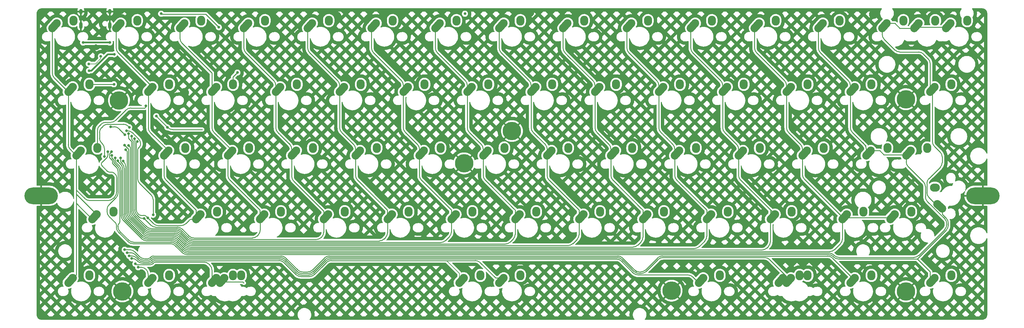
<source format=gbr>
G04 #@! TF.GenerationSoftware,KiCad,Pcbnew,(6.0.4)*
G04 #@! TF.CreationDate,2022-03-30T13:56:43+02:00*
G04 #@! TF.ProjectId,pcb,7063622e-6b69-4636-9164-5f7063625858,rev?*
G04 #@! TF.SameCoordinates,Original*
G04 #@! TF.FileFunction,Copper,L1,Top*
G04 #@! TF.FilePolarity,Positive*
%FSLAX46Y46*%
G04 Gerber Fmt 4.6, Leading zero omitted, Abs format (unit mm)*
G04 Created by KiCad (PCBNEW (6.0.4)) date 2022-03-30 13:56:43*
%MOMM*%
%LPD*%
G01*
G04 APERTURE LIST*
G04 Aperture macros list*
%AMHorizOval*
0 Thick line with rounded ends*
0 $1 width*
0 $2 $3 position (X,Y) of the first rounded end (center of the circle)*
0 $4 $5 position (X,Y) of the second rounded end (center of the circle)*
0 Add line between two ends*
20,1,$1,$2,$3,$4,$5,0*
0 Add two circle primitives to create the rounded ends*
1,1,$1,$2,$3*
1,1,$1,$4,$5*%
G04 Aperture macros list end*
G04 #@! TA.AperFunction,ComponentPad*
%ADD10O,10.000000X5.000000*%
G04 #@! TD*
G04 #@! TA.AperFunction,ComponentPad*
%ADD11C,5.500000*%
G04 #@! TD*
G04 #@! TA.AperFunction,ComponentPad*
%ADD12C,2.400000*%
G04 #@! TD*
G04 #@! TA.AperFunction,ComponentPad*
%ADD13HorizOval,2.400000X-0.669131X-0.743145X0.669131X0.743145X0*%
G04 #@! TD*
G04 #@! TA.AperFunction,ComponentPad*
%ADD14O,2.400000X2.950000*%
G04 #@! TD*
G04 #@! TA.AperFunction,ComponentPad*
%ADD15HorizOval,2.400000X-0.743145X0.669131X0.743145X-0.669131X0*%
G04 #@! TD*
G04 #@! TA.AperFunction,ComponentPad*
%ADD16O,2.950000X2.400000*%
G04 #@! TD*
G04 #@! TA.AperFunction,ComponentPad*
%ADD17O,1.000000X2.100000*%
G04 #@! TD*
G04 #@! TA.AperFunction,ComponentPad*
%ADD18O,1.000000X1.600000*%
G04 #@! TD*
G04 #@! TA.AperFunction,ViaPad*
%ADD19C,0.800000*%
G04 #@! TD*
G04 #@! TA.AperFunction,Conductor*
%ADD20C,0.250000*%
G04 #@! TD*
G04 #@! TA.AperFunction,Conductor*
%ADD21C,0.200000*%
G04 #@! TD*
G04 #@! TA.AperFunction,Conductor*
%ADD22C,0.500000*%
G04 #@! TD*
G04 APERTURE END LIST*
D10*
X2381252Y-57125000D03*
X283368988Y-57125000D03*
D11*
X26625000Y-85725072D03*
X142875000Y-37750000D03*
X260430000Y-85725072D03*
X260425000Y-28227050D03*
X25600000Y-28575024D03*
X128587608Y-47425040D03*
X190500160Y-85525000D03*
D12*
X130850000Y-24575000D03*
D13*
X130219131Y-25281855D03*
D14*
X135850000Y-23775000D03*
D12*
X140375000Y-5525000D03*
D13*
X139744131Y-6231855D03*
D14*
X145375000Y-4725000D03*
D12*
X59412500Y-43625000D03*
D13*
X58781631Y-44331855D03*
D14*
X64412500Y-42825000D03*
D13*
X223087881Y-82431855D03*
D12*
X223718750Y-81725000D03*
D14*
X228718750Y-80925000D03*
D12*
X211812500Y-43625000D03*
D13*
X211181631Y-44331855D03*
D14*
X216812500Y-42825000D03*
D13*
X18300381Y-63381855D03*
D12*
X18931250Y-62675000D03*
D14*
X23931250Y-61875000D03*
D12*
X245150000Y-81725000D03*
D13*
X244519131Y-82431855D03*
D14*
X250150000Y-80925000D03*
D13*
X230231631Y-44331855D03*
D12*
X230862500Y-43625000D03*
D14*
X235862500Y-42825000D03*
D13*
X182606631Y-63381855D03*
D12*
X183237500Y-62675000D03*
D14*
X188237500Y-61875000D03*
D13*
X249281631Y-44331855D03*
D12*
X249912500Y-43625000D03*
D14*
X254912500Y-42825000D03*
D12*
X107037500Y-62675000D03*
D13*
X106406631Y-63381855D03*
D14*
X112037500Y-61875000D03*
D12*
X192762500Y-43625000D03*
D13*
X192131631Y-44331855D03*
D14*
X197762500Y-42825000D03*
D12*
X273725000Y-5525000D03*
D13*
X273094131Y-6231855D03*
D14*
X278725000Y-4725000D03*
D13*
X244519131Y-25281855D03*
D12*
X245150000Y-24575000D03*
D14*
X250150000Y-23775000D03*
D12*
X126087500Y-62675000D03*
D13*
X125456631Y-63381855D03*
D14*
X131087500Y-61875000D03*
D13*
X225469131Y-82431855D03*
D12*
X226100000Y-81725000D03*
D14*
X231100000Y-80925000D03*
D12*
X116562500Y-43625000D03*
D13*
X115931631Y-44331855D03*
D14*
X121562500Y-42825000D03*
D12*
X216575000Y-5525000D03*
D13*
X215944131Y-6231855D03*
D14*
X221575000Y-4725000D03*
D12*
X14168750Y-43625000D03*
D13*
X13537881Y-44331855D03*
D14*
X19168750Y-42825000D03*
D12*
X68937500Y-62675000D03*
D13*
X68306631Y-63381855D03*
D14*
X73937500Y-61875000D03*
D12*
X154662500Y-43625000D03*
D13*
X154031631Y-44331855D03*
D14*
X159662500Y-42825000D03*
D12*
X242768750Y-62675000D03*
D13*
X242137881Y-63381855D03*
D14*
X247768750Y-61875000D03*
D13*
X73069131Y-25281855D03*
D12*
X73700000Y-24575000D03*
D14*
X78700000Y-23775000D03*
D13*
X268331631Y-82431855D03*
D12*
X268962500Y-81725000D03*
D14*
X273962500Y-80925000D03*
D12*
X257056250Y-62675000D03*
D13*
X256425381Y-63381855D03*
D14*
X262056250Y-61875000D03*
D13*
X268331631Y-25281855D03*
D12*
X268962500Y-24575000D03*
D14*
X273962500Y-23775000D03*
D13*
X225469131Y-25281855D03*
D12*
X226100000Y-24575000D03*
D14*
X231100000Y-23775000D03*
D12*
X26075000Y-5525000D03*
D13*
X25444131Y-6231855D03*
D14*
X31075000Y-4725000D03*
D12*
X202287500Y-62675000D03*
D13*
X201656631Y-63381855D03*
D14*
X207287500Y-61875000D03*
D12*
X261818750Y-43625000D03*
D13*
X261187881Y-44331855D03*
D14*
X266818750Y-42825000D03*
D12*
X92750000Y-24575000D03*
D13*
X92119131Y-25281855D03*
D14*
X97750000Y-23775000D03*
D13*
X127837881Y-82431855D03*
D12*
X128468750Y-81725000D03*
D14*
X133468750Y-80925000D03*
D13*
X54019131Y-25281855D03*
D12*
X54650000Y-24575000D03*
D14*
X59650000Y-23775000D03*
D12*
X97512500Y-43625000D03*
D13*
X96881631Y-44331855D03*
D14*
X102512500Y-42825000D03*
D13*
X173081631Y-44331855D03*
D12*
X173712500Y-43625000D03*
D14*
X178712500Y-42825000D03*
D13*
X144506631Y-63381855D03*
D12*
X145137500Y-62675000D03*
D14*
X150137500Y-61875000D03*
D12*
X83225000Y-5525000D03*
D13*
X82594131Y-6231855D03*
D14*
X88225000Y-4725000D03*
D13*
X134981631Y-44331855D03*
D12*
X135612500Y-43625000D03*
D14*
X140612500Y-42825000D03*
D13*
X163556631Y-63381855D03*
D12*
X164187500Y-62675000D03*
D14*
X169187500Y-61875000D03*
D13*
X187369131Y-25281855D03*
D12*
X188000000Y-24575000D03*
D14*
X193000000Y-23775000D03*
D13*
X39731631Y-44331855D03*
D12*
X40362500Y-43625000D03*
D14*
X45362500Y-42825000D03*
D12*
X78462500Y-43625000D03*
D13*
X77831631Y-44331855D03*
D14*
X83462500Y-42825000D03*
D13*
X196894131Y-6231855D03*
D12*
X197525000Y-5525000D03*
D14*
X202525000Y-4725000D03*
D12*
X178475000Y-5525000D03*
D13*
X177844131Y-6231855D03*
D14*
X183475000Y-4725000D03*
D12*
X264200000Y-5525000D03*
D13*
X263569131Y-6231855D03*
D14*
X269200000Y-4725000D03*
D12*
X64175000Y-5525000D03*
D13*
X63544131Y-6231855D03*
D14*
X69175000Y-4725000D03*
D12*
X87987500Y-62675000D03*
D13*
X87356631Y-63381855D03*
D14*
X92987500Y-61875000D03*
D13*
X34969131Y-82431855D03*
D12*
X35600000Y-81725000D03*
D14*
X40600000Y-80925000D03*
D12*
X254675000Y-5525000D03*
D13*
X254044131Y-6231855D03*
D14*
X259675000Y-4725000D03*
D12*
X168950000Y-24575000D03*
D13*
X168319131Y-25281855D03*
D14*
X173950000Y-23775000D03*
D13*
X139744131Y-82431855D03*
D12*
X140375000Y-81725000D03*
D14*
X145375000Y-80925000D03*
D12*
X199906250Y-81725000D03*
D13*
X199275381Y-82431855D03*
D14*
X204906250Y-80925000D03*
D13*
X54019131Y-82431855D03*
D12*
X54650000Y-81725000D03*
D14*
X59650000Y-80925000D03*
D12*
X269843750Y-59650000D03*
D15*
X270550605Y-60280869D03*
D16*
X269043750Y-54650000D03*
D12*
X111800000Y-24575000D03*
D13*
X111169131Y-25281855D03*
D14*
X116800000Y-23775000D03*
D12*
X102275000Y-5525000D03*
D13*
X101644131Y-6231855D03*
D14*
X107275000Y-4725000D03*
D13*
X34969131Y-25281855D03*
D12*
X35600000Y-24575000D03*
D14*
X40600000Y-23775000D03*
D13*
X120694131Y-6231855D03*
D12*
X121325000Y-5525000D03*
D14*
X126325000Y-4725000D03*
D12*
X207050000Y-24575000D03*
D13*
X206419131Y-25281855D03*
D14*
X212050000Y-23775000D03*
D12*
X45125000Y-5525000D03*
D13*
X44494131Y-6231855D03*
D14*
X50125000Y-4725000D03*
D13*
X11156631Y-25281855D03*
D12*
X11787500Y-24575000D03*
D14*
X16787500Y-23775000D03*
D13*
X6394131Y-6231855D03*
D12*
X7025000Y-5525000D03*
D14*
X12025000Y-4725000D03*
D12*
X159425000Y-5525000D03*
D13*
X158794131Y-6231855D03*
D14*
X164425000Y-4725000D03*
D13*
X220706631Y-63381855D03*
D12*
X221337500Y-62675000D03*
D14*
X226337500Y-61875000D03*
D13*
X234994131Y-6231855D03*
D12*
X235625000Y-5525000D03*
D14*
X240625000Y-4725000D03*
D13*
X149269131Y-25281855D03*
D12*
X149900000Y-24575000D03*
D14*
X154900000Y-23775000D03*
D12*
X57031250Y-81725000D03*
D13*
X56400381Y-82431855D03*
D14*
X62031250Y-80925000D03*
D12*
X11787500Y-81725000D03*
D13*
X11156631Y-82431855D03*
D14*
X16787500Y-80925000D03*
D13*
X49256631Y-63381855D03*
D12*
X49887500Y-62675000D03*
D14*
X54887500Y-61875000D03*
D17*
X22885000Y-6165000D03*
D18*
X22885000Y-1985000D03*
X14245000Y-1985000D03*
D17*
X14245000Y-6165000D03*
D19*
X128850000Y-2650000D03*
X37400000Y-49650000D03*
X26000000Y-1450000D03*
X257750000Y-2850000D03*
X71400000Y-3700000D03*
X250750000Y-2850000D03*
X21750000Y-13500000D03*
X45150000Y-26250000D03*
X109500000Y-2950000D03*
X148150000Y-2300000D03*
X39350000Y-41350000D03*
X18700000Y-12200000D03*
X90600000Y-3350000D03*
X52200000Y-11300000D03*
X13950000Y-50800000D03*
X20200000Y-15400000D03*
X16600000Y-17650000D03*
X28676774Y-36623226D03*
X21250000Y-45350000D03*
X24200000Y-14800000D03*
X16650000Y-19700000D03*
X38200000Y-2650000D03*
X55400000Y-6700000D03*
X36750000Y-33300000D03*
X33650000Y-30200000D03*
X40050000Y-36650000D03*
X27850000Y-37700000D03*
X35800000Y-62800000D03*
X14910388Y-11289612D03*
X22860388Y-11289612D03*
X22300480Y-43899520D03*
X31050000Y-40850000D03*
X31350000Y-78500000D03*
X34225000Y-63775000D03*
X30500000Y-77450000D03*
X30250000Y-40050000D03*
X33075000Y-63875000D03*
X29400000Y-39300000D03*
X28500000Y-38550000D03*
X29400000Y-75850000D03*
X28450000Y-42100000D03*
X27275000Y-41975000D03*
X27575000Y-43375000D03*
X26850000Y-46750000D03*
X28650000Y-75100000D03*
X26050000Y-45800000D03*
X25250000Y-46650000D03*
X28050000Y-74150000D03*
X27300000Y-73250000D03*
X24500000Y-45800000D03*
X23500000Y-45050000D03*
X23350000Y-43900000D03*
X23100000Y-36450000D03*
X27399897Y-38850103D03*
X24100000Y-23750000D03*
X60950000Y-20250000D03*
D20*
X14245000Y-1985000D02*
X14245000Y-6165000D01*
X18700000Y-12200000D02*
X20500000Y-12200000D01*
X21750000Y-13500000D02*
X21750000Y-13450000D01*
X20500000Y-12200000D02*
X21750000Y-13500000D01*
X22885000Y-1985000D02*
X22885000Y-6165000D01*
D21*
X20200000Y-15400000D02*
X20200000Y-16072862D01*
X18622862Y-17650000D02*
X16600000Y-17650000D01*
X20200000Y-16072862D02*
X18622862Y-17650000D01*
D20*
X19800000Y-39871573D02*
X19800000Y-38178427D01*
D22*
X22250000Y-14800000D02*
X24200000Y-14800000D01*
D20*
X20385787Y-36764213D02*
X20864214Y-36285786D01*
X28339335Y-36285787D02*
X28676774Y-36623226D01*
X20664213Y-41564213D02*
X20385786Y-41285786D01*
X21250000Y-45350000D02*
X21250000Y-42978427D01*
X22278427Y-35700000D02*
X26925121Y-35700000D01*
D22*
X17350000Y-19700000D02*
X22250000Y-14800000D01*
X16650000Y-19700000D02*
X17350000Y-19700000D01*
D20*
X21249980Y-42978427D02*
G75*
G03*
X20664212Y-41564214I-1999980J27D01*
G01*
X20385773Y-36764199D02*
G75*
G03*
X19800000Y-38178427I1414227J-1414201D01*
G01*
X26925121Y-35699986D02*
G75*
G02*
X28339334Y-36285788I-21J-2000014D01*
G01*
X20385772Y-41285800D02*
G75*
G02*
X19800000Y-39871573I1414228J1414200D01*
G01*
X22278427Y-35700020D02*
G75*
G03*
X20864215Y-36285787I-27J-1999980D01*
G01*
X38350000Y-2800000D02*
X38200000Y-2650000D01*
X38200000Y-2650000D02*
X38150000Y-2600000D01*
X55400000Y-6700000D02*
X51500000Y-2800000D01*
X51500000Y-2800000D02*
X38350000Y-2800000D01*
X40164213Y-36714213D02*
X36750000Y-33300000D01*
X29137185Y-30850000D02*
X33250000Y-30850000D01*
X24594545Y-34564213D02*
X27722972Y-31435786D01*
X33650000Y-30450000D02*
X33650000Y-30200000D01*
X19754537Y-36195463D02*
X20214214Y-35735786D01*
X19168750Y-43125000D02*
X19168750Y-37609677D01*
X50450000Y-37300000D02*
X41578427Y-37300000D01*
X33250000Y-30850000D02*
X33650000Y-30450000D01*
X21628427Y-35150000D02*
X23180331Y-35150000D01*
X41578427Y-37299980D02*
G75*
G02*
X40164214Y-36714212I-27J1999980D01*
G01*
X19168720Y-37609677D02*
G75*
G02*
X19754538Y-36195464I1999980J-23D01*
G01*
X21628427Y-35150020D02*
G75*
G03*
X20214215Y-35735787I-27J-1999980D01*
G01*
X23180331Y-35150021D02*
G75*
G03*
X24594544Y-34564212I-31J2000021D01*
G01*
X27722979Y-31435793D02*
G75*
G02*
X29137185Y-30850000I1414221J-1414207D01*
G01*
X32050000Y-41528427D02*
X32050000Y-41735786D01*
X35800000Y-61600000D02*
X35800000Y-58278427D01*
X27850000Y-37700000D02*
X28221573Y-37700000D01*
X35800000Y-62800000D02*
X35800000Y-61600000D01*
X31200000Y-43414214D02*
X31200000Y-52021573D01*
X31785787Y-53435787D02*
X35214214Y-56864214D01*
X29635787Y-38285787D02*
X31464214Y-40114214D01*
X31757107Y-42442893D02*
X31492893Y-42707107D01*
X31492886Y-42707100D02*
G75*
G03*
X31200000Y-43414214I707114J-707100D01*
G01*
X31757114Y-42442900D02*
G75*
G03*
X32050000Y-41735786I-707114J707100D01*
G01*
X31464228Y-40114200D02*
G75*
G02*
X32050000Y-41528427I-1414228J-1414200D01*
G01*
X29635801Y-38285773D02*
G75*
G03*
X28221573Y-37700000I-1414201J-1414227D01*
G01*
X31785773Y-53435801D02*
G75*
G02*
X31200000Y-52021573I1414227J1414201D01*
G01*
X35214228Y-56864200D02*
G75*
G02*
X35800000Y-58278427I-1414228J-1414200D01*
G01*
D22*
X16060388Y-11289612D02*
X14910388Y-11289612D01*
X22860388Y-11289612D02*
X16060388Y-11289612D01*
D20*
X12868750Y-58781250D02*
X12868750Y-80793750D01*
X6310787Y-21848287D02*
X10487500Y-26025000D01*
X12868750Y-55418750D02*
X12868750Y-55131250D01*
X22856229Y-50050000D02*
X23435786Y-50050000D01*
X15389702Y-57939702D02*
X12868750Y-55418750D01*
X12868750Y-56612500D02*
X12868750Y-55418750D01*
X11073287Y-43279537D02*
X12868750Y-45075000D01*
X12868750Y-45075000D02*
X12868750Y-55131250D01*
X22350000Y-43700000D02*
X22300480Y-43749520D01*
X10487500Y-26025000D02*
X10487500Y-41865323D01*
X20350000Y-47706229D02*
X20350000Y-47750878D01*
X20496447Y-48104432D02*
X22149122Y-49757107D01*
X5725000Y-6975000D02*
X5725000Y-20434073D01*
X12868750Y-58781250D02*
X12868750Y-59362500D01*
X22300480Y-43899520D02*
X22300480Y-44927321D01*
X12868750Y-55131250D02*
X12868750Y-58781250D01*
X24142893Y-50342893D02*
X24610948Y-50810948D01*
X22447062Y-58525489D02*
X16803916Y-58525489D01*
X12868750Y-80793750D02*
X10487500Y-83175000D01*
X24903841Y-51518055D02*
X24903841Y-56068710D01*
X24318054Y-57482924D02*
X23861275Y-57939703D01*
X22300480Y-43749520D02*
X22300480Y-43899520D01*
X12868750Y-59362500D02*
X17631250Y-64125000D01*
X22007587Y-45634428D02*
X20642893Y-46999122D01*
X18931250Y-62675000D02*
X12868750Y-56612500D01*
X22149108Y-49757121D02*
G75*
G03*
X22856229Y-50050000I707092J707121D01*
G01*
X20642879Y-46999108D02*
G75*
G03*
X20350000Y-47706229I707121J-707092D01*
G01*
X24318058Y-57482928D02*
G75*
G03*
X24903841Y-56068710I-1414258J1414228D01*
G01*
X22007572Y-45634413D02*
G75*
G03*
X22300480Y-44927321I-707072J707113D01*
G01*
X24903861Y-51518055D02*
G75*
G03*
X24610948Y-50810948I-1000061J-45D01*
G01*
X10487484Y-41865323D02*
G75*
G03*
X11073287Y-43279537I2000016J23D01*
G01*
X23861292Y-57939720D02*
G75*
G02*
X22447062Y-58525489I-1414192J1414220D01*
G01*
X5725020Y-20434073D02*
G75*
G03*
X6310788Y-21848286I1999980J-27D01*
G01*
X16803916Y-58525480D02*
G75*
G02*
X15389703Y-57939701I-16J1999980D01*
G01*
X24142900Y-50342886D02*
G75*
G03*
X23435786Y-50050000I-707100J-707114D01*
G01*
X20496436Y-48104443D02*
G75*
G02*
X20350000Y-47750878I353564J353543D01*
G01*
X35600000Y-38862500D02*
X40362500Y-43625000D01*
X33635787Y-79085787D02*
X33714214Y-79164214D01*
X44121573Y-66050000D02*
X37328427Y-66050000D01*
X31050000Y-40850000D02*
X30750000Y-41150000D01*
X26075000Y-15050000D02*
X35600000Y-24575000D01*
X32221573Y-78500000D02*
X31350000Y-78500000D01*
X48587500Y-64125000D02*
X48587500Y-61375000D01*
X34225000Y-63775000D02*
X33692893Y-63242893D01*
X24775000Y-6975000D02*
X24775000Y-12921573D01*
X47962500Y-64600000D02*
X49887500Y-62675000D01*
X39648287Y-52435787D02*
X40362500Y-53150000D01*
X40362500Y-53150000D02*
X47481250Y-60268750D01*
X25360787Y-14335787D02*
X26075000Y-15050000D01*
X34300000Y-83175000D02*
X34300000Y-80578427D01*
X32114214Y-62950000D02*
X32600000Y-62950000D01*
X35914213Y-65464213D02*
X34225000Y-63775000D01*
X48587500Y-61375000D02*
X47481250Y-60268750D01*
X46582107Y-64417893D02*
X45535786Y-65464214D01*
X32985786Y-62950000D02*
X32600000Y-62950000D01*
X34300000Y-26025000D02*
X34374511Y-26099511D01*
X39062500Y-45075000D02*
X39062500Y-51021573D01*
X31335787Y-62585787D02*
X31407107Y-62657107D01*
X34374511Y-26099511D02*
X34374511Y-36808584D01*
X34960298Y-38222798D02*
X35600000Y-38862500D01*
X30750000Y-41150000D02*
X30750000Y-61171573D01*
X48587500Y-64125000D02*
X47289214Y-64125000D01*
X34960292Y-38222804D02*
G75*
G02*
X34374511Y-36808584I1414208J1414204D01*
G01*
X32985786Y-62950010D02*
G75*
G02*
X33692893Y-63242893I14J-999990D01*
G01*
X39062520Y-51021573D02*
G75*
G03*
X39648288Y-52435786I1999980J-27D01*
G01*
X35914199Y-65464227D02*
G75*
G03*
X37328427Y-66050000I1414201J1414227D01*
G01*
X47289214Y-64125010D02*
G75*
G03*
X46582107Y-64417893I-14J-999990D01*
G01*
X45535800Y-65464228D02*
G75*
G02*
X44121573Y-66050000I-1414200J1414228D01*
G01*
X33714228Y-79164200D02*
G75*
G02*
X34300000Y-80578427I-1414228J-1414200D01*
G01*
X31407100Y-62657114D02*
G75*
G03*
X32114214Y-62950000I707100J707114D01*
G01*
X30750020Y-61171573D02*
G75*
G03*
X31335788Y-62585786I1999980J-27D01*
G01*
X25360773Y-14335801D02*
G75*
G02*
X24775000Y-12921573I1414227J1414201D01*
G01*
X33635801Y-79085773D02*
G75*
G03*
X32221573Y-78500000I-1414201J-1414227D01*
G01*
X30300480Y-42449520D02*
X30300480Y-61357770D01*
X67750000Y-64237500D02*
X67637500Y-64125000D01*
X67637500Y-64125000D02*
X67637500Y-61375000D01*
X53100000Y-20150000D02*
X45125000Y-12175000D01*
X30800000Y-77750000D02*
X30500000Y-77450000D01*
X52764213Y-77914213D02*
X52381466Y-77531466D01*
X47928427Y-69750000D02*
X65421573Y-69750000D01*
X33050000Y-63850000D02*
X33075000Y-63875000D01*
X36527947Y-66499520D02*
X43021093Y-66499520D01*
X58112500Y-45075000D02*
X58112500Y-51021573D01*
X30300480Y-40100480D02*
X30300480Y-42449520D01*
X44435307Y-67085307D02*
X46514214Y-69164214D01*
X67637500Y-61375000D02*
X58698286Y-52435786D01*
X34942940Y-77750000D02*
X30800000Y-77750000D01*
X30300480Y-42449520D02*
X30300480Y-41250480D01*
X53624521Y-82900479D02*
X62600479Y-82900479D01*
X53350000Y-20400000D02*
X53100000Y-20150000D01*
X67750000Y-67421573D02*
X67750000Y-64237500D01*
X54650000Y-38862500D02*
X59412500Y-43625000D01*
X53935787Y-38148287D02*
X59412500Y-43625000D01*
X30250000Y-40050000D02*
X30300480Y-40100480D01*
X30886267Y-62771984D02*
X31671391Y-63557107D01*
X43825000Y-6975000D02*
X43825000Y-10046573D01*
X53350000Y-26025000D02*
X53350000Y-20400000D01*
X66835787Y-69164213D02*
X67164214Y-68835786D01*
X62600479Y-82900479D02*
X62875000Y-83175000D01*
X33075000Y-63875000D02*
X35113734Y-65913734D01*
X59412500Y-53150000D02*
X59856250Y-53593750D01*
X53350000Y-26025000D02*
X53350000Y-36734073D01*
X44410787Y-11460787D02*
X45125000Y-12175000D01*
X53350000Y-83175000D02*
X53350000Y-79328427D01*
X35868581Y-77238573D02*
X35650047Y-77457107D01*
X53350000Y-83175000D02*
X53624521Y-82900479D01*
X50967253Y-76945680D02*
X36575688Y-76945680D01*
X32378497Y-63850000D02*
X33050000Y-63850000D01*
X53350020Y-36734073D02*
G75*
G03*
X53935788Y-38148286I1999980J-27D01*
G01*
X66835801Y-69164227D02*
G75*
G02*
X65421573Y-69750000I-1414201J1414227D01*
G01*
X35650027Y-77457087D02*
G75*
G02*
X34942940Y-77750000I-707127J707087D01*
G01*
X30886248Y-62772003D02*
G75*
G02*
X30300480Y-61357770I1414252J1414203D01*
G01*
X58698272Y-52435800D02*
G75*
G02*
X58112500Y-51021573I1414228J1414200D01*
G01*
X50967253Y-76945720D02*
G75*
G02*
X52381465Y-77531467I47J-1999980D01*
G01*
X36575688Y-76945678D02*
G75*
G03*
X35868582Y-77238574I12J-1000022D01*
G01*
X44410773Y-11460801D02*
G75*
G02*
X43825000Y-10046573I1414227J1414201D01*
G01*
X67164228Y-68835800D02*
G75*
G03*
X67750000Y-67421573I-1414228J1414200D01*
G01*
X46514200Y-69164228D02*
G75*
G03*
X47928427Y-69750000I1414200J1414228D01*
G01*
X32378497Y-63850001D02*
G75*
G02*
X31671392Y-63557106I3J1000001D01*
G01*
X35113706Y-65913762D02*
G75*
G03*
X36527947Y-66499520I1414194J1414262D01*
G01*
X53349980Y-79328427D02*
G75*
G03*
X52764212Y-77914214I-1999980J27D01*
G01*
X44435306Y-67085308D02*
G75*
G03*
X43021093Y-66499520I-1414206J-1414192D01*
G01*
X29850960Y-61543968D02*
X29850960Y-40675574D01*
X86101713Y-69448287D02*
X85936266Y-69613734D01*
X72985787Y-38148287D02*
X76593750Y-41756250D01*
X76576713Y-41739213D02*
X76368750Y-41531250D01*
X29850960Y-40675574D02*
X29400000Y-40224614D01*
X76368750Y-41531250D02*
X76593750Y-41756250D01*
X73700000Y-38862500D02*
X76368750Y-41531250D01*
X33841820Y-66363254D02*
X30436747Y-62958182D01*
X77748287Y-52748287D02*
X86687500Y-61687500D01*
X71612500Y-22487500D02*
X71862500Y-22737500D01*
X46328017Y-69613734D02*
X44249108Y-67534826D01*
X72400000Y-26025000D02*
X72400000Y-36734073D01*
X62875000Y-6975000D02*
X62875000Y-12921573D01*
X72400000Y-26025000D02*
X72400000Y-24103427D01*
X77162500Y-45075000D02*
X77162500Y-43153427D01*
X86687500Y-61687500D02*
X86687500Y-64125000D01*
X63460787Y-14335787D02*
X71862500Y-22737500D01*
X84522053Y-70199520D02*
X47742230Y-70199520D01*
X64175000Y-15050000D02*
X71612500Y-22487500D01*
X42834895Y-66949040D02*
X35256033Y-66949040D01*
X29400000Y-40224614D02*
X29400000Y-39300000D01*
X71814213Y-22689213D02*
X71612500Y-22487500D01*
X77162500Y-45075000D02*
X77162500Y-51334073D01*
X86687500Y-64125000D02*
X86687500Y-68034073D01*
X63460773Y-14335801D02*
G75*
G02*
X62875000Y-12921573I1414227J1414201D01*
G01*
X77162520Y-51334073D02*
G75*
G03*
X77748288Y-52748286I1999980J-27D01*
G01*
X35256033Y-66949004D02*
G75*
G02*
X33841821Y-66363253I-33J2000004D01*
G01*
X47742230Y-70199492D02*
G75*
G02*
X46328018Y-69613733I-30J1999992D01*
G01*
X44249102Y-67534832D02*
G75*
G03*
X42834895Y-66949040I-1414202J-1414168D01*
G01*
X86101727Y-69448301D02*
G75*
G03*
X86687500Y-68034073I-1414227J1414201D01*
G01*
X71814227Y-22689199D02*
G75*
G02*
X72400000Y-24103427I-1414227J-1414201D01*
G01*
X77162480Y-43153427D02*
G75*
G03*
X76576712Y-41739214I-1999980J27D01*
G01*
X72400020Y-36734073D02*
G75*
G03*
X72985788Y-38148286I1999980J-27D01*
G01*
X29850995Y-61543968D02*
G75*
G03*
X30436747Y-62958182I2000005J-32D01*
G01*
X85936294Y-69613762D02*
G75*
G02*
X84522053Y-70199520I-1414194J1414262D01*
G01*
X105737500Y-68184073D02*
X105737500Y-64125000D01*
X96798287Y-52435787D02*
X97856250Y-53493750D01*
X29401440Y-40861772D02*
X29401440Y-61730164D01*
X105737500Y-64125000D02*
X105706250Y-64093750D01*
X95626713Y-41739213D02*
X94118750Y-40231250D01*
X28500000Y-39960332D02*
X29401440Y-40861772D01*
X93068750Y-39181250D02*
X94118750Y-40231250D01*
X104686747Y-70063253D02*
X105151714Y-69598286D01*
X91450000Y-26025000D02*
X91450000Y-24103427D01*
X91450000Y-26025000D02*
X91450000Y-36734073D01*
X47556033Y-70649040D02*
X103272533Y-70649040D01*
X92750000Y-38862500D02*
X93068750Y-39181250D01*
X96212500Y-45075000D02*
X96212500Y-51021573D01*
X83712500Y-15537500D02*
X90712500Y-22537500D01*
X35069836Y-67398560D02*
X42648697Y-67398560D01*
X96212500Y-45075000D02*
X96212500Y-43153427D01*
X97512500Y-53150000D02*
X97856250Y-53493750D01*
X30596424Y-63753576D02*
X33655623Y-66812774D01*
X44062910Y-67984346D02*
X46141820Y-70063254D01*
X92035787Y-38148287D02*
X93068750Y-39181250D01*
X90864213Y-22689213D02*
X90712500Y-22537500D01*
X81925000Y-6975000D02*
X81925000Y-12921573D01*
X105706250Y-64093750D02*
X105706250Y-61343750D01*
X82510787Y-14335787D02*
X83712500Y-15537500D01*
X97856250Y-53493750D02*
X105706250Y-61343750D01*
X83225000Y-15050000D02*
X83712500Y-15537500D01*
X28500000Y-38550000D02*
X28500000Y-39960332D01*
X29987226Y-63144377D02*
X30596424Y-63753576D01*
X29987216Y-63144387D02*
G75*
G02*
X29401440Y-61730164I1414184J1414187D01*
G01*
X46141795Y-70063279D02*
G75*
G03*
X47556033Y-70649040I1414205J1414279D01*
G01*
X103272533Y-70649051D02*
G75*
G03*
X104686747Y-70063253I-33J2000051D01*
G01*
X92035773Y-38148301D02*
G75*
G02*
X91450000Y-36734073I1414227J1414201D01*
G01*
X105151728Y-69598300D02*
G75*
G03*
X105737500Y-68184073I-1414228J1414200D01*
G01*
X90864227Y-22689199D02*
G75*
G02*
X91450000Y-24103427I-1414227J-1414201D01*
G01*
X96212480Y-43153427D02*
G75*
G03*
X95626712Y-41739214I-1999980J27D01*
G01*
X82510773Y-14335801D02*
G75*
G02*
X81925000Y-12921573I1414227J1414201D01*
G01*
X33655613Y-66812784D02*
G75*
G03*
X35069836Y-67398560I1414187J1414184D01*
G01*
X44062920Y-67984336D02*
G75*
G03*
X42648697Y-67398560I-1414220J-1414264D01*
G01*
X96212520Y-51021573D02*
G75*
G03*
X96798288Y-52435786I1999980J-27D01*
G01*
X87472327Y-77084826D02*
X86278576Y-78278576D01*
X82455164Y-81273560D02*
X79844833Y-81273560D01*
X124787500Y-67934073D02*
X124787500Y-64125000D01*
X44196423Y-68753577D02*
X45955623Y-70512774D01*
X110500000Y-26025000D02*
X110462500Y-25987500D01*
X43876713Y-68433867D02*
X44196423Y-68753577D01*
X111800000Y-38862500D02*
X112518750Y-39581250D01*
X28950000Y-43700000D02*
X28950000Y-42600000D01*
X123350960Y-76499040D02*
X88886540Y-76499040D01*
X110444521Y-26080479D02*
X110500000Y-26025000D01*
X35682383Y-76789053D02*
X35465770Y-77005666D01*
D21*
X127168750Y-83175000D02*
X127168750Y-80316830D01*
D20*
X115262500Y-45075000D02*
X115268750Y-45068750D01*
X78430619Y-80687773D02*
X74824792Y-77081946D01*
X47369835Y-71098560D02*
X121623013Y-71098560D01*
X29514419Y-75850000D02*
X29400000Y-75850000D01*
X110444521Y-36678594D02*
X110444521Y-26080479D01*
X73410579Y-76496160D02*
X36389490Y-76496160D01*
X28950000Y-43700000D02*
X28950000Y-43300000D01*
X34758663Y-77298559D02*
X32619834Y-77298560D01*
X115848287Y-52435787D02*
X124787500Y-61375000D01*
X34883639Y-67848080D02*
X42462499Y-67848080D01*
X123350960Y-76499040D02*
X131939363Y-76499040D01*
X123037227Y-70512773D02*
X124201714Y-69348286D01*
X140375000Y-81725000D02*
X137993750Y-81725000D01*
X102275000Y-15050000D02*
X102437500Y-15212500D01*
X86278576Y-78278576D02*
X83869377Y-80687774D01*
X133353577Y-77084827D02*
X137993750Y-81725000D01*
X28950000Y-44200000D02*
X28950000Y-48946160D01*
X101560787Y-14335787D02*
X102437500Y-15212500D01*
D21*
X127168750Y-80316830D02*
X123350960Y-76499040D01*
D20*
X112518750Y-39581250D02*
X111030307Y-38092807D01*
X115268750Y-45068750D02*
X115268750Y-43159677D01*
X110462500Y-25987500D02*
X110462500Y-24065927D01*
X115262500Y-45075000D02*
X115262500Y-51021573D01*
X29400000Y-75850000D02*
X29400000Y-75900000D01*
X28950000Y-42600000D02*
X28450000Y-42100000D01*
X28950000Y-44200000D02*
X28950000Y-43700000D01*
X29537708Y-63330576D02*
X29578566Y-63371434D01*
X102437500Y-15212500D02*
X109876714Y-22651714D01*
X100975000Y-6975000D02*
X100975000Y-12921573D01*
X31205620Y-76712774D02*
X30928632Y-76435786D01*
X29578566Y-63371434D02*
X33469426Y-67262294D01*
X28951920Y-48948080D02*
X28951920Y-61916361D01*
X112518750Y-39581250D02*
X114682964Y-41745464D01*
X28950000Y-48946160D02*
X28951920Y-48948080D01*
X124787500Y-61375000D02*
X124787500Y-64125000D01*
X33469411Y-67262309D02*
G75*
G03*
X34883639Y-67848080I1414189J1414209D01*
G01*
X31205612Y-76712782D02*
G75*
G03*
X32619834Y-77298560I1414188J1414182D01*
G01*
X109876728Y-22651700D02*
G75*
G02*
X110462500Y-24065927I-1414228J-1414200D01*
G01*
X73410579Y-76496187D02*
G75*
G02*
X74824792Y-77081946I21J-2000013D01*
G01*
X28951942Y-61916361D02*
G75*
G03*
X29537708Y-63330576I1999958J-39D01*
G01*
X114682942Y-41745486D02*
G75*
G02*
X115268750Y-43159677I-1414142J-1414214D01*
G01*
X123037212Y-70512758D02*
G75*
G02*
X121623013Y-71098560I-1414212J1414158D01*
G01*
X78430611Y-80687781D02*
G75*
G03*
X79844833Y-81273560I1414189J1414181D01*
G01*
X47369835Y-71098546D02*
G75*
G02*
X45955623Y-70512774I-35J1999946D01*
G01*
X115262520Y-51021573D02*
G75*
G03*
X115848288Y-52435786I1999980J-27D01*
G01*
X34758663Y-77298545D02*
G75*
G03*
X35465770Y-77005666I37J999945D01*
G01*
X100975020Y-12921573D02*
G75*
G03*
X101560788Y-14335786I1999980J-27D01*
G01*
X87472315Y-77084814D02*
G75*
G02*
X88886540Y-76499040I1414185J-1414186D01*
G01*
X29514419Y-75849987D02*
G75*
G02*
X30928632Y-76435786I-19J-2000013D01*
G01*
X82455164Y-81273546D02*
G75*
G03*
X83869377Y-80687774I36J1999946D01*
G01*
X124201728Y-69348300D02*
G75*
G03*
X124787500Y-67934073I-1414228J1414200D01*
G01*
X111030308Y-38092806D02*
G75*
G02*
X110444521Y-36678594I1414192J1414206D01*
G01*
X35682380Y-76789050D02*
G75*
G02*
X36389490Y-76496160I707120J-707150D01*
G01*
X42462499Y-67848087D02*
G75*
G02*
X43876713Y-68433867I1J-2000013D01*
G01*
X133353587Y-77084817D02*
G75*
G03*
X131939363Y-76499040I-1414187J-1414183D01*
G01*
X136481250Y-54018750D02*
X143456250Y-60993750D01*
X120025000Y-6975000D02*
X120025000Y-12921573D01*
X32785707Y-67214293D02*
X33283229Y-67711814D01*
X130135787Y-38148287D02*
X132893750Y-40906250D01*
X47176507Y-71548080D02*
X140923493Y-71548080D01*
X27275000Y-41975000D02*
X27250000Y-41950000D01*
X129550000Y-26025000D02*
X129550000Y-24103427D01*
X121325000Y-15050000D02*
X121662500Y-15387500D01*
X143837500Y-61375000D02*
X143456250Y-60993750D01*
X134312500Y-45075000D02*
X134293750Y-45056250D01*
X28500000Y-61225000D02*
X28500000Y-44500000D01*
X43683387Y-68883387D02*
X45762294Y-70962294D01*
X120610787Y-14335787D02*
X121662500Y-15387500D01*
X28500000Y-43200000D02*
X27275000Y-41975000D01*
X134898287Y-52435787D02*
X136481250Y-54018750D01*
X28500000Y-44500000D02*
X28500000Y-43200000D01*
X143837500Y-64125000D02*
X143837500Y-61375000D01*
X132893750Y-40906250D02*
X133707964Y-41720464D01*
X34697442Y-68297600D02*
X42269173Y-68297600D01*
X128964213Y-22689213D02*
X121662500Y-15387500D01*
X142337707Y-70962293D02*
X143251714Y-70048286D01*
X32785707Y-67214293D02*
X33250000Y-67678585D01*
X28500000Y-62025000D02*
X28500000Y-61225000D01*
X130850000Y-38862500D02*
X132893750Y-40906250D01*
X29085787Y-63514373D02*
X32785707Y-67214293D01*
X28500000Y-61225000D02*
X28500000Y-62100159D01*
X134293750Y-45056250D02*
X134293750Y-43134677D01*
X135612500Y-53150000D02*
X136481250Y-54018750D01*
X143837500Y-68634073D02*
X143837500Y-64125000D01*
X134312500Y-45075000D02*
X134312500Y-51021573D01*
X129550000Y-26025000D02*
X129550000Y-36734073D01*
X34697442Y-68297570D02*
G75*
G02*
X33283229Y-67711814I-42J1999970D01*
G01*
X134293780Y-43134677D02*
G75*
G03*
X133707963Y-41720465I-1999980J-23D01*
G01*
X143837480Y-68634073D02*
G75*
G02*
X143251713Y-70048285I-1999980J-27D01*
G01*
X28500030Y-62100159D02*
G75*
G03*
X29085788Y-63514372I1999970J-41D01*
G01*
X128964227Y-22689199D02*
G75*
G02*
X129550000Y-24103427I-1414227J-1414201D01*
G01*
X45762295Y-70962293D02*
G75*
G03*
X47176507Y-71548080I1414205J1414193D01*
G01*
X129550020Y-36734073D02*
G75*
G03*
X130135788Y-38148286I1999980J-27D01*
G01*
X120610773Y-14335801D02*
G75*
G02*
X120025000Y-12921573I1414227J1414201D01*
G01*
X134312520Y-51021573D02*
G75*
G03*
X134898288Y-52435786I1999980J-27D01*
G01*
X42269173Y-68297620D02*
G75*
G02*
X43683386Y-68883388I27J-1999980D01*
G01*
X142337706Y-70962292D02*
G75*
G02*
X140923493Y-71548080I-1414206J1414192D01*
G01*
X153362500Y-45075000D02*
X153362500Y-51021573D01*
X150443750Y-39406250D02*
X152807964Y-41770464D01*
X28050480Y-43850480D02*
X27575000Y-43375000D01*
X28942849Y-64007152D02*
X33097028Y-68161332D01*
X153362500Y-45075000D02*
X153393750Y-45043750D01*
X162900000Y-64137500D02*
X162887500Y-64125000D01*
X155031250Y-53518750D02*
X161981250Y-60468750D01*
X28050480Y-56450000D02*
X28050480Y-48299520D01*
X28050480Y-48299520D02*
X28050480Y-48000480D01*
X139075000Y-6975000D02*
X139075000Y-12921573D01*
X147512500Y-22187500D02*
X148014214Y-22689214D01*
X153948287Y-52435787D02*
X155031250Y-53518750D01*
X162887500Y-64125000D02*
X162887500Y-61375000D01*
X140862500Y-15537500D02*
X147512500Y-22187500D01*
X27575000Y-43375000D02*
X27400000Y-43200000D01*
X28767849Y-63832151D02*
X28667849Y-63732151D01*
X28667849Y-63732151D02*
X28942849Y-64007152D01*
X34511242Y-68747119D02*
X42082974Y-68747119D01*
X154662500Y-53150000D02*
X155031250Y-53518750D01*
X46990310Y-71997600D02*
X159623973Y-71997600D01*
X148600000Y-24103427D02*
X148600000Y-26025000D01*
X149185787Y-38148287D02*
X150443750Y-39406250D01*
X28050480Y-48299520D02*
X28050480Y-43850480D01*
X149900000Y-38862500D02*
X150443750Y-39406250D01*
X139660787Y-14335787D02*
X140862500Y-15537500D01*
X161038187Y-71411813D02*
X162314214Y-70135786D01*
X148600000Y-26025000D02*
X148600000Y-36734073D01*
X162900000Y-68721573D02*
X162900000Y-64137500D01*
X43497187Y-69332905D02*
X45576097Y-71411814D01*
X153393750Y-45043750D02*
X153393750Y-43184677D01*
X140375000Y-15050000D02*
X140862500Y-15537500D01*
X162887500Y-61375000D02*
X161981250Y-60468750D01*
X28050480Y-62286355D02*
X28050480Y-56450000D01*
X28667849Y-63732151D02*
X28636266Y-63700568D01*
X153948273Y-52435801D02*
G75*
G02*
X153362500Y-51021573I1414227J1414201D01*
G01*
X148599980Y-24103427D02*
G75*
G03*
X148014213Y-22689215I-1999980J27D01*
G01*
X139660773Y-14335801D02*
G75*
G02*
X139075000Y-12921573I1414227J1414201D01*
G01*
X148600020Y-36734073D02*
G75*
G03*
X149185788Y-38148286I1999980J-27D01*
G01*
X162899980Y-68721573D02*
G75*
G02*
X162314213Y-70135785I-1999980J-27D01*
G01*
X34511242Y-68747083D02*
G75*
G02*
X33097028Y-68161332I-42J1999983D01*
G01*
X161038201Y-71411827D02*
G75*
G02*
X159623973Y-71997600I-1414201J1414227D01*
G01*
X43497196Y-69332896D02*
G75*
G03*
X42082974Y-68747119I-1414196J-1414204D01*
G01*
X28636263Y-63700571D02*
G75*
G02*
X28050480Y-62286355I1414217J1414211D01*
G01*
X45576092Y-71411819D02*
G75*
G03*
X46990310Y-71997600I1414208J1414219D01*
G01*
X153393780Y-43184677D02*
G75*
G03*
X152807963Y-41770465I-1999980J-23D01*
G01*
X46806991Y-72450000D02*
X179021573Y-72450000D01*
X158710787Y-14335787D02*
X159562500Y-15187500D01*
X167064213Y-22689213D02*
X166937500Y-22562500D01*
X43310990Y-69782426D02*
X45392778Y-71864214D01*
X181937500Y-61375000D02*
X181937500Y-64125000D01*
X27600960Y-48649040D02*
X27600960Y-62472552D01*
X181937500Y-69534073D02*
X181937500Y-64125000D01*
X172412500Y-45075000D02*
X172412500Y-51021573D01*
X168235787Y-38148287D02*
X170868750Y-40781250D01*
X167650000Y-26025000D02*
X167650000Y-36734073D01*
X27600960Y-48649040D02*
X27600960Y-48329387D01*
X173831250Y-53268750D02*
X181306250Y-60743750D01*
X172412500Y-45075000D02*
X172412500Y-43153427D01*
X28186746Y-63886765D02*
X28924990Y-64625010D01*
X158125000Y-6975000D02*
X158125000Y-12921573D01*
X172998287Y-52435787D02*
X173831250Y-53268750D01*
X167650000Y-26025000D02*
X167650000Y-24103427D01*
X181306250Y-60743750D02*
X181937500Y-61375000D01*
X159425000Y-15050000D02*
X159562500Y-15187500D01*
X27600960Y-48500000D02*
X27600960Y-48649040D01*
X28924990Y-64625010D02*
X32910831Y-68610852D01*
X170868750Y-40781250D02*
X171793750Y-41706250D01*
X159562500Y-15187500D02*
X166937500Y-22562500D01*
X171826713Y-41739213D02*
X171793750Y-41706250D01*
X173712500Y-53150000D02*
X173831250Y-53268750D01*
X168950000Y-38862500D02*
X170868750Y-40781250D01*
X180435787Y-71864213D02*
X181351714Y-70948286D01*
X34325045Y-69196639D02*
X41896776Y-69196639D01*
X27015173Y-46915173D02*
X26850000Y-46750000D01*
X167649980Y-24103427D02*
G75*
G03*
X167064212Y-22689214I-1999980J27D01*
G01*
X172998273Y-52435801D02*
G75*
G02*
X172412500Y-51021573I1414227J1414201D01*
G01*
X28186747Y-63886764D02*
G75*
G02*
X27600960Y-62472552I1414213J1414214D01*
G01*
X167650020Y-36734073D02*
G75*
G03*
X168235788Y-38148286I1999980J-27D01*
G01*
X27015158Y-46915188D02*
G75*
G02*
X27600960Y-48329387I-1414158J-1414212D01*
G01*
X158125020Y-12921573D02*
G75*
G03*
X158710788Y-14335786I1999980J-27D01*
G01*
X180435801Y-71864227D02*
G75*
G02*
X179021573Y-72450000I-1414201J1414227D01*
G01*
X45392782Y-71864210D02*
G75*
G03*
X46806991Y-72450000I1414218J1414210D01*
G01*
X181351728Y-70948300D02*
G75*
G03*
X181937500Y-69534073I-1414228J1414200D01*
G01*
X34325045Y-69196595D02*
G75*
G02*
X32910831Y-68610852I-45J1999995D01*
G01*
X171826727Y-41739199D02*
G75*
G02*
X172412500Y-43153427I-1414227J-1414201D01*
G01*
X41896776Y-69196645D02*
G75*
G02*
X43310990Y-69782426I24J-1999955D01*
G01*
X80031031Y-80824040D02*
X82268967Y-80824040D01*
X178475000Y-15050000D02*
X178987500Y-15562500D01*
X26050000Y-46974614D02*
X26565654Y-47490268D01*
X188000000Y-38862500D02*
X189043750Y-39906250D01*
X177760787Y-14335787D02*
X178987500Y-15562500D01*
X46620794Y-72899520D02*
X131799520Y-72899520D01*
X193081250Y-53468750D02*
X200381250Y-60768750D01*
X186700000Y-26025000D02*
X186700000Y-24103427D01*
X180511577Y-80799040D02*
X195401863Y-80799040D01*
X27737226Y-64072962D02*
X32724634Y-69060372D01*
X191462500Y-45075000D02*
X191462500Y-43153427D01*
X187285787Y-38148287D02*
X189043750Y-39906250D01*
X75010991Y-76632427D02*
X78616818Y-80238254D01*
X34138848Y-69646159D02*
X41710578Y-69646159D01*
X192762500Y-53150000D02*
X193081250Y-53468750D01*
X88700343Y-76049520D02*
X174105203Y-76049520D01*
X189043750Y-39906250D02*
X190718750Y-41581250D01*
X32806031Y-76849040D02*
X34572464Y-76849040D01*
X36203291Y-76046640D02*
X73596777Y-76046640D01*
X200987500Y-64125000D02*
X200987500Y-61375000D01*
X30814351Y-75685787D02*
X31391818Y-76263254D01*
X175519417Y-76635307D02*
X179097364Y-80213254D01*
X200987500Y-69234073D02*
X200987500Y-64125000D01*
X190876713Y-41739213D02*
X190718750Y-41581250D01*
X28650000Y-75100000D02*
X29400137Y-75100000D01*
X196816077Y-81384827D02*
X198606250Y-83175000D01*
X131799520Y-72899520D02*
X131800000Y-72900000D01*
X198735787Y-72314213D02*
X200401714Y-70648286D01*
X177175000Y-6975000D02*
X177175000Y-12921573D01*
X35279570Y-76556147D02*
X35496185Y-76339533D01*
X178987500Y-15562500D02*
X186112500Y-22687500D01*
X191462500Y-45075000D02*
X191462500Y-51021573D01*
X192048287Y-52435787D02*
X193081250Y-53468750D01*
X27151440Y-48904481D02*
X27151440Y-62658749D01*
X200987500Y-61375000D02*
X200381250Y-60768750D01*
X26050000Y-45800000D02*
X26050000Y-46974614D01*
X131800000Y-72900000D02*
X197321573Y-72900000D01*
X186114213Y-22689213D02*
X186112500Y-22687500D01*
X186700000Y-26025000D02*
X186700000Y-36734073D01*
X83683180Y-80238254D02*
X87286130Y-76635306D01*
X43124791Y-70231945D02*
X45206581Y-72313734D01*
X27151441Y-48904481D02*
G75*
G03*
X26565654Y-47490268I-2000041J-19D01*
G01*
X190876727Y-41739199D02*
G75*
G02*
X191462500Y-43153427I-1414227J-1414201D01*
G01*
X186700020Y-36734073D02*
G75*
G03*
X187285788Y-38148286I1999980J-27D01*
G01*
X87286113Y-76635289D02*
G75*
G02*
X88700343Y-76049520I1414187J-1414211D01*
G01*
X27151394Y-62658749D02*
G75*
G03*
X27737226Y-64072962I2000006J49D01*
G01*
X29400137Y-75099974D02*
G75*
G02*
X30814351Y-75685787I-37J-2000026D01*
G01*
X192048273Y-52435801D02*
G75*
G02*
X191462500Y-51021573I1414227J1414201D01*
G01*
X175519411Y-76635313D02*
G75*
G03*
X174105203Y-76049520I-1414211J-1414187D01*
G01*
X78616794Y-80238278D02*
G75*
G03*
X80031031Y-80824040I1414206J1414278D01*
G01*
X83683205Y-80238279D02*
G75*
G02*
X82268967Y-80824040I-1414205J1414279D01*
G01*
X35496198Y-76339546D02*
G75*
G02*
X36203291Y-76046640I707102J-707054D01*
G01*
X45206580Y-72313735D02*
G75*
G03*
X46620794Y-72899520I1414220J1414235D01*
G01*
X43124811Y-70231925D02*
G75*
G03*
X41710578Y-69646159I-1414211J-1414275D01*
G01*
X73596777Y-76046645D02*
G75*
G02*
X75010991Y-76632427I23J-1999955D01*
G01*
X35279597Y-76556174D02*
G75*
G02*
X34572464Y-76849040I-707097J707174D01*
G01*
X186114227Y-22689199D02*
G75*
G02*
X186700000Y-24103427I-1414227J-1414201D01*
G01*
X200401728Y-70648300D02*
G75*
G03*
X200987500Y-69234073I-1414228J1414200D01*
G01*
X196816087Y-81384817D02*
G75*
G03*
X195401863Y-80799040I-1414187J-1414183D01*
G01*
X179097367Y-80213251D02*
G75*
G03*
X180511577Y-80799040I1414233J1414251D01*
G01*
X34138848Y-69646136D02*
G75*
G02*
X32724635Y-69060371I-48J1999936D01*
G01*
X197321573Y-72899980D02*
G75*
G03*
X198735786Y-72314212I27J1999980D01*
G01*
X31391794Y-76263278D02*
G75*
G03*
X32806031Y-76849040I1414206J1414278D01*
G01*
X177175020Y-12921573D02*
G75*
G03*
X177760788Y-14335786I1999980J-27D01*
G01*
X33952651Y-70095679D02*
X41524380Y-70095679D01*
X197525000Y-15050000D02*
X198787500Y-16312500D01*
X35309987Y-75890013D02*
X35093373Y-76106627D01*
X220037500Y-61375000D02*
X220037500Y-64125000D01*
X78803015Y-79788733D02*
X75197188Y-76182906D01*
X218318693Y-75597120D02*
X187892025Y-75597120D01*
X209926713Y-41739213D02*
X208293750Y-40106250D01*
X186477812Y-76182906D02*
X182896983Y-79763734D01*
X196810787Y-14335787D02*
X198787500Y-16312500D01*
X205750000Y-26025000D02*
X205750000Y-36734073D01*
X174288521Y-75597120D02*
X88517025Y-75597120D01*
X29085855Y-74150000D02*
X28050000Y-74150000D01*
X207050000Y-38862500D02*
X208293750Y-40106250D01*
X210512500Y-45075000D02*
X210512500Y-43153427D01*
X224800000Y-83175000D02*
X224800000Y-81250000D01*
X25250000Y-46810332D02*
X26116134Y-47676466D01*
X34386266Y-76399520D02*
X32992229Y-76399520D01*
X205164213Y-22689213D02*
X198787500Y-16312500D01*
X219982021Y-70839552D02*
X219982021Y-64180479D01*
X48800480Y-73349520D02*
X217472053Y-73349520D01*
X46434597Y-73349040D02*
X48800000Y-73349040D01*
X210512500Y-45075000D02*
X210512500Y-51021573D01*
X26701920Y-49090679D02*
X26701920Y-62844946D01*
X48800000Y-73349040D02*
X48800480Y-73349520D01*
X25250000Y-46650000D02*
X25250000Y-46810332D01*
X31578015Y-75813733D02*
X30500068Y-74735786D01*
X219631250Y-60968750D02*
X221337500Y-62675000D01*
X25250000Y-46650000D02*
X25250000Y-46400000D01*
X87102812Y-76182906D02*
X83496983Y-79788734D01*
X206335787Y-38148287D02*
X208293750Y-40106250D01*
X42938593Y-70681465D02*
X45020384Y-72763254D01*
X82082770Y-80374520D02*
X80217229Y-80374520D01*
X181482770Y-80349520D02*
X180697775Y-80349520D01*
X196225000Y-6975000D02*
X196225000Y-12921573D01*
X179283561Y-79763733D02*
X175702734Y-76182906D01*
X205750000Y-26025000D02*
X205750000Y-24103427D01*
X219982021Y-64180479D02*
X220037500Y-64125000D01*
X219631250Y-60968750D02*
X220037500Y-61375000D01*
X224800000Y-81250000D02*
X219732906Y-76182906D01*
X211906250Y-53243750D02*
X219631250Y-60968750D01*
X211812500Y-53150000D02*
X211906250Y-53243750D01*
X218886267Y-72763733D02*
X219396235Y-72253765D01*
X73782975Y-75597120D02*
X36017094Y-75597120D01*
X211098287Y-52435787D02*
X211906250Y-53243750D01*
X27287706Y-64259159D02*
X32538437Y-69509892D01*
X196225020Y-12921573D02*
G75*
G03*
X196810788Y-14335786I1999980J-27D01*
G01*
X80217229Y-80374493D02*
G75*
G02*
X78803015Y-79788733I-29J1999993D01*
G01*
X87102804Y-76182898D02*
G75*
G02*
X88517025Y-75597120I1414196J-1414202D01*
G01*
X210512480Y-43153427D02*
G75*
G03*
X209926712Y-41739214I-1999980J27D01*
G01*
X219396263Y-72253793D02*
G75*
G03*
X219982021Y-70839552I-1414263J1414193D01*
G01*
X179283569Y-79763725D02*
G75*
G03*
X180697775Y-80349520I1414231J1414225D01*
G01*
X211098273Y-52435801D02*
G75*
G02*
X210512500Y-51021573I1414227J1414201D01*
G01*
X205749980Y-24103427D02*
G75*
G03*
X205164212Y-22689214I-1999980J27D01*
G01*
X175702719Y-76182921D02*
G75*
G03*
X174288521Y-75597120I-1414219J-1414179D01*
G01*
X31577996Y-75813752D02*
G75*
G03*
X32992229Y-76399520I1414204J1414252D01*
G01*
X219732905Y-76182907D02*
G75*
G03*
X218318693Y-75597120I-1414205J-1414193D01*
G01*
X82082770Y-80374492D02*
G75*
G03*
X83496982Y-79788733I30J1999992D01*
G01*
X186477804Y-76182898D02*
G75*
G02*
X187892025Y-75597120I1414196J-1414202D01*
G01*
X32538466Y-69509863D02*
G75*
G03*
X33952651Y-70095679I1414234J1414163D01*
G01*
X181482770Y-80349492D02*
G75*
G03*
X182896982Y-79763733I30J1999992D01*
G01*
X206335773Y-38148301D02*
G75*
G02*
X205750000Y-36734073I1414227J1414201D01*
G01*
X30500091Y-74735763D02*
G75*
G03*
X29085855Y-74150000I-1414191J-1414237D01*
G01*
X45020377Y-72763261D02*
G75*
G03*
X46434597Y-73349040I1414223J1414261D01*
G01*
X218886295Y-72763761D02*
G75*
G02*
X217472053Y-73349520I-1414195J1414261D01*
G01*
X42938607Y-70681451D02*
G75*
G03*
X41524380Y-70095679I-1414207J-1414249D01*
G01*
X73782975Y-75597132D02*
G75*
G02*
X75197188Y-76182906I25J-1999968D01*
G01*
X36017094Y-75597110D02*
G75*
G03*
X35309987Y-75890013I6J-999990D01*
G01*
X26701928Y-49090679D02*
G75*
G03*
X26116133Y-47676467I-2000028J-21D01*
G01*
X27287704Y-64259161D02*
G75*
G02*
X26701920Y-62844946I1414216J1414211D01*
G01*
X34386266Y-76399490D02*
G75*
G03*
X35093373Y-76106627I34J999990D01*
G01*
X42752396Y-71130985D02*
X44834187Y-73212774D01*
X47750480Y-73799040D02*
X237722533Y-73799040D01*
X241468750Y-64125000D02*
X241468750Y-63488750D01*
X239136747Y-73213253D02*
X240882964Y-71467036D01*
X71422600Y-75147600D02*
X73969173Y-75147600D01*
X241919230Y-63674520D02*
X255305770Y-63674520D01*
X71422600Y-75147600D02*
X72925000Y-75147600D01*
X227468750Y-40231250D02*
X228968750Y-41731250D01*
X229562500Y-45075000D02*
X229562500Y-50754073D01*
X80403427Y-79925000D02*
X81896573Y-79925000D01*
X224800000Y-26025000D02*
X224800000Y-36734073D01*
X26252401Y-62852401D02*
X26252400Y-61750000D01*
X255305770Y-63674520D02*
X255756250Y-64125000D01*
X47750000Y-73798560D02*
X47750480Y-73799040D01*
X26252400Y-61750000D02*
X26252400Y-60872600D01*
X83310787Y-79339213D02*
X86916614Y-75733386D01*
X196950000Y-75147600D02*
X187705827Y-75147600D01*
X196171854Y-75147600D02*
X237099177Y-75147600D01*
X26252400Y-60872600D02*
X26252400Y-49530827D01*
X228976713Y-41739213D02*
X228968750Y-41731250D01*
X46248400Y-73798560D02*
X47750000Y-73798560D01*
X24500000Y-45800000D02*
X24500000Y-45550000D01*
X225385787Y-38148287D02*
X227468750Y-40231250D01*
X178777773Y-78622227D02*
X180005546Y-79850000D01*
X24500000Y-46950000D02*
X24500000Y-45800000D01*
X25666613Y-48116613D02*
X24500000Y-46950000D01*
X34185786Y-75950000D02*
X33178427Y-75950000D01*
X243850000Y-81069996D02*
X243850000Y-83175000D01*
X241468750Y-70052823D02*
X241468750Y-64125000D01*
X215275000Y-6975000D02*
X215275000Y-12921573D01*
X186291613Y-75733387D02*
X182710786Y-79314214D01*
X241468750Y-63488750D02*
X232190000Y-54210000D01*
X217287500Y-15762500D02*
X223787500Y-22262500D01*
X31764213Y-75364213D02*
X30850000Y-74450000D01*
X35109507Y-75440493D02*
X34892893Y-75657107D01*
X88330827Y-75147600D02*
X174474719Y-75147600D01*
X33766454Y-70545199D02*
X41338183Y-70545199D01*
X179469759Y-79314213D02*
X178777773Y-78622227D01*
X226100000Y-38862500D02*
X227468750Y-40231250D01*
X232190000Y-54210000D02*
X230800000Y-52820000D01*
X175888933Y-75733387D02*
X178777773Y-78622227D01*
X230148287Y-52168287D02*
X232190000Y-54210000D01*
X224800000Y-26025000D02*
X224800000Y-24103427D01*
X241468750Y-64125000D02*
X241919230Y-63674520D01*
X215860787Y-14335787D02*
X217287500Y-15762500D01*
X35816614Y-75147600D02*
X71422600Y-75147600D01*
X26252400Y-60872600D02*
X26252400Y-63031145D01*
X224214213Y-22689213D02*
X223787500Y-22262500D01*
X26838187Y-64445359D02*
X32352241Y-69959413D01*
X238513391Y-75733387D02*
X243850000Y-81069996D01*
X216575000Y-15050000D02*
X217287500Y-15762500D01*
X75383387Y-75733387D02*
X78989214Y-79339214D01*
X28821573Y-73250000D02*
X27300000Y-73250000D01*
X30850000Y-74450000D02*
X30235786Y-73835786D01*
X229562500Y-45075000D02*
X229562500Y-43153427D01*
X181296573Y-79900000D02*
X180883973Y-79900000D01*
X224214227Y-22689199D02*
G75*
G02*
X224800000Y-24103427I-1414227J-1414201D01*
G01*
X225385773Y-38148301D02*
G75*
G02*
X224800000Y-36734073I1414227J1414201D01*
G01*
X83310801Y-79339227D02*
G75*
G02*
X81896573Y-79925000I-1414201J1414227D01*
G01*
X25666627Y-48116599D02*
G75*
G02*
X26252400Y-49530827I-1414227J-1414201D01*
G01*
X215860773Y-14335801D02*
G75*
G02*
X215275000Y-12921573I1414227J1414201D01*
G01*
X229562480Y-43153427D02*
G75*
G03*
X228976712Y-41739214I-1999980J27D01*
G01*
X175888924Y-75733396D02*
G75*
G03*
X174474719Y-75147600I-1414224J-1414204D01*
G01*
X41338183Y-70545212D02*
G75*
G02*
X42752396Y-71130985I17J-1999988D01*
G01*
X88330827Y-75147620D02*
G75*
G03*
X86916615Y-75733387I-27J-1999980D01*
G01*
X33766454Y-70545231D02*
G75*
G02*
X32352242Y-69959412I46J2000031D01*
G01*
X26838184Y-64445362D02*
G75*
G02*
X26252400Y-63031145I1414216J1414212D01*
G01*
X186291599Y-75733373D02*
G75*
G02*
X187705827Y-75147600I1414201J-1414227D01*
G01*
X75383401Y-75733373D02*
G75*
G03*
X73969173Y-75147600I-1414201J-1414227D01*
G01*
X238513403Y-75733375D02*
G75*
G03*
X237099177Y-75147600I-1414203J-1414225D01*
G01*
X35816614Y-75147610D02*
G75*
G03*
X35109507Y-75440493I-14J-999990D01*
G01*
X240882942Y-71467014D02*
G75*
G03*
X241468750Y-70052823I-1414142J1414214D01*
G01*
X78989200Y-79339228D02*
G75*
G03*
X80403427Y-79925000I1414200J1414228D01*
G01*
X230148273Y-52168301D02*
G75*
G02*
X229562500Y-50754073I1414227J1414201D01*
G01*
X31764199Y-75364227D02*
G75*
G03*
X33178427Y-75950000I1414201J1414227D01*
G01*
X180883973Y-79900019D02*
G75*
G02*
X179469759Y-79314213I27J2000019D01*
G01*
X181296573Y-79899980D02*
G75*
G03*
X182710785Y-79314213I27J1999980D01*
G01*
X30235800Y-73835772D02*
G75*
G03*
X28821573Y-73250000I-1414200J-1414228D01*
G01*
X239136739Y-73213245D02*
G75*
G02*
X237722533Y-73799040I-1414239J1414245D01*
G01*
X34892900Y-75657114D02*
G75*
G02*
X34185786Y-75950000I-707100J707114D01*
G01*
X46248400Y-73798571D02*
G75*
G02*
X44834187Y-73212774I0J1999971D01*
G01*
X243850000Y-24103427D02*
X243850000Y-26025000D01*
X272021273Y-67192845D02*
X264241384Y-74972734D01*
X25656434Y-65395771D02*
X25579622Y-65472583D01*
X248612500Y-43153427D02*
X248612500Y-45075000D01*
X41151985Y-70994719D02*
X29927661Y-70994719D01*
X260518750Y-45075000D02*
X260518750Y-46991050D01*
X239024175Y-74972735D02*
X238885787Y-74834347D01*
X24050480Y-47136197D02*
X24257141Y-47342859D01*
X247718750Y-41431250D02*
X248026714Y-41739214D01*
X272607059Y-65439544D02*
X272607059Y-65778632D01*
X28513448Y-70408933D02*
X25872516Y-67768001D01*
X249912500Y-43625000D02*
X252625000Y-43625000D01*
X25802881Y-63302881D02*
X25802881Y-60402881D01*
X260568751Y-44874999D02*
X261818750Y-43625000D01*
X243850000Y-26025000D02*
X243850000Y-36734073D01*
X253874999Y-44874999D02*
X260568751Y-44874999D01*
X25802881Y-49717026D02*
X25802881Y-60402881D01*
X245150000Y-38862500D02*
X247718750Y-41431250D01*
X237471573Y-74248560D02*
X46062681Y-74248560D01*
X44648468Y-73662774D02*
X42566198Y-71580505D01*
X23500000Y-45824614D02*
X24050480Y-46375094D01*
X25286729Y-66353787D02*
X25286729Y-66179690D01*
X242212500Y-21637500D02*
X243264214Y-22689214D01*
X23500000Y-45050000D02*
X23500000Y-45824614D01*
X261104536Y-48405263D02*
X265664214Y-52964942D01*
X24257141Y-47342859D02*
X25217095Y-48302813D01*
X266250000Y-54379155D02*
X266250000Y-57425631D01*
X25802881Y-63302881D02*
X25802881Y-65042217D01*
X266835787Y-58839845D02*
X272021273Y-64025331D01*
X234325000Y-6975000D02*
X234325000Y-12921573D01*
X234910787Y-14335787D02*
X238237500Y-17662500D01*
X235625000Y-15050000D02*
X238237500Y-17662500D01*
X262827170Y-75558521D02*
X240438388Y-75558521D01*
X252625000Y-43625000D02*
X253874999Y-44874999D01*
X24050480Y-46375094D02*
X24050480Y-47136197D01*
X244435787Y-38148287D02*
X248543750Y-42256250D01*
X247718750Y-41431250D02*
X248543750Y-42256250D01*
X238237500Y-17662500D02*
X242212500Y-21637500D01*
X25217104Y-48302804D02*
G75*
G02*
X25802881Y-49717026I-1414204J-1414196D01*
G01*
X260518771Y-46991050D02*
G75*
G03*
X261104536Y-48405263I1999929J-50D01*
G01*
X266249979Y-57425631D02*
G75*
G03*
X266835788Y-58839844I2000021J31D01*
G01*
X25656421Y-65395758D02*
G75*
G03*
X25802881Y-65042217I-353521J353558D01*
G01*
X25286730Y-66353787D02*
G75*
G03*
X25872516Y-67768001I1999970J-13D01*
G01*
X25579633Y-65472594D02*
G75*
G03*
X25286729Y-66179690I707067J-707106D01*
G01*
X266250031Y-54379155D02*
G75*
G03*
X265664213Y-52964943I-2000031J-45D01*
G01*
X237471573Y-74248591D02*
G75*
G02*
X238885787Y-74834347I27J-2000009D01*
G01*
X248026728Y-41739200D02*
G75*
G02*
X248612500Y-43153427I-1414228J-1414200D01*
G01*
X28513464Y-70408917D02*
G75*
G03*
X29927661Y-70994719I1414236J1414217D01*
G01*
X234910773Y-14335801D02*
G75*
G02*
X234325000Y-12921573I1414227J1414201D01*
G01*
X244435773Y-38148301D02*
G75*
G02*
X243850000Y-36734073I1414227J1414201D01*
G01*
X243264228Y-22689200D02*
G75*
G02*
X243850000Y-24103427I-1414228J-1414200D01*
G01*
X262827170Y-75558493D02*
G75*
G03*
X264241384Y-74972734I30J1999993D01*
G01*
X239024177Y-74972733D02*
G75*
G03*
X240438388Y-75558521I1414223J1414233D01*
G01*
X272607039Y-65439544D02*
G75*
G03*
X272021272Y-64025332I-1999939J44D01*
G01*
X272021249Y-67192821D02*
G75*
G03*
X272607059Y-65778632I-1414149J1414221D01*
G01*
X44648486Y-73662756D02*
G75*
G03*
X46062681Y-74248560I1414214J1414156D01*
G01*
X41151985Y-70994725D02*
G75*
G02*
X42566197Y-71580506I15J-1999975D01*
G01*
X24767574Y-57682426D02*
X22900000Y-59550000D01*
X253960787Y-10305264D02*
X257169737Y-13514214D01*
X270643046Y-60950000D02*
X267571523Y-57878477D01*
X273056579Y-65964830D02*
X273056579Y-65253346D01*
X263841795Y-76008041D02*
X267662500Y-79828746D01*
X238699589Y-75283867D02*
X238837977Y-75422255D01*
X267662500Y-79828746D02*
X267662500Y-83175000D01*
X271293750Y-62662090D02*
X271293750Y-60950000D01*
X23814282Y-47535718D02*
X24767575Y-48489011D01*
X23814282Y-47535718D02*
X23600960Y-47322394D01*
X267571523Y-57878477D02*
X267285306Y-57592260D01*
X258583950Y-14100000D02*
X264221573Y-14100000D01*
X265635787Y-14685787D02*
X267076714Y-16126714D01*
X267285307Y-51960889D02*
X269248098Y-49998098D01*
X25422996Y-67954198D02*
X28333012Y-70864214D01*
X22050000Y-61228427D02*
X22050000Y-61871573D01*
X23600960Y-46561292D02*
X22750000Y-45710332D01*
X24837209Y-65901423D02*
X24837209Y-66539984D01*
X22750000Y-44500000D02*
X23350000Y-43900000D01*
X267571523Y-57878477D02*
X267244230Y-57551184D01*
X42524988Y-72175012D02*
X44462270Y-74112294D01*
X258619477Y-6975000D02*
X262900000Y-6975000D01*
X45876483Y-74698080D02*
X237285375Y-74698080D01*
X267662500Y-17540927D02*
X267662500Y-26025000D01*
X263174521Y-6700479D02*
X262900000Y-6975000D01*
X270664213Y-48581983D02*
X269248098Y-49998098D01*
X272150479Y-6700479D02*
X263174521Y-6700479D01*
X266699520Y-56178047D02*
X266699520Y-53375103D01*
X257169477Y-5525000D02*
X258619477Y-6975000D01*
X267662500Y-26025000D02*
X268343270Y-26705770D01*
X23714282Y-47435718D02*
X23814282Y-47535718D01*
X262900000Y-6975000D02*
X262625479Y-6700479D01*
X263841795Y-76008041D02*
X272470793Y-67379043D01*
X271250000Y-45478427D02*
X271250000Y-47167769D01*
X22635787Y-63285787D02*
X24544316Y-65194316D01*
X264200000Y-5525000D02*
X262950001Y-6774999D01*
X267973098Y-51273098D02*
X267244230Y-52001966D01*
X267973098Y-51273098D02*
X267296196Y-51950000D01*
X272425000Y-6975000D02*
X272150479Y-6700479D01*
X22900000Y-59550000D02*
X22635786Y-59814214D01*
X268929057Y-42329057D02*
X270664214Y-44064214D01*
X254675000Y-5525000D02*
X257169477Y-5525000D01*
X25353361Y-49903224D02*
X25353361Y-56268212D01*
X253375000Y-6975000D02*
X253375000Y-8891050D01*
X42385761Y-72035786D02*
X42524988Y-72175012D01*
X23600960Y-47322394D02*
X23600960Y-46561292D01*
X29747225Y-71450000D02*
X40971549Y-71450000D01*
X240252190Y-76008041D02*
X263841795Y-76008041D01*
X272470792Y-63839132D02*
X271293750Y-62662090D01*
X253649521Y-6700479D02*
X253375000Y-6975000D01*
X268343270Y-26705770D02*
X268343270Y-40914843D01*
X22750000Y-45710332D02*
X22750000Y-44500000D01*
X268098098Y-51148098D02*
X267973098Y-51273098D01*
X269248098Y-49998098D02*
X268098098Y-51148098D01*
X271293750Y-60950000D02*
X270643046Y-60950000D01*
X253375036Y-8891050D02*
G75*
G03*
X253960787Y-10305264I1999964J-50D01*
G01*
X268343249Y-40914843D02*
G75*
G03*
X268929057Y-42329057I2000051J43D01*
G01*
X266699481Y-56178047D02*
G75*
G03*
X267285306Y-57592260I2000019J47D01*
G01*
X24837218Y-66539984D02*
G75*
G03*
X25422996Y-67954198I1999982J-16D01*
G01*
X240252190Y-76008035D02*
G75*
G02*
X238837978Y-75422254I10J2000035D01*
G01*
X25353355Y-49903224D02*
G75*
G03*
X24767575Y-48489011I-1999955J24D01*
G01*
X40971549Y-71449967D02*
G75*
G02*
X42385760Y-72035787I-49J-2000033D01*
G01*
X270664229Y-48581999D02*
G75*
G03*
X271250000Y-47167769I-1414229J1414199D01*
G01*
X25353380Y-56268212D02*
G75*
G02*
X24767573Y-57682425I-1999980J12D01*
G01*
X45876483Y-74698097D02*
G75*
G02*
X44462271Y-74112293I17J1999997D01*
G01*
X270664228Y-44064200D02*
G75*
G02*
X271250000Y-45478427I-1414228J-1414200D01*
G01*
X272470811Y-63839113D02*
G75*
G02*
X273056579Y-65253346I-1414211J-1414187D01*
G01*
X22635773Y-63285801D02*
G75*
G02*
X22050000Y-61871573I1414227J1414201D01*
G01*
X29747225Y-71449982D02*
G75*
G02*
X28333012Y-70864214I-25J1999982D01*
G01*
X24544329Y-65194303D02*
G75*
G02*
X24837209Y-65901423I-707129J-707097D01*
G01*
X22635772Y-59814200D02*
G75*
G03*
X22050000Y-61228427I1414228J-1414200D01*
G01*
X258583950Y-14099964D02*
G75*
G02*
X257169737Y-13514214I-50J1999964D01*
G01*
X273056606Y-65964830D02*
G75*
G02*
X272470793Y-67379043I-2000006J30D01*
G01*
X237285375Y-74698104D02*
G75*
G02*
X238699589Y-75283867I25J-1999996D01*
G01*
X267662480Y-17540927D02*
G75*
G03*
X267076713Y-16126715I-1999980J27D01*
G01*
X267285310Y-51960892D02*
G75*
G03*
X266699520Y-53375103I1414190J-1414208D01*
G01*
X265635801Y-14685773D02*
G75*
G03*
X264221573Y-14100000I-1414201J-1414227D01*
G01*
X24171573Y-36450000D02*
X23100000Y-36450000D01*
X27399897Y-38849897D02*
X25585786Y-37035786D01*
X27399897Y-38850103D02*
X27399897Y-38849897D01*
X25585800Y-37035772D02*
G75*
G03*
X24171573Y-36450000I-1414200J-1414228D01*
G01*
X24075000Y-23775000D02*
X24100000Y-23750000D01*
X16787500Y-23775000D02*
X24075000Y-23775000D01*
X59650000Y-21550000D02*
X60950000Y-20250000D01*
X59650000Y-23775000D02*
X59650000Y-21550000D01*
G04 #@! TA.AperFunction,Conductor*
G36*
X13307901Y-1053502D02*
G01*
X13354394Y-1107158D01*
X13364498Y-1177432D01*
X13350195Y-1220201D01*
X13316994Y-1280593D01*
X13312166Y-1291858D01*
X13256120Y-1468538D01*
X13253570Y-1480532D01*
X13237393Y-1624761D01*
X13237000Y-1631785D01*
X13237000Y-1712885D01*
X13241475Y-1728124D01*
X13242865Y-1729329D01*
X13250548Y-1731000D01*
X15234885Y-1731000D01*
X15250124Y-1726525D01*
X15251329Y-1725135D01*
X15253000Y-1717452D01*
X15253000Y-1638343D01*
X15252699Y-1632195D01*
X15239188Y-1494397D01*
X15236805Y-1482362D01*
X15183233Y-1304924D01*
X15178559Y-1293584D01*
X15138718Y-1218653D01*
X15124399Y-1149115D01*
X15149947Y-1082875D01*
X15207252Y-1040962D01*
X15249970Y-1033500D01*
X21879780Y-1033500D01*
X21947901Y-1053502D01*
X21994394Y-1107158D01*
X22004498Y-1177432D01*
X21990195Y-1220201D01*
X21956994Y-1280593D01*
X21952166Y-1291858D01*
X21896120Y-1468538D01*
X21893570Y-1480532D01*
X21877393Y-1624761D01*
X21877000Y-1631785D01*
X21877000Y-1712885D01*
X21881475Y-1728124D01*
X21882865Y-1729329D01*
X21890548Y-1731000D01*
X23874885Y-1731000D01*
X23890124Y-1726525D01*
X23891329Y-1725135D01*
X23893000Y-1717452D01*
X23893000Y-1638343D01*
X23892699Y-1632195D01*
X23879188Y-1494397D01*
X23876805Y-1482362D01*
X23823233Y-1304924D01*
X23818559Y-1293584D01*
X23778718Y-1218653D01*
X23764399Y-1149115D01*
X23789947Y-1082875D01*
X23847252Y-1040962D01*
X23889970Y-1033500D01*
X253133140Y-1033500D01*
X253201261Y-1053502D01*
X253247754Y-1107158D01*
X253257858Y-1177432D01*
X253232429Y-1237073D01*
X253104617Y-1400665D01*
X253058506Y-1480532D01*
X252967393Y-1638343D01*
X252962490Y-1646835D01*
X252960840Y-1650919D01*
X252960837Y-1650925D01*
X252908201Y-1781206D01*
X252856008Y-1910389D01*
X252854944Y-1914658D01*
X252854943Y-1914660D01*
X252839638Y-1976045D01*
X252787241Y-2186198D01*
X252786782Y-2190568D01*
X252786781Y-2190572D01*
X252759115Y-2453794D01*
X252757528Y-2468894D01*
X252757681Y-2473282D01*
X252757681Y-2473288D01*
X252767197Y-2745778D01*
X252767448Y-2752973D01*
X252768210Y-2757296D01*
X252768211Y-2757303D01*
X252794338Y-2905475D01*
X252816808Y-3032907D01*
X252818163Y-3037078D01*
X252818165Y-3037085D01*
X252883239Y-3237361D01*
X252904647Y-3303247D01*
X252906575Y-3307200D01*
X252906577Y-3307205D01*
X252961403Y-3419613D01*
X253029255Y-3558731D01*
X253031710Y-3562370D01*
X253031713Y-3562376D01*
X253185747Y-3790741D01*
X253185752Y-3790748D01*
X253188207Y-3794387D01*
X253191151Y-3797656D01*
X253191152Y-3797658D01*
X253338990Y-3961849D01*
X253378409Y-4005628D01*
X253433293Y-4051681D01*
X253489911Y-4099189D01*
X253529238Y-4158299D01*
X253530364Y-4229287D01*
X253502572Y-4280004D01*
X253501306Y-4281410D01*
X253491560Y-4291116D01*
X253442562Y-4334848D01*
X253399781Y-4386287D01*
X253315508Y-4487614D01*
X253312270Y-4491355D01*
X252062720Y-5879119D01*
X252062701Y-5879142D01*
X252061108Y-5880911D01*
X252059655Y-5882795D01*
X252059647Y-5882804D01*
X251974385Y-5993321D01*
X251942821Y-6034234D01*
X251940503Y-6038425D01*
X251940502Y-6038426D01*
X251853666Y-6195405D01*
X251816998Y-6261691D01*
X251727030Y-6505563D01*
X251726073Y-6510246D01*
X251681757Y-6727097D01*
X251674984Y-6760238D01*
X251674746Y-6765018D01*
X251667273Y-6915134D01*
X251662059Y-7019855D01*
X251688553Y-7278440D01*
X251753856Y-7530041D01*
X251774700Y-7578557D01*
X251852841Y-7760434D01*
X251856465Y-7768870D01*
X251858999Y-7772933D01*
X251859001Y-7772937D01*
X251957348Y-7930631D01*
X251976424Y-7999016D01*
X251955500Y-8066860D01*
X251901219Y-8112620D01*
X251828015Y-8121296D01*
X251808031Y-8117682D01*
X251789641Y-8116815D01*
X251784456Y-8116570D01*
X251784449Y-8116570D01*
X251782968Y-8116500D01*
X251614988Y-8116500D01*
X251436825Y-8131617D01*
X251431661Y-8132957D01*
X251431657Y-8132958D01*
X251210625Y-8190327D01*
X251210620Y-8190329D01*
X251205460Y-8191668D01*
X251200594Y-8193860D01*
X250992381Y-8287653D01*
X250992378Y-8287654D01*
X250987520Y-8289843D01*
X250789238Y-8423334D01*
X250785381Y-8427013D01*
X250785379Y-8427015D01*
X250775652Y-8436294D01*
X250616282Y-8588326D01*
X250613099Y-8592603D01*
X250613099Y-8592604D01*
X250591543Y-8621576D01*
X250473598Y-8780100D01*
X250471182Y-8784851D01*
X250471180Y-8784855D01*
X250373562Y-8976856D01*
X250365267Y-8993172D01*
X250329825Y-9107312D01*
X250295968Y-9216349D01*
X250295967Y-9216355D01*
X250294384Y-9221452D01*
X250262977Y-9458411D01*
X250271945Y-9697274D01*
X250321030Y-9931211D01*
X250408829Y-10153533D01*
X250532832Y-10357883D01*
X250536329Y-10361913D01*
X250684792Y-10533001D01*
X250689493Y-10538419D01*
X250693619Y-10541802D01*
X250693623Y-10541806D01*
X250792629Y-10622985D01*
X250874333Y-10689978D01*
X250878969Y-10692617D01*
X250878972Y-10692619D01*
X251033179Y-10780399D01*
X251082066Y-10808227D01*
X251306753Y-10889784D01*
X251312002Y-10890733D01*
X251312005Y-10890734D01*
X251537885Y-10931580D01*
X251537893Y-10931581D01*
X251541969Y-10932318D01*
X251560359Y-10933185D01*
X251565544Y-10933430D01*
X251565551Y-10933430D01*
X251567032Y-10933500D01*
X251735012Y-10933500D01*
X251804141Y-10927634D01*
X251907864Y-10918834D01*
X251907868Y-10918833D01*
X251913175Y-10918383D01*
X251918330Y-10917045D01*
X251918336Y-10917044D01*
X252032004Y-10887541D01*
X252063658Y-10883500D01*
X252152890Y-10883500D01*
X252219809Y-10877822D01*
X252319409Y-10869371D01*
X252319413Y-10869370D01*
X252324720Y-10868920D01*
X252329875Y-10867582D01*
X252329881Y-10867581D01*
X252542703Y-10812343D01*
X252542707Y-10812342D01*
X252547872Y-10811001D01*
X252552738Y-10808809D01*
X252552741Y-10808808D01*
X252753202Y-10718507D01*
X252758075Y-10716312D01*
X252949319Y-10587559D01*
X253001039Y-10538221D01*
X253071674Y-10470838D01*
X253082653Y-10460365D01*
X253145749Y-10427818D01*
X253216425Y-10434549D01*
X253272385Y-10478623D01*
X253312801Y-10535587D01*
X253394191Y-10626666D01*
X253455337Y-10695091D01*
X253454276Y-10696039D01*
X253455712Y-10697159D01*
X253456245Y-10696626D01*
X253458092Y-10698473D01*
X253460032Y-10700525D01*
X253460539Y-10700920D01*
X253460606Y-10700987D01*
X253462726Y-10703359D01*
X253462787Y-10703438D01*
X253462949Y-10703610D01*
X253488755Y-10732488D01*
X253495564Y-10740794D01*
X253500186Y-10746950D01*
X253509537Y-10756498D01*
X253534052Y-10775721D01*
X253545389Y-10785770D01*
X256683604Y-13923985D01*
X256695268Y-13937425D01*
X256709152Y-13955916D01*
X256718503Y-13965464D01*
X256721751Y-13968011D01*
X256721994Y-13968228D01*
X256727694Y-13973002D01*
X256935145Y-14158385D01*
X256939414Y-14162200D01*
X257180650Y-14333359D01*
X257276372Y-14386260D01*
X257436440Y-14474722D01*
X257436445Y-14474724D01*
X257439533Y-14476431D01*
X257442795Y-14477782D01*
X257442799Y-14477784D01*
X257709534Y-14588263D01*
X257709538Y-14588264D01*
X257712806Y-14589618D01*
X257716204Y-14590597D01*
X257716213Y-14590600D01*
X257993642Y-14670519D01*
X257993649Y-14670521D01*
X257997035Y-14671496D01*
X258088964Y-14687113D01*
X258285152Y-14720442D01*
X258285156Y-14720442D01*
X258288644Y-14721035D01*
X258502022Y-14733013D01*
X258501941Y-14734457D01*
X258503920Y-14734212D01*
X258503920Y-14733500D01*
X258507168Y-14733500D01*
X258509207Y-14733557D01*
X258509668Y-14733500D01*
X258510703Y-14733500D01*
X258512752Y-14733615D01*
X258513179Y-14733669D01*
X258514230Y-14733698D01*
X258517247Y-14733867D01*
X258551883Y-14735812D01*
X258562567Y-14736870D01*
X258566516Y-14737432D01*
X258566525Y-14737433D01*
X258570602Y-14738013D01*
X258576732Y-14738077D01*
X258579833Y-14738110D01*
X258579838Y-14738110D01*
X258583966Y-14738153D01*
X258614864Y-14734413D01*
X258630005Y-14733500D01*
X264171563Y-14733500D01*
X264188008Y-14734578D01*
X264207367Y-14737127D01*
X264207371Y-14737127D01*
X264214899Y-14738118D01*
X264222452Y-14737284D01*
X264232629Y-14736161D01*
X264254694Y-14735670D01*
X264391705Y-14744648D01*
X264408047Y-14746799D01*
X264567157Y-14778446D01*
X264583075Y-14782711D01*
X264736711Y-14834861D01*
X264751931Y-14841166D01*
X264897436Y-14912920D01*
X264911708Y-14921160D01*
X264933930Y-14936008D01*
X265033141Y-15002296D01*
X265046594Y-15011285D01*
X265059670Y-15021318D01*
X265126586Y-15080001D01*
X265157442Y-15107061D01*
X265174325Y-15125086D01*
X265179848Y-15132283D01*
X265185772Y-15137029D01*
X265185774Y-15137031D01*
X265207284Y-15154263D01*
X265217599Y-15163503D01*
X266593387Y-16539291D01*
X266604255Y-16551683D01*
X266620766Y-16573201D01*
X266626690Y-16577947D01*
X266626693Y-16577950D01*
X266634683Y-16584351D01*
X266650631Y-16599605D01*
X266741167Y-16702845D01*
X266751196Y-16715915D01*
X266841325Y-16850805D01*
X266849565Y-16865079D01*
X266921316Y-17010579D01*
X266927621Y-17025799D01*
X266979682Y-17179171D01*
X266979770Y-17179429D01*
X266984035Y-17195350D01*
X267015681Y-17354458D01*
X267017832Y-17370798D01*
X267026348Y-17500751D01*
X267025540Y-17525438D01*
X267025373Y-17526703D01*
X267025373Y-17526710D01*
X267024382Y-17534235D01*
X267028239Y-17569175D01*
X267029000Y-17583000D01*
X267029000Y-24126893D01*
X267008998Y-24195014D01*
X266996637Y-24211202D01*
X266348608Y-24930911D01*
X266230321Y-25084234D01*
X266228003Y-25088425D01*
X266228002Y-25088426D01*
X266119995Y-25283677D01*
X266104498Y-25311691D01*
X266074460Y-25393114D01*
X266017688Y-25547004D01*
X266014530Y-25555563D01*
X266013573Y-25560246D01*
X265968814Y-25779265D01*
X265962484Y-25810238D01*
X265962246Y-25815018D01*
X265951491Y-26031057D01*
X265949559Y-26069855D01*
X265976053Y-26328440D01*
X266041356Y-26580041D01*
X266063763Y-26632195D01*
X266131314Y-26789423D01*
X266143965Y-26818870D01*
X266146499Y-26822933D01*
X266146501Y-26822937D01*
X266244848Y-26980631D01*
X266263924Y-27049016D01*
X266243000Y-27116860D01*
X266188719Y-27162620D01*
X266115515Y-27171296D01*
X266095531Y-27167682D01*
X266077141Y-27166815D01*
X266071956Y-27166570D01*
X266071949Y-27166570D01*
X266070468Y-27166500D01*
X265902488Y-27166500D01*
X265724325Y-27181617D01*
X265719161Y-27182957D01*
X265719157Y-27182958D01*
X265498125Y-27240327D01*
X265498120Y-27240329D01*
X265492960Y-27241668D01*
X265488094Y-27243860D01*
X265279881Y-27337653D01*
X265279878Y-27337654D01*
X265275020Y-27339843D01*
X265076738Y-27473334D01*
X265072881Y-27477013D01*
X265072879Y-27477015D01*
X265063152Y-27486294D01*
X264903782Y-27638326D01*
X264900599Y-27642603D01*
X264900599Y-27642604D01*
X264879043Y-27671576D01*
X264761098Y-27830100D01*
X264758682Y-27834851D01*
X264758680Y-27834855D01*
X264655471Y-28037854D01*
X264652767Y-28043172D01*
X264617326Y-28157312D01*
X264583468Y-28266349D01*
X264583467Y-28266355D01*
X264581884Y-28271452D01*
X264550477Y-28508411D01*
X264559445Y-28747274D01*
X264571654Y-28805463D01*
X264602692Y-28953386D01*
X264608530Y-28981211D01*
X264696329Y-29203533D01*
X264820332Y-29407883D01*
X264823829Y-29411913D01*
X264942277Y-29548412D01*
X264976993Y-29588419D01*
X264981119Y-29591802D01*
X264981123Y-29591806D01*
X265080129Y-29672985D01*
X265161833Y-29739978D01*
X265166469Y-29742617D01*
X265166472Y-29742619D01*
X265265115Y-29798770D01*
X265369566Y-29858227D01*
X265594253Y-29939784D01*
X265599502Y-29940733D01*
X265599505Y-29940734D01*
X265825385Y-29981580D01*
X265825393Y-29981581D01*
X265829469Y-29982318D01*
X265847859Y-29983185D01*
X265853044Y-29983430D01*
X265853051Y-29983430D01*
X265854532Y-29983500D01*
X266022512Y-29983500D01*
X266091641Y-29977634D01*
X266195364Y-29968834D01*
X266195368Y-29968833D01*
X266200675Y-29968383D01*
X266205830Y-29967045D01*
X266205836Y-29967044D01*
X266319504Y-29937541D01*
X266351158Y-29933500D01*
X266440390Y-29933500D01*
X266507309Y-29927822D01*
X266606909Y-29919371D01*
X266606913Y-29919370D01*
X266612220Y-29918920D01*
X266617375Y-29917582D01*
X266617381Y-29917581D01*
X266830203Y-29862343D01*
X266830207Y-29862342D01*
X266835372Y-29861001D01*
X266840238Y-29858809D01*
X266840241Y-29858808D01*
X267029001Y-29773778D01*
X267045575Y-29766312D01*
X267236819Y-29637559D01*
X267267712Y-29608089D01*
X267330269Y-29548412D01*
X267403635Y-29478424D01*
X267407473Y-29473265D01*
X267482681Y-29372183D01*
X267539392Y-29329470D01*
X267610192Y-29324197D01*
X267672604Y-29358040D01*
X267706811Y-29420252D01*
X267709770Y-29447396D01*
X267709770Y-40860861D01*
X267708513Y-40878608D01*
X267706849Y-40890306D01*
X267705620Y-40898942D01*
X267676220Y-40963565D01*
X267616549Y-41002034D01*
X267545552Y-41002136D01*
X267528137Y-40995619D01*
X267416038Y-40943941D01*
X267387177Y-40935638D01*
X267170825Y-40873395D01*
X267170820Y-40873394D01*
X267166232Y-40872074D01*
X266908429Y-40838820D01*
X266771155Y-40842055D01*
X266653342Y-40844831D01*
X266653337Y-40844831D01*
X266648563Y-40844944D01*
X266538655Y-40864423D01*
X266397317Y-40889472D01*
X266397313Y-40889473D01*
X266392613Y-40890306D01*
X266388085Y-40891843D01*
X266310534Y-40918168D01*
X266146469Y-40973860D01*
X265915796Y-41093685D01*
X265911942Y-41096500D01*
X265911938Y-41096503D01*
X265709767Y-41244200D01*
X265705903Y-41247023D01*
X265627766Y-41324752D01*
X265525009Y-41426971D01*
X265525005Y-41426976D01*
X265521618Y-41430345D01*
X265518773Y-41434197D01*
X265518772Y-41434198D01*
X265511699Y-41443774D01*
X265367183Y-41639434D01*
X265364953Y-41643672D01*
X265364952Y-41643674D01*
X265335419Y-41699807D01*
X265246152Y-41869476D01*
X265244591Y-41873995D01*
X265244589Y-41874001D01*
X265164039Y-42107275D01*
X265161310Y-42115179D01*
X265114609Y-42370888D01*
X265110250Y-42454061D01*
X265110250Y-43166099D01*
X265110431Y-43168478D01*
X265110431Y-43168479D01*
X265123253Y-43337035D01*
X265124938Y-43359190D01*
X265126017Y-43363844D01*
X265126017Y-43363846D01*
X265164556Y-43530117D01*
X265183632Y-43612415D01*
X265207523Y-43672297D01*
X265278184Y-43849408D01*
X265278454Y-43850086D01*
X265279955Y-43853848D01*
X265279154Y-43854167D01*
X265290426Y-43919867D01*
X265264558Y-43982895D01*
X265174967Y-44097567D01*
X265169617Y-44104415D01*
X265167421Y-44108219D01*
X265167416Y-44108226D01*
X265033719Y-44339796D01*
X265027490Y-44350585D01*
X265025840Y-44354669D01*
X265025837Y-44354675D01*
X264923043Y-44609102D01*
X264921008Y-44614139D01*
X264920877Y-44614666D01*
X264881343Y-44672483D01*
X264815946Y-44700120D01*
X264776033Y-44698323D01*
X264755223Y-44694014D01*
X264751669Y-44693278D01*
X264585461Y-44678444D01*
X264454427Y-44666749D01*
X264454421Y-44666749D01*
X264451634Y-44666500D01*
X264231792Y-44666500D01*
X264229973Y-44666605D01*
X264229969Y-44666605D01*
X263981752Y-44680917D01*
X263981747Y-44680918D01*
X263978132Y-44681126D01*
X263974563Y-44681749D01*
X263974562Y-44681749D01*
X263645602Y-44739161D01*
X263645595Y-44739163D01*
X263642029Y-44739785D01*
X263638554Y-44740814D01*
X263638547Y-44740816D01*
X263347839Y-44826928D01*
X263276843Y-44827097D01*
X263217025Y-44788856D01*
X263187379Y-44724345D01*
X263197315Y-44654048D01*
X263212288Y-44629158D01*
X263289192Y-44529476D01*
X263295111Y-44518777D01*
X263412698Y-44306206D01*
X263412699Y-44306205D01*
X263415014Y-44302019D01*
X263504982Y-44058147D01*
X263557029Y-43803472D01*
X263563657Y-43670321D01*
X263569715Y-43548637D01*
X263569715Y-43548636D01*
X263569953Y-43543855D01*
X263543459Y-43285270D01*
X263478156Y-43033668D01*
X263375547Y-42794839D01*
X263371970Y-42789103D01*
X263240524Y-42578337D01*
X263240523Y-42578335D01*
X263237993Y-42574279D01*
X263217653Y-42550589D01*
X263071769Y-42380683D01*
X263068660Y-42377062D01*
X262871444Y-42207729D01*
X262867394Y-42205203D01*
X262867391Y-42205201D01*
X262710336Y-42107254D01*
X262650883Y-42070176D01*
X262642395Y-42066529D01*
X262508477Y-42008993D01*
X262412054Y-41967566D01*
X262160452Y-41902263D01*
X261901868Y-41875769D01*
X261897087Y-41876007D01*
X261897086Y-41876007D01*
X261647031Y-41888455D01*
X261647030Y-41888455D01*
X261642251Y-41888693D01*
X261637572Y-41889649D01*
X261637566Y-41889650D01*
X261392267Y-41939780D01*
X261392263Y-41939781D01*
X261387576Y-41940739D01*
X261375118Y-41945335D01*
X261148194Y-42029051D01*
X261148188Y-42029054D01*
X261143704Y-42030708D01*
X261139519Y-42033023D01*
X261139515Y-42033025D01*
X260920443Y-42154209D01*
X260920440Y-42154211D01*
X260916246Y-42156531D01*
X260832618Y-42221050D01*
X260734677Y-42296611D01*
X260710438Y-42315311D01*
X260651545Y-42374203D01*
X260645038Y-42381430D01*
X260635310Y-42391116D01*
X260586312Y-42434848D01*
X260526948Y-42506226D01*
X260459258Y-42587614D01*
X260456020Y-42591355D01*
X259206470Y-43979119D01*
X259206451Y-43979142D01*
X259204858Y-43980911D01*
X259203407Y-43982792D01*
X259203397Y-43982804D01*
X259115909Y-44096206D01*
X259086571Y-44134234D01*
X259063195Y-44176492D01*
X259012721Y-44226415D01*
X258952942Y-44241499D01*
X256443205Y-44241499D01*
X256375084Y-44221497D01*
X256328591Y-44167841D01*
X256318487Y-44097567D01*
X256341854Y-44040640D01*
X256361221Y-44014419D01*
X256364067Y-44010566D01*
X256375223Y-43989363D01*
X256444351Y-43857971D01*
X256485098Y-43780524D01*
X256486659Y-43776003D01*
X256486661Y-43775999D01*
X256568380Y-43539339D01*
X256568380Y-43539338D01*
X256569940Y-43534821D01*
X256612092Y-43304020D01*
X256615916Y-43283082D01*
X256615916Y-43283081D01*
X256616641Y-43279112D01*
X256621000Y-43195939D01*
X256621000Y-42483901D01*
X256619955Y-42470163D01*
X256606675Y-42295577D01*
X256606674Y-42295572D01*
X256606312Y-42290810D01*
X256600841Y-42267204D01*
X256548697Y-42042240D01*
X256547618Y-42037585D01*
X256451295Y-41796152D01*
X256319562Y-41572066D01*
X256155449Y-41370485D01*
X255962733Y-41196047D01*
X255950194Y-41187763D01*
X255819312Y-41101299D01*
X255745849Y-41052767D01*
X255741509Y-41050766D01*
X255741505Y-41050764D01*
X255514140Y-40945947D01*
X255514135Y-40945945D01*
X255509788Y-40943941D01*
X255480927Y-40935638D01*
X255264575Y-40873395D01*
X255264570Y-40873394D01*
X255259982Y-40872074D01*
X255002179Y-40838820D01*
X254864905Y-40842055D01*
X254747092Y-40844831D01*
X254747087Y-40844831D01*
X254742313Y-40844944D01*
X254685731Y-40854972D01*
X254615165Y-40847164D01*
X254560022Y-40802445D01*
X254537810Y-40735013D01*
X254553328Y-40670204D01*
X254556084Y-40665192D01*
X254638987Y-40514391D01*
X254679313Y-40441039D01*
X254679314Y-40441036D01*
X254679429Y-40440826D01*
X257414030Y-40440826D01*
X258493075Y-41519872D01*
X259572121Y-40440826D01*
X261006132Y-40440826D01*
X261457433Y-40892127D01*
X261501021Y-40884932D01*
X261505754Y-40884243D01*
X261524717Y-40881848D01*
X261529469Y-40881339D01*
X261587064Y-40876275D01*
X261591835Y-40875947D01*
X261851452Y-40863023D01*
X261856233Y-40862876D01*
X261914053Y-40862195D01*
X261918833Y-40862229D01*
X261937940Y-40862729D01*
X261942718Y-40862945D01*
X262000450Y-40866652D01*
X262005218Y-40867049D01*
X262263802Y-40893543D01*
X262268551Y-40894121D01*
X262325831Y-40902197D01*
X262330554Y-40902955D01*
X262349366Y-40906340D01*
X262354056Y-40907276D01*
X262410543Y-40919670D01*
X262415193Y-40920783D01*
X262628820Y-40976230D01*
X263164224Y-40440826D01*
X264598234Y-40440826D01*
X264837763Y-40680355D01*
X264990777Y-40528140D01*
X264994232Y-40524832D01*
X265036759Y-40485624D01*
X265040336Y-40482449D01*
X265054870Y-40470036D01*
X265058565Y-40467000D01*
X265103934Y-40431138D01*
X265107741Y-40428244D01*
X265317634Y-40274906D01*
X265321549Y-40272158D01*
X265369524Y-40239829D01*
X265373542Y-40237232D01*
X265389787Y-40227160D01*
X265393899Y-40224717D01*
X265444168Y-40196132D01*
X265448368Y-40193848D01*
X265679041Y-40074023D01*
X265683327Y-40071899D01*
X265735640Y-40047199D01*
X265740005Y-40045239D01*
X265757587Y-40037740D01*
X265762020Y-40035947D01*
X265816034Y-40015295D01*
X265820532Y-40013673D01*
X266066676Y-39930119D01*
X266071230Y-39928669D01*
X266126638Y-39912176D01*
X266131246Y-39910899D01*
X266149759Y-39906145D01*
X266154416Y-39905043D01*
X266208767Y-39893267D01*
X265677280Y-39361780D01*
X264598234Y-40440826D01*
X263164224Y-40440826D01*
X262085178Y-39361780D01*
X261006132Y-40440826D01*
X259572121Y-40440826D01*
X258493075Y-39361780D01*
X257414030Y-40440826D01*
X254679429Y-40440826D01*
X254681216Y-40437577D01*
X254797130Y-40144813D01*
X254875436Y-39839830D01*
X254914900Y-39527438D01*
X254914900Y-39212562D01*
X254875436Y-38900170D01*
X254797130Y-38595187D01*
X254741539Y-38454781D01*
X255807972Y-38454781D01*
X255857581Y-38647999D01*
X255858505Y-38651852D01*
X255868956Y-38698614D01*
X255869760Y-38702494D01*
X255872724Y-38718037D01*
X255873404Y-38721935D01*
X255880883Y-38769171D01*
X255881439Y-38773083D01*
X255900981Y-38927778D01*
X256697024Y-39723821D01*
X257776070Y-38644775D01*
X259210081Y-38644775D01*
X260289127Y-39723821D01*
X261368172Y-38644775D01*
X262802183Y-38644775D01*
X263881229Y-39723821D01*
X264960275Y-38644775D01*
X263881229Y-37565729D01*
X262802183Y-38644775D01*
X261368172Y-38644775D01*
X260289127Y-37565729D01*
X259210081Y-38644775D01*
X257776070Y-38644775D01*
X256697024Y-37565729D01*
X255807972Y-38454781D01*
X254741539Y-38454781D01*
X254681216Y-38302423D01*
X254679313Y-38298961D01*
X254531433Y-38029968D01*
X254531431Y-38029965D01*
X254529524Y-38026496D01*
X254352130Y-37782334D01*
X254346773Y-37774960D01*
X254346772Y-37774958D01*
X254344445Y-37771756D01*
X254128898Y-37542222D01*
X253886282Y-37341513D01*
X253620424Y-37172794D01*
X253616845Y-37171110D01*
X253616838Y-37171106D01*
X253339106Y-37040416D01*
X253339102Y-37040414D01*
X253335516Y-37038727D01*
X253326099Y-37035667D01*
X253161467Y-36982175D01*
X253036052Y-36941425D01*
X252726754Y-36882423D01*
X252633200Y-36876537D01*
X252493142Y-36867725D01*
X252493126Y-36867724D01*
X252491147Y-36867600D01*
X252333853Y-36867600D01*
X252331874Y-36867724D01*
X252331858Y-36867725D01*
X252191800Y-36876537D01*
X252098246Y-36882423D01*
X251788948Y-36941425D01*
X251663533Y-36982175D01*
X251498902Y-37035667D01*
X251489484Y-37038727D01*
X251485898Y-37040414D01*
X251485894Y-37040416D01*
X251208162Y-37171106D01*
X251208155Y-37171110D01*
X251204576Y-37172794D01*
X250938718Y-37341513D01*
X250696102Y-37542222D01*
X250480555Y-37771756D01*
X250478228Y-37774958D01*
X250478227Y-37774960D01*
X250472870Y-37782334D01*
X250295476Y-38026496D01*
X250293569Y-38029965D01*
X250293567Y-38029968D01*
X250145687Y-38298961D01*
X250143784Y-38302423D01*
X250027870Y-38595187D01*
X249949564Y-38900170D01*
X249910100Y-39212562D01*
X249910100Y-39527438D01*
X249949564Y-39839830D01*
X250027870Y-40144813D01*
X250143784Y-40437577D01*
X250145686Y-40441036D01*
X250145687Y-40441039D01*
X250292114Y-40707388D01*
X250295476Y-40713504D01*
X250343030Y-40778957D01*
X250477156Y-40963565D01*
X250480555Y-40968244D01*
X250696102Y-41197778D01*
X250938718Y-41398487D01*
X251087632Y-41492991D01*
X251170969Y-41545878D01*
X251204576Y-41567206D01*
X251208155Y-41568890D01*
X251208162Y-41568894D01*
X251485894Y-41699584D01*
X251485898Y-41699586D01*
X251489484Y-41701273D01*
X251788948Y-41798575D01*
X252098246Y-41857577D01*
X252191800Y-41863463D01*
X252331858Y-41872275D01*
X252331874Y-41872276D01*
X252333853Y-41872400D01*
X252491147Y-41872400D01*
X252493126Y-41872276D01*
X252493142Y-41872275D01*
X252633200Y-41863463D01*
X252726754Y-41857577D01*
X253036052Y-41798575D01*
X253112686Y-41773675D01*
X253165266Y-41756591D01*
X253236234Y-41754564D01*
X253297031Y-41791226D01*
X253328357Y-41854938D01*
X253323302Y-41917549D01*
X253257789Y-42107275D01*
X253255060Y-42115179D01*
X253208359Y-42370888D01*
X253204000Y-42454061D01*
X253204000Y-43010334D01*
X253183998Y-43078455D01*
X253130342Y-43124948D01*
X253060068Y-43135052D01*
X253004800Y-43112620D01*
X253000321Y-43108414D01*
X252993244Y-43104523D01*
X252982566Y-43098652D01*
X252966047Y-43087801D01*
X252957721Y-43081343D01*
X252950041Y-43075386D01*
X252942772Y-43072241D01*
X252942768Y-43072238D01*
X252909463Y-43057826D01*
X252898813Y-43052609D01*
X252860060Y-43031305D01*
X252840437Y-43026267D01*
X252821734Y-43019863D01*
X252810420Y-43014967D01*
X252810419Y-43014967D01*
X252803145Y-43011819D01*
X252795322Y-43010580D01*
X252795312Y-43010577D01*
X252759476Y-43004901D01*
X252747856Y-43002495D01*
X252712711Y-42993472D01*
X252712710Y-42993472D01*
X252705030Y-42991500D01*
X252684776Y-42991500D01*
X252665065Y-42989949D01*
X252652886Y-42988020D01*
X252645057Y-42986780D01*
X252637165Y-42987526D01*
X252601039Y-42990941D01*
X252589181Y-42991500D01*
X251636792Y-42991500D01*
X251568671Y-42971498D01*
X251521024Y-42915237D01*
X251471186Y-42799234D01*
X251471182Y-42799226D01*
X251469297Y-42794839D01*
X251465720Y-42789103D01*
X251334274Y-42578337D01*
X251334273Y-42578335D01*
X251331743Y-42574279D01*
X251311403Y-42550589D01*
X251165519Y-42380683D01*
X251162410Y-42377062D01*
X250965194Y-42207729D01*
X250961144Y-42205203D01*
X250961141Y-42205201D01*
X250804086Y-42107254D01*
X250744633Y-42070176D01*
X250736145Y-42066529D01*
X250602227Y-42008993D01*
X250505804Y-41967566D01*
X250254202Y-41902263D01*
X249995618Y-41875769D01*
X249990837Y-41876007D01*
X249990836Y-41876007D01*
X249740781Y-41888455D01*
X249740780Y-41888455D01*
X249736001Y-41888693D01*
X249731322Y-41889649D01*
X249731316Y-41889650D01*
X249486017Y-41939780D01*
X249486013Y-41939781D01*
X249481326Y-41940739D01*
X249261250Y-42021929D01*
X249190419Y-42026741D01*
X249128228Y-41992494D01*
X249109187Y-41967856D01*
X249052326Y-41871707D01*
X249052323Y-41871703D01*
X249048292Y-41864887D01*
X248529663Y-41346258D01*
X248524807Y-41341122D01*
X248498584Y-41311777D01*
X248491780Y-41303477D01*
X248489792Y-41300829D01*
X248489788Y-41300824D01*
X248487311Y-41297525D01*
X248484427Y-41294579D01*
X248484423Y-41294575D01*
X248480843Y-41290919D01*
X248480840Y-41290917D01*
X248477961Y-41287976D01*
X248453449Y-41268756D01*
X248442109Y-41258704D01*
X244919110Y-37735705D01*
X244908242Y-37723313D01*
X244906351Y-37720849D01*
X244891734Y-37701799D01*
X244877726Y-37690576D01*
X244861781Y-37675324D01*
X244786116Y-37589044D01*
X244771318Y-37572170D01*
X244761285Y-37559094D01*
X244671160Y-37424208D01*
X244662920Y-37409936D01*
X244591166Y-37264431D01*
X244584861Y-37249211D01*
X244532711Y-37095575D01*
X244528446Y-37079656D01*
X244518448Y-37029387D01*
X244496798Y-36920542D01*
X244494648Y-36904205D01*
X244491013Y-36848724D01*
X246637722Y-36848724D01*
X247716768Y-37927770D01*
X248795814Y-36848724D01*
X248337600Y-36390510D01*
X254280141Y-36390510D01*
X254429611Y-36485366D01*
X254432917Y-36487537D01*
X254472494Y-36514432D01*
X254475732Y-36516708D01*
X254488533Y-36526008D01*
X254491701Y-36528386D01*
X254529539Y-36557736D01*
X254532628Y-36560211D01*
X254775244Y-36760920D01*
X254778254Y-36763491D01*
X254814161Y-36795147D01*
X254817089Y-36797811D01*
X254828624Y-36808643D01*
X254831466Y-36811398D01*
X254865317Y-36845249D01*
X254868072Y-36848091D01*
X255083619Y-37077625D01*
X255086284Y-37080554D01*
X255117943Y-37116465D01*
X255120513Y-37119474D01*
X255130599Y-37131666D01*
X255133073Y-37134754D01*
X255162411Y-37172576D01*
X255164788Y-37175742D01*
X255349867Y-37430482D01*
X255352142Y-37433719D01*
X255369493Y-37459250D01*
X255980019Y-36848724D01*
X257414030Y-36848724D01*
X258493075Y-37927770D01*
X259572121Y-36848724D01*
X261006132Y-36848724D01*
X262085178Y-37927770D01*
X263164224Y-36848724D01*
X264598234Y-36848724D01*
X265677280Y-37927770D01*
X266695770Y-36909280D01*
X266695770Y-36788168D01*
X265677280Y-35769678D01*
X264598234Y-36848724D01*
X263164224Y-36848724D01*
X262085178Y-35769678D01*
X261006132Y-36848724D01*
X259572121Y-36848724D01*
X258493075Y-35769678D01*
X257414030Y-36848724D01*
X255980019Y-36848724D01*
X254900973Y-35769678D01*
X254280141Y-36390510D01*
X248337600Y-36390510D01*
X247716768Y-35769678D01*
X246637722Y-36848724D01*
X244491013Y-36848724D01*
X244486139Y-36774348D01*
X244486947Y-36749665D01*
X244487127Y-36748301D01*
X244487127Y-36748291D01*
X244488118Y-36740765D01*
X244484261Y-36705825D01*
X244483500Y-36692000D01*
X244483500Y-35708501D01*
X245497500Y-35708501D01*
X245920717Y-36131718D01*
X246999763Y-35052673D01*
X248433773Y-35052673D01*
X249512819Y-36131718D01*
X250591865Y-35052673D01*
X250591864Y-35052672D01*
X252025877Y-35052672D01*
X252849301Y-35876096D01*
X252861653Y-35877656D01*
X252865571Y-35878214D01*
X252912858Y-35885703D01*
X252916759Y-35886384D01*
X253226057Y-35945386D01*
X253229933Y-35946188D01*
X253276648Y-35956630D01*
X253279359Y-35957281D01*
X254183968Y-35052673D01*
X255617978Y-35052673D01*
X256697024Y-36131718D01*
X257776070Y-35052673D01*
X259210081Y-35052673D01*
X260289127Y-36131718D01*
X261368172Y-35052673D01*
X262802183Y-35052673D01*
X263881229Y-36131718D01*
X264960275Y-35052673D01*
X263881229Y-33973627D01*
X262802183Y-35052673D01*
X261368172Y-35052673D01*
X260289127Y-33973627D01*
X259210081Y-35052673D01*
X257776070Y-35052673D01*
X256697024Y-33973627D01*
X255617978Y-35052673D01*
X254183968Y-35052673D01*
X253104922Y-33973627D01*
X252025877Y-35052672D01*
X250591864Y-35052672D01*
X249512819Y-33973627D01*
X248433773Y-35052673D01*
X246999763Y-35052673D01*
X245920717Y-33973627D01*
X245497500Y-34396844D01*
X245497500Y-35708501D01*
X244483500Y-35708501D01*
X244483500Y-33256621D01*
X246637722Y-33256621D01*
X247716768Y-34335667D01*
X248795813Y-33256622D01*
X248795812Y-33256621D01*
X250229825Y-33256621D01*
X251308870Y-34335667D01*
X252387916Y-33256621D01*
X253821927Y-33256621D01*
X254900973Y-34335667D01*
X255980019Y-33256621D01*
X257414030Y-33256621D01*
X258493075Y-34335667D01*
X259572121Y-33256621D01*
X261006132Y-33256621D01*
X262085178Y-34335667D01*
X263164224Y-33256621D01*
X264598234Y-33256621D01*
X265677280Y-34335667D01*
X266695770Y-33317177D01*
X266695770Y-33196065D01*
X265677280Y-32177576D01*
X264598234Y-33256621D01*
X263164224Y-33256621D01*
X262085178Y-32177576D01*
X261006132Y-33256621D01*
X259572121Y-33256621D01*
X258493075Y-32177576D01*
X257414030Y-33256621D01*
X255980019Y-33256621D01*
X254900973Y-32177576D01*
X253821927Y-33256621D01*
X252387916Y-33256621D01*
X251308870Y-32177576D01*
X250229825Y-33256621D01*
X248795812Y-33256621D01*
X248068726Y-32529535D01*
X248052604Y-32530931D01*
X248048988Y-32531192D01*
X247795328Y-32545818D01*
X247793520Y-32545909D01*
X247771604Y-32546857D01*
X247769788Y-32546923D01*
X247762535Y-32547132D01*
X247760720Y-32547171D01*
X247738772Y-32547487D01*
X247736958Y-32547500D01*
X247517116Y-32547500D01*
X247514312Y-32547469D01*
X247480399Y-32546714D01*
X247477595Y-32546620D01*
X247466394Y-32546121D01*
X247463595Y-32545965D01*
X247429769Y-32543703D01*
X247426975Y-32543485D01*
X247357095Y-32537248D01*
X246637722Y-33256621D01*
X244483500Y-33256621D01*
X244483500Y-29109633D01*
X244503502Y-29041512D01*
X244557158Y-28995019D01*
X244627432Y-28984915D01*
X244692012Y-29014409D01*
X244730396Y-29074135D01*
X244732608Y-29082791D01*
X244778541Y-29293458D01*
X244795654Y-29371948D01*
X244796829Y-29375379D01*
X244796829Y-29375380D01*
X244897165Y-29668434D01*
X244906170Y-29694736D01*
X244907729Y-29698004D01*
X244907732Y-29698012D01*
X244947015Y-29780370D01*
X245053053Y-30002684D01*
X245054984Y-30005763D01*
X245054985Y-30005764D01*
X245062609Y-30017918D01*
X245234357Y-30291708D01*
X245447680Y-30557978D01*
X245506966Y-30616646D01*
X245676995Y-30784904D01*
X245690193Y-30797965D01*
X245693051Y-30800206D01*
X245954785Y-31005431D01*
X245958682Y-31008487D01*
X246174394Y-31140675D01*
X246215066Y-31165599D01*
X246249589Y-31186755D01*
X246252861Y-31188274D01*
X246252867Y-31188277D01*
X246383436Y-31248885D01*
X246559058Y-31330406D01*
X246562505Y-31331546D01*
X246879541Y-31436396D01*
X246879546Y-31436397D01*
X246882986Y-31437535D01*
X246886541Y-31438271D01*
X246886544Y-31438272D01*
X247213531Y-31505987D01*
X247213534Y-31505987D01*
X247217081Y-31506722D01*
X247369140Y-31520293D01*
X247514323Y-31533251D01*
X247514329Y-31533251D01*
X247517116Y-31533500D01*
X247736958Y-31533500D01*
X247738777Y-31533395D01*
X247738781Y-31533395D01*
X247986998Y-31519083D01*
X247987003Y-31519082D01*
X247990618Y-31518874D01*
X247994188Y-31518251D01*
X248323148Y-31460839D01*
X248323155Y-31460837D01*
X248324686Y-31460570D01*
X252025876Y-31460570D01*
X253104922Y-32539616D01*
X254183968Y-31460570D01*
X255617978Y-31460570D01*
X256697024Y-32539616D01*
X257591152Y-31645488D01*
X262987101Y-31645488D01*
X263881229Y-32539616D01*
X264960275Y-31460570D01*
X264027457Y-30527752D01*
X263845735Y-30792158D01*
X263843766Y-30794941D01*
X263819502Y-30828276D01*
X263817459Y-30831005D01*
X263809144Y-30841802D01*
X263807029Y-30844473D01*
X263781009Y-30876434D01*
X263778821Y-30879048D01*
X263670115Y-31005431D01*
X263659045Y-31016773D01*
X263517075Y-31145002D01*
X263504670Y-31154863D01*
X263453177Y-31190755D01*
X263445520Y-31195691D01*
X263416669Y-31212845D01*
X263395410Y-31248885D01*
X263385195Y-31263679D01*
X263249535Y-31432908D01*
X263237318Y-31446097D01*
X263215131Y-31466860D01*
X263212610Y-31469156D01*
X263181748Y-31496509D01*
X263179166Y-31498736D01*
X263168725Y-31507497D01*
X263166084Y-31509652D01*
X263133802Y-31535284D01*
X263131105Y-31537367D01*
X262987101Y-31645488D01*
X257591152Y-31645488D01*
X257708943Y-31527697D01*
X257687326Y-31511110D01*
X257674143Y-31499445D01*
X257525298Y-31347919D01*
X257513869Y-31334529D01*
X257472517Y-31278598D01*
X257466439Y-31269589D01*
X257429542Y-31209458D01*
X257420790Y-31204822D01*
X257361612Y-31165599D01*
X257347375Y-31154623D01*
X257185483Y-31010292D01*
X257172951Y-30997402D01*
X257043594Y-30843786D01*
X257041434Y-30841149D01*
X257015752Y-30808920D01*
X257013665Y-30806228D01*
X257005463Y-30795344D01*
X257003448Y-30792593D01*
X256979530Y-30759000D01*
X256977590Y-30756196D01*
X256944155Y-30706439D01*
X258310541Y-30706439D01*
X258318678Y-30717445D01*
X258578938Y-30917149D01*
X258584537Y-30920983D01*
X258880261Y-31100786D01*
X258886251Y-31103998D01*
X259199657Y-31250808D01*
X259205961Y-31253355D01*
X259533384Y-31365456D01*
X259539935Y-31367310D01*
X259877539Y-31443392D01*
X259884258Y-31444529D01*
X260228113Y-31483707D01*
X260234903Y-31484110D01*
X260580973Y-31485922D01*
X260587774Y-31485590D01*
X260932020Y-31450016D01*
X260938748Y-31448950D01*
X261277144Y-31376403D01*
X261283693Y-31374624D01*
X261612278Y-31265955D01*
X261618620Y-31263469D01*
X261933523Y-31119960D01*
X261939577Y-31116795D01*
X262237128Y-30940123D01*
X262242809Y-30936320D01*
X262519547Y-30728539D01*
X262524771Y-30724155D01*
X262531238Y-30718103D01*
X262539307Y-30704423D01*
X262539280Y-30703699D01*
X262534136Y-30695396D01*
X260437812Y-28599072D01*
X260423868Y-28591458D01*
X260422035Y-28591589D01*
X260415420Y-28595840D01*
X258317422Y-30693838D01*
X258310541Y-30706439D01*
X256944155Y-30706439D01*
X256784813Y-30469313D01*
X256697024Y-30381524D01*
X255617978Y-31460570D01*
X254183968Y-31460570D01*
X253667008Y-30943610D01*
X253642919Y-30949862D01*
X253637732Y-30951092D01*
X253574688Y-30964637D01*
X253569451Y-30965647D01*
X253548449Y-30969237D01*
X253543175Y-30970024D01*
X253479208Y-30978190D01*
X253473905Y-30978753D01*
X253295742Y-30993870D01*
X253293081Y-30994067D01*
X253260888Y-30996113D01*
X253258225Y-30996254D01*
X253247572Y-30996705D01*
X253244909Y-30996790D01*
X253212678Y-30997472D01*
X253210012Y-30997500D01*
X253042032Y-30997500D01*
X253040545Y-30997491D01*
X253022578Y-30997279D01*
X253021094Y-30997253D01*
X253015158Y-30997113D01*
X253013676Y-30997069D01*
X252995746Y-30996435D01*
X252994263Y-30996374D01*
X252969200Y-30995192D01*
X252965058Y-30994928D01*
X252915022Y-30990913D01*
X252910891Y-30990513D01*
X252894406Y-30988642D01*
X252890290Y-30988106D01*
X252840630Y-30980806D01*
X252836534Y-30980135D01*
X252656060Y-30947500D01*
X252625844Y-30947500D01*
X252624357Y-30947491D01*
X252606390Y-30947279D01*
X252604906Y-30947253D01*
X252598970Y-30947113D01*
X252597488Y-30947069D01*
X252579559Y-30946435D01*
X252578076Y-30946374D01*
X252553924Y-30945235D01*
X252549782Y-30944971D01*
X252542092Y-30944354D01*
X252025876Y-31460570D01*
X248324686Y-31460570D01*
X248326721Y-31460215D01*
X248330196Y-31459186D01*
X248330203Y-31459184D01*
X248487921Y-31412465D01*
X248653855Y-31363313D01*
X248657194Y-31361889D01*
X248964345Y-31230878D01*
X248964348Y-31230876D01*
X248967683Y-31229454D01*
X248970830Y-31227659D01*
X248970834Y-31227657D01*
X249260905Y-31062203D01*
X249264045Y-31060412D01*
X249323453Y-31016773D01*
X249536098Y-30860570D01*
X249536101Y-30860568D01*
X249539015Y-30858427D01*
X249557609Y-30841149D01*
X249667155Y-30739352D01*
X249788947Y-30626176D01*
X249907940Y-30486853D01*
X254644261Y-30486853D01*
X254900973Y-30743565D01*
X255980019Y-29664519D01*
X255497995Y-29182495D01*
X255428122Y-29407521D01*
X255426435Y-29412577D01*
X255404737Y-29473265D01*
X255402837Y-29478244D01*
X255394822Y-29497985D01*
X255392710Y-29502885D01*
X255365932Y-29561579D01*
X255363616Y-29566385D01*
X255255285Y-29779457D01*
X255252767Y-29784159D01*
X255221127Y-29840367D01*
X255218413Y-29844959D01*
X255207185Y-29863067D01*
X255204281Y-29867536D01*
X255168022Y-29920839D01*
X255164930Y-29925184D01*
X255022246Y-30116958D01*
X255018973Y-30121168D01*
X254978337Y-30171215D01*
X254974891Y-30175280D01*
X254960774Y-30191237D01*
X254957157Y-30195156D01*
X254912415Y-30241611D01*
X254908634Y-30245374D01*
X254735678Y-30410366D01*
X254731741Y-30413965D01*
X254683225Y-30456474D01*
X254679139Y-30459904D01*
X254662534Y-30473254D01*
X254658310Y-30476505D01*
X254644261Y-30486853D01*
X249907940Y-30486853D01*
X250010528Y-30366738D01*
X250200821Y-30083551D01*
X250238747Y-30010072D01*
X250355643Y-29783590D01*
X250357305Y-29780370D01*
X250358583Y-29776989D01*
X250358587Y-29776979D01*
X250462158Y-29502885D01*
X250477905Y-29461212D01*
X250481376Y-29447396D01*
X250529163Y-29257144D01*
X250561022Y-29130307D01*
X250566565Y-29088207D01*
X250605081Y-28795646D01*
X250605082Y-28795638D01*
X250605555Y-28792042D01*
X250609126Y-28564709D01*
X250609973Y-28510774D01*
X251368102Y-28510774D01*
X251368302Y-28516103D01*
X251368302Y-28516105D01*
X251371301Y-28595997D01*
X251376751Y-28741158D01*
X251424093Y-28966791D01*
X251426051Y-28971750D01*
X251426052Y-28971752D01*
X251481365Y-29111811D01*
X251508776Y-29181221D01*
X251511543Y-29185780D01*
X251511544Y-29185783D01*
X251554847Y-29257144D01*
X251628377Y-29378317D01*
X251631874Y-29382347D01*
X251740386Y-29507396D01*
X251779477Y-29552445D01*
X251783608Y-29555832D01*
X251953627Y-29695240D01*
X251953633Y-29695244D01*
X251957755Y-29698624D01*
X251962391Y-29701263D01*
X251962394Y-29701265D01*
X252128076Y-29795577D01*
X252158114Y-29812675D01*
X252374825Y-29891337D01*
X252380074Y-29892286D01*
X252380077Y-29892287D01*
X252597608Y-29931623D01*
X252597615Y-29931624D01*
X252601692Y-29932361D01*
X252619414Y-29933197D01*
X252624356Y-29933430D01*
X252624363Y-29933430D01*
X252625844Y-29933500D01*
X252743494Y-29933500D01*
X252776315Y-29937850D01*
X252776743Y-29937966D01*
X252781753Y-29939784D01*
X252787001Y-29940733D01*
X253012885Y-29981580D01*
X253012893Y-29981581D01*
X253016969Y-29982318D01*
X253035359Y-29983185D01*
X253040544Y-29983430D01*
X253040551Y-29983430D01*
X253042032Y-29983500D01*
X253210012Y-29983500D01*
X253388175Y-29968383D01*
X253393339Y-29967043D01*
X253393343Y-29967042D01*
X253614375Y-29909673D01*
X253614380Y-29909671D01*
X253619540Y-29908332D01*
X253710104Y-29867536D01*
X253832619Y-29812347D01*
X253832622Y-29812346D01*
X253837480Y-29810157D01*
X253849503Y-29802063D01*
X253876096Y-29784159D01*
X254035762Y-29676666D01*
X254044392Y-29668434D01*
X254156404Y-29561579D01*
X254208718Y-29511674D01*
X254230720Y-29482103D01*
X254348216Y-29324182D01*
X254351402Y-29319900D01*
X254356367Y-29310136D01*
X254457314Y-29111586D01*
X254457314Y-29111585D01*
X254459733Y-29106828D01*
X254507438Y-28953193D01*
X254529032Y-28883651D01*
X254529033Y-28883645D01*
X254530616Y-28878548D01*
X254549533Y-28735827D01*
X254561323Y-28646873D01*
X254561323Y-28646869D01*
X254562023Y-28641589D01*
X254553055Y-28402726D01*
X254529361Y-28289801D01*
X254514517Y-28219057D01*
X257162407Y-28219057D01*
X257179917Y-28564709D01*
X257180627Y-28571465D01*
X257235363Y-28913191D01*
X257236802Y-28919846D01*
X257328122Y-29253654D01*
X257330271Y-29260115D01*
X257457110Y-29582117D01*
X257459941Y-29588300D01*
X257620815Y-29894720D01*
X257624298Y-29900563D01*
X257817321Y-30187811D01*
X257821424Y-30193255D01*
X257936911Y-30330401D01*
X257949650Y-30338844D01*
X257960094Y-30332746D01*
X260052978Y-28239862D01*
X260059356Y-28228182D01*
X260789408Y-28228182D01*
X260789539Y-28230015D01*
X260793790Y-28236630D01*
X262888553Y-30331393D01*
X262902150Y-30338818D01*
X262911761Y-30332118D01*
X263007845Y-30220410D01*
X263012003Y-30215010D01*
X263208023Y-29929801D01*
X263211570Y-29923990D01*
X263375634Y-29619288D01*
X263378541Y-29613110D01*
X263508744Y-29292461D01*
X263510958Y-29286031D01*
X263605769Y-28953193D01*
X263607276Y-28946563D01*
X263665590Y-28605412D01*
X263666370Y-28598672D01*
X263687595Y-28251626D01*
X263687711Y-28248023D01*
X263687779Y-28228869D01*
X263687687Y-28225244D01*
X263668885Y-27878073D01*
X263668150Y-27871307D01*
X263612224Y-27529788D01*
X263610757Y-27523116D01*
X263518278Y-27189647D01*
X263516104Y-27183184D01*
X263388143Y-26861633D01*
X263385290Y-26855459D01*
X263223343Y-26549595D01*
X263219849Y-26543778D01*
X263025813Y-26257190D01*
X263021699Y-26251771D01*
X262913090Y-26123703D01*
X262900265Y-26115267D01*
X262889940Y-26121320D01*
X260797022Y-28214238D01*
X260789408Y-28228182D01*
X260059356Y-28228182D01*
X260060592Y-28225918D01*
X260060461Y-28224085D01*
X260056210Y-28217470D01*
X257961457Y-26122717D01*
X257947920Y-26115325D01*
X257938219Y-26122113D01*
X257835220Y-26242709D01*
X257831066Y-26248142D01*
X257636056Y-26534015D01*
X257632521Y-26539852D01*
X257469518Y-26845130D01*
X257466642Y-26851299D01*
X257337558Y-27172405D01*
X257335365Y-27178845D01*
X257241714Y-27512018D01*
X257240231Y-27518653D01*
X257183112Y-27859986D01*
X257182353Y-27866758D01*
X257162431Y-28212262D01*
X257162407Y-28219057D01*
X254514517Y-28219057D01*
X254505067Y-28174016D01*
X254505066Y-28174013D01*
X254503970Y-28168789D01*
X254416171Y-27946467D01*
X254292168Y-27742117D01*
X254248943Y-27692304D01*
X254139007Y-27565614D01*
X254139005Y-27565612D01*
X254135507Y-27561581D01*
X254131381Y-27558198D01*
X254131377Y-27558194D01*
X253954795Y-27413407D01*
X253950667Y-27410022D01*
X253946031Y-27407383D01*
X253946028Y-27407381D01*
X253747577Y-27294416D01*
X253742934Y-27291773D01*
X253518247Y-27210216D01*
X253512998Y-27209267D01*
X253512995Y-27209266D01*
X253287115Y-27168420D01*
X253287107Y-27168419D01*
X253283031Y-27167682D01*
X253264641Y-27166815D01*
X253259456Y-27166570D01*
X253259449Y-27166570D01*
X253257968Y-27166500D01*
X253089988Y-27166500D01*
X253020859Y-27172366D01*
X252917136Y-27181166D01*
X252917132Y-27181167D01*
X252911825Y-27181617D01*
X252906670Y-27182955D01*
X252906664Y-27182956D01*
X252792996Y-27212459D01*
X252761342Y-27216500D01*
X252672110Y-27216500D01*
X252605191Y-27222178D01*
X252505591Y-27230629D01*
X252505587Y-27230630D01*
X252500280Y-27231080D01*
X252495125Y-27232418D01*
X252495119Y-27232419D01*
X252282297Y-27287657D01*
X252282293Y-27287658D01*
X252277128Y-27288999D01*
X252272262Y-27291191D01*
X252272259Y-27291192D01*
X252164258Y-27339843D01*
X252066925Y-27383688D01*
X251875681Y-27512441D01*
X251871824Y-27516120D01*
X251871822Y-27516122D01*
X251824169Y-27561581D01*
X251708865Y-27671576D01*
X251705682Y-27675854D01*
X251673109Y-27719633D01*
X251571246Y-27856542D01*
X251568830Y-27861293D01*
X251568828Y-27861297D01*
X251563849Y-27871090D01*
X251466760Y-28062051D01*
X251465178Y-28067145D01*
X251465177Y-28067148D01*
X251414961Y-28228869D01*
X251398393Y-28282227D01*
X251397692Y-28287516D01*
X251369116Y-28503127D01*
X251368102Y-28510774D01*
X250609973Y-28510774D01*
X250610857Y-28454543D01*
X250610857Y-28454539D01*
X250610914Y-28450901D01*
X250608128Y-28422981D01*
X250577388Y-28115012D01*
X250577028Y-28111404D01*
X250504346Y-27778052D01*
X250490613Y-27737941D01*
X250395005Y-27458695D01*
X250395003Y-27458690D01*
X250393830Y-27455264D01*
X250392271Y-27451996D01*
X250392268Y-27451988D01*
X250277599Y-27211580D01*
X250246947Y-27147316D01*
X250240051Y-27136322D01*
X250086632Y-26891752D01*
X250065643Y-26858292D01*
X249852320Y-26592022D01*
X249664494Y-26406152D01*
X249612385Y-26354586D01*
X249612384Y-26354585D01*
X249609807Y-26352035D01*
X249592701Y-26338622D01*
X249344175Y-26143753D01*
X249344173Y-26143752D01*
X249341318Y-26141513D01*
X249228562Y-26072416D01*
X253821927Y-26072416D01*
X254087691Y-26338180D01*
X254088909Y-26338622D01*
X254093881Y-26340547D01*
X254153516Y-26365096D01*
X254158405Y-26367230D01*
X254177746Y-26376167D01*
X254182538Y-26378506D01*
X254239873Y-26408004D01*
X254244561Y-26410543D01*
X254452294Y-26528792D01*
X254456872Y-26531528D01*
X254511511Y-26565770D01*
X254515968Y-26568696D01*
X254533527Y-26580764D01*
X254537858Y-26583877D01*
X254589406Y-26622616D01*
X254593599Y-26625909D01*
X254778439Y-26777468D01*
X254782489Y-26780934D01*
X254830574Y-26823888D01*
X254834475Y-26827524D01*
X254849750Y-26842378D01*
X254853494Y-26846177D01*
X254897784Y-26893053D01*
X254901364Y-26897006D01*
X255019402Y-27033033D01*
X255980019Y-26072416D01*
X255656887Y-25749284D01*
X258310322Y-25749284D01*
X258310357Y-25750125D01*
X258315410Y-25758250D01*
X260412188Y-27855028D01*
X260426132Y-27862642D01*
X260427965Y-27862511D01*
X260434580Y-27858260D01*
X262532431Y-25760409D01*
X262540045Y-25746465D01*
X262539977Y-25745510D01*
X262536024Y-25739532D01*
X262261667Y-25530529D01*
X262256041Y-25526705D01*
X261959706Y-25347944D01*
X261953694Y-25344747D01*
X261639774Y-25199030D01*
X261633474Y-25196510D01*
X261305664Y-25085553D01*
X261299086Y-25083717D01*
X260961237Y-25008818D01*
X260954499Y-25007702D01*
X260610515Y-24969725D01*
X260603735Y-24969346D01*
X260257636Y-24968743D01*
X260250863Y-24969098D01*
X259906726Y-25005875D01*
X259900016Y-25006962D01*
X259561883Y-25080687D01*
X259555308Y-25082498D01*
X259227117Y-25192309D01*
X259220795Y-25194812D01*
X258906388Y-25339423D01*
X258900345Y-25342609D01*
X258603402Y-25520326D01*
X258597756Y-25524135D01*
X258321726Y-25732894D01*
X258318140Y-25735925D01*
X258310322Y-25749284D01*
X255656887Y-25749284D01*
X254900973Y-24993371D01*
X253821927Y-26072416D01*
X249228562Y-26072416D01*
X249087012Y-25985674D01*
X249053494Y-25965134D01*
X249053491Y-25965132D01*
X249050411Y-25963245D01*
X249047139Y-25961726D01*
X249047133Y-25961723D01*
X248859612Y-25874679D01*
X248740942Y-25819594D01*
X248737495Y-25818454D01*
X248420459Y-25713604D01*
X248420454Y-25713603D01*
X248417014Y-25712465D01*
X248413459Y-25711729D01*
X248413456Y-25711728D01*
X248086469Y-25644013D01*
X248086466Y-25644013D01*
X248082919Y-25643278D01*
X247930860Y-25629707D01*
X247785677Y-25616749D01*
X247785671Y-25616749D01*
X247782884Y-25616500D01*
X247563042Y-25616500D01*
X247561223Y-25616605D01*
X247561219Y-25616605D01*
X247313002Y-25630917D01*
X247312997Y-25630918D01*
X247309382Y-25631126D01*
X247305813Y-25631749D01*
X247305812Y-25631749D01*
X246976852Y-25689161D01*
X246976845Y-25689163D01*
X246973279Y-25689785D01*
X246969804Y-25690814D01*
X246969797Y-25690816D01*
X246679089Y-25776928D01*
X246608093Y-25777097D01*
X246548275Y-25738856D01*
X246518629Y-25674345D01*
X246528565Y-25604048D01*
X246543538Y-25579158D01*
X246620442Y-25479476D01*
X246644001Y-25436888D01*
X246743948Y-25256206D01*
X246743949Y-25256205D01*
X246746264Y-25252019D01*
X246836232Y-25008147D01*
X246888279Y-24753472D01*
X246901203Y-24493855D01*
X246874709Y-24235270D01*
X246843778Y-24116099D01*
X248441500Y-24116099D01*
X248441681Y-24118478D01*
X248441681Y-24118479D01*
X248454503Y-24287035D01*
X248456188Y-24309190D01*
X248457267Y-24313844D01*
X248457267Y-24313846D01*
X248495806Y-24480117D01*
X248514882Y-24562415D01*
X248611205Y-24803848D01*
X248742938Y-25027934D01*
X248907051Y-25229515D01*
X249099767Y-25403953D01*
X249103765Y-25406594D01*
X249103766Y-25406595D01*
X249144533Y-25433527D01*
X249316651Y-25547233D01*
X249320991Y-25549234D01*
X249320995Y-25549236D01*
X249548360Y-25654053D01*
X249548363Y-25654054D01*
X249552712Y-25656059D01*
X249557313Y-25657383D01*
X249557314Y-25657383D01*
X249797925Y-25726605D01*
X249797930Y-25726606D01*
X249802518Y-25727926D01*
X250060321Y-25761180D01*
X250197595Y-25757945D01*
X250315408Y-25755169D01*
X250315413Y-25755169D01*
X250320187Y-25755056D01*
X250448162Y-25732375D01*
X250571433Y-25710528D01*
X250571437Y-25710527D01*
X250576137Y-25709694D01*
X250634788Y-25689785D01*
X250817753Y-25627677D01*
X250822281Y-25626140D01*
X251052954Y-25506315D01*
X251056808Y-25503500D01*
X251056812Y-25503497D01*
X251258983Y-25355800D01*
X251258984Y-25355799D01*
X251262847Y-25352977D01*
X251386958Y-25229515D01*
X251443741Y-25173029D01*
X251443745Y-25173024D01*
X251447132Y-25169655D01*
X251509251Y-25085553D01*
X251566752Y-25007702D01*
X251598362Y-24964905D01*
X252714416Y-24964905D01*
X253104922Y-25355411D01*
X254183968Y-24276365D01*
X255617978Y-24276365D01*
X256697024Y-25355411D01*
X257776070Y-24276365D01*
X262802183Y-24276365D01*
X263881229Y-25355411D01*
X264960275Y-24276365D01*
X263881229Y-23197319D01*
X262802183Y-24276365D01*
X257776070Y-24276365D01*
X257575554Y-24075849D01*
X259410597Y-24075849D01*
X259687330Y-24015512D01*
X259690670Y-24014831D01*
X259731164Y-24007143D01*
X259734520Y-24006553D01*
X259747973Y-24004374D01*
X259751344Y-24003875D01*
X259792205Y-23998386D01*
X259795591Y-23997977D01*
X260146488Y-23960477D01*
X260149885Y-23960161D01*
X260190990Y-23956891D01*
X260194390Y-23956667D01*
X260207999Y-23955954D01*
X260211402Y-23955821D01*
X260252598Y-23954778D01*
X260256007Y-23954738D01*
X260608902Y-23955353D01*
X260612312Y-23955405D01*
X260653534Y-23956593D01*
X260656940Y-23956738D01*
X260670547Y-23957499D01*
X260673946Y-23957735D01*
X260715014Y-23961148D01*
X260718406Y-23961476D01*
X261069169Y-24000201D01*
X261072551Y-24000621D01*
X261095607Y-24003800D01*
X260289127Y-23197319D01*
X259410597Y-24075849D01*
X257575554Y-24075849D01*
X256697024Y-23197319D01*
X255617978Y-24276365D01*
X254183968Y-24276365D01*
X253104922Y-23197319D01*
X252872444Y-23429797D01*
X252872477Y-23431510D01*
X252872500Y-23433901D01*
X252872500Y-24145939D01*
X252872489Y-24147591D01*
X252872227Y-24167576D01*
X252872195Y-24169229D01*
X252872022Y-24175823D01*
X252871968Y-24177467D01*
X252871186Y-24197363D01*
X252871110Y-24199008D01*
X252866751Y-24282181D01*
X252866475Y-24286210D01*
X252862357Y-24334878D01*
X252861952Y-24338897D01*
X252860075Y-24354940D01*
X252859541Y-24358949D01*
X252852304Y-24407302D01*
X252851642Y-24411288D01*
X252804941Y-24666997D01*
X252803992Y-24671685D01*
X252791451Y-24728138D01*
X252790326Y-24732785D01*
X252785476Y-24751273D01*
X252784175Y-24755875D01*
X252767384Y-24811231D01*
X252765909Y-24815782D01*
X252714416Y-24964905D01*
X251598362Y-24964905D01*
X251601567Y-24960566D01*
X251722598Y-24730524D01*
X251724159Y-24726005D01*
X251724161Y-24725999D01*
X251805880Y-24489339D01*
X251805880Y-24489338D01*
X251807440Y-24484821D01*
X251849728Y-24253273D01*
X251853416Y-24233082D01*
X251853416Y-24233081D01*
X251854141Y-24229112D01*
X251858500Y-24145939D01*
X251858500Y-23433901D01*
X251854760Y-23384729D01*
X251844175Y-23245577D01*
X251844174Y-23245572D01*
X251843812Y-23240810D01*
X251838705Y-23218774D01*
X251786197Y-22992240D01*
X251785118Y-22987585D01*
X251688795Y-22746152D01*
X251557062Y-22522066D01*
X251523070Y-22480314D01*
X253821927Y-22480314D01*
X254900973Y-23559360D01*
X255980019Y-22480314D01*
X257414030Y-22480314D01*
X258493075Y-23559360D01*
X259572121Y-22480314D01*
X261006132Y-22480314D01*
X262085178Y-23559360D01*
X263164224Y-22480314D01*
X264598234Y-22480314D01*
X265677280Y-23559360D01*
X266015000Y-23221640D01*
X266015000Y-21738988D01*
X265677280Y-21401268D01*
X264598234Y-22480314D01*
X263164224Y-22480314D01*
X262085178Y-21401268D01*
X261006132Y-22480314D01*
X259572121Y-22480314D01*
X258493075Y-21401268D01*
X257414030Y-22480314D01*
X255980019Y-22480314D01*
X254900973Y-21401268D01*
X253821927Y-22480314D01*
X251523070Y-22480314D01*
X251392949Y-22320485D01*
X251200233Y-22146047D01*
X251183215Y-22134804D01*
X251059675Y-22053190D01*
X250983349Y-22002767D01*
X250979009Y-22000766D01*
X250979005Y-22000764D01*
X250751640Y-21895947D01*
X250751637Y-21895946D01*
X250747288Y-21893941D01*
X250731379Y-21889364D01*
X250502075Y-21823395D01*
X250502070Y-21823394D01*
X250497482Y-21822074D01*
X250239679Y-21788820D01*
X250102405Y-21792055D01*
X249984592Y-21794831D01*
X249984587Y-21794831D01*
X249979813Y-21794944D01*
X249881297Y-21812404D01*
X249728567Y-21839472D01*
X249728563Y-21839473D01*
X249723863Y-21840306D01*
X249477719Y-21923860D01*
X249247046Y-22043685D01*
X249243192Y-22046500D01*
X249243188Y-22046503D01*
X249065140Y-22176577D01*
X249037153Y-22197023D01*
X248972986Y-22260855D01*
X248856259Y-22376971D01*
X248856255Y-22376976D01*
X248852868Y-22380345D01*
X248850023Y-22384197D01*
X248850022Y-22384198D01*
X248822564Y-22421374D01*
X248698433Y-22589434D01*
X248696203Y-22593672D01*
X248696202Y-22593674D01*
X248640198Y-22700120D01*
X248577402Y-22819476D01*
X248575841Y-22823995D01*
X248575839Y-22824001D01*
X248508100Y-23020176D01*
X248492560Y-23065179D01*
X248445859Y-23320888D01*
X248441500Y-23404061D01*
X248441500Y-24116099D01*
X246843778Y-24116099D01*
X246809406Y-23983668D01*
X246706797Y-23744839D01*
X246704267Y-23740782D01*
X246571774Y-23528337D01*
X246571773Y-23528335D01*
X246569243Y-23524279D01*
X246399910Y-23327062D01*
X246202694Y-23157729D01*
X246198644Y-23155203D01*
X246198641Y-23155201D01*
X246047049Y-23060661D01*
X245982133Y-23020176D01*
X245973645Y-23016529D01*
X245832570Y-22955918D01*
X245743304Y-22917566D01*
X245491702Y-22852263D01*
X245233118Y-22825769D01*
X245228337Y-22826007D01*
X245228336Y-22826007D01*
X244978281Y-22838455D01*
X244978280Y-22838455D01*
X244973501Y-22838693D01*
X244968822Y-22839649D01*
X244968816Y-22839650D01*
X244723517Y-22889780D01*
X244723513Y-22889781D01*
X244718826Y-22890739D01*
X244714331Y-22892397D01*
X244714332Y-22892397D01*
X244479444Y-22979051D01*
X244479438Y-22979054D01*
X244474954Y-22980708D01*
X244470767Y-22983024D01*
X244470765Y-22983025D01*
X244403475Y-23020248D01*
X244334184Y-23035719D01*
X244267529Y-23011273D01*
X244228958Y-22964652D01*
X244227809Y-22962265D01*
X244226454Y-22958994D01*
X244207534Y-22924759D01*
X244115716Y-22758624D01*
X244083377Y-22700110D01*
X244081329Y-22697223D01*
X244081327Y-22697220D01*
X243965915Y-22534559D01*
X243912215Y-22458874D01*
X243909865Y-22456244D01*
X243909860Y-22456238D01*
X243797193Y-22330161D01*
X246787875Y-22330161D01*
X246791169Y-22332393D01*
X246795075Y-22335150D01*
X246810480Y-22346466D01*
X246814281Y-22349370D01*
X246859563Y-22385357D01*
X246863250Y-22388403D01*
X247060466Y-22557736D01*
X247064035Y-22560921D01*
X247106456Y-22600238D01*
X247109901Y-22603555D01*
X247123417Y-22617071D01*
X247126734Y-22620516D01*
X247166052Y-22662938D01*
X247169237Y-22666507D01*
X247338570Y-22863724D01*
X247341616Y-22867412D01*
X247377607Y-22912700D01*
X247380512Y-22916501D01*
X247391827Y-22931905D01*
X247394585Y-22935812D01*
X247427025Y-22983682D01*
X247429631Y-22987690D01*
X247465450Y-23045124D01*
X247495059Y-22883003D01*
X247496008Y-22878315D01*
X247508549Y-22821862D01*
X247509674Y-22817215D01*
X247514524Y-22798727D01*
X247515825Y-22794125D01*
X247532616Y-22738769D01*
X247534091Y-22734218D01*
X247618933Y-22488515D01*
X247620581Y-22484021D01*
X247641534Y-22430075D01*
X247643351Y-22425648D01*
X247650943Y-22408106D01*
X247652924Y-22403757D01*
X247677879Y-22351616D01*
X247680025Y-22347344D01*
X247801056Y-22117302D01*
X247803362Y-22113112D01*
X247832212Y-22062991D01*
X247834676Y-22058893D01*
X247844833Y-22042701D01*
X247847451Y-22038698D01*
X247880027Y-21990898D01*
X247882796Y-21986997D01*
X248037231Y-21777908D01*
X248040143Y-21774118D01*
X248062116Y-21746616D01*
X247716768Y-21401268D01*
X246787875Y-22330161D01*
X243797193Y-22330161D01*
X243769610Y-22299295D01*
X243770662Y-22298355D01*
X243769308Y-22297299D01*
X243768756Y-22297851D01*
X243767165Y-22296260D01*
X243764899Y-22293863D01*
X243764427Y-22293495D01*
X243762096Y-22290887D01*
X243762090Y-22290879D01*
X243736084Y-22261777D01*
X243729280Y-22253477D01*
X243727292Y-22250829D01*
X243727288Y-22250824D01*
X243724811Y-22247525D01*
X243721927Y-22244579D01*
X243721923Y-22244575D01*
X243718343Y-22240919D01*
X243718340Y-22240917D01*
X243715461Y-22237976D01*
X243690949Y-22218756D01*
X243679609Y-22208704D01*
X242632270Y-21161365D01*
X242632266Y-21161362D01*
X242155167Y-20684263D01*
X244841671Y-20684263D01*
X245920717Y-21763309D01*
X246999763Y-20684263D01*
X248433773Y-20684263D01*
X248854474Y-21104964D01*
X249010291Y-21024023D01*
X249014577Y-21021899D01*
X249066890Y-20997199D01*
X249071255Y-20995239D01*
X249088837Y-20987740D01*
X249093270Y-20985947D01*
X249147284Y-20965295D01*
X249151782Y-20963673D01*
X249397926Y-20880119D01*
X249402480Y-20878669D01*
X249457888Y-20862176D01*
X249462496Y-20860899D01*
X249481009Y-20856145D01*
X249485666Y-20855043D01*
X249542216Y-20842790D01*
X249546910Y-20841865D01*
X249802860Y-20796503D01*
X249807585Y-20795758D01*
X249864898Y-20787831D01*
X249869650Y-20787266D01*
X249888670Y-20785368D01*
X249893436Y-20784983D01*
X249951148Y-20781429D01*
X249955925Y-20781226D01*
X250215791Y-20775102D01*
X250220572Y-20775080D01*
X250278392Y-20775912D01*
X250283171Y-20776072D01*
X250302258Y-20777072D01*
X250307029Y-20777412D01*
X250364644Y-20782629D01*
X250369400Y-20783151D01*
X250478858Y-20797270D01*
X250591865Y-20684263D01*
X252025876Y-20684263D01*
X253104922Y-21763309D01*
X253734908Y-21133323D01*
X253573053Y-21080733D01*
X256014448Y-21080733D01*
X256697024Y-21763309D01*
X257776070Y-20684263D01*
X259210081Y-20684263D01*
X260289127Y-21763309D01*
X261368172Y-20684263D01*
X262802183Y-20684263D01*
X263881229Y-21763309D01*
X264960275Y-20684263D01*
X263881229Y-19605217D01*
X262802183Y-20684263D01*
X261368172Y-20684263D01*
X260289127Y-19605217D01*
X259210081Y-20684263D01*
X257776070Y-20684263D01*
X257319250Y-20227443D01*
X257249322Y-20301909D01*
X257246567Y-20304751D01*
X257212716Y-20338602D01*
X257209874Y-20341357D01*
X257198339Y-20352189D01*
X257195411Y-20354853D01*
X257159504Y-20386509D01*
X257156494Y-20389080D01*
X256913878Y-20589789D01*
X256910789Y-20592264D01*
X256872951Y-20621614D01*
X256869783Y-20623992D01*
X256856982Y-20633292D01*
X256853744Y-20635568D01*
X256814167Y-20662463D01*
X256810861Y-20664634D01*
X256545003Y-20833353D01*
X256541630Y-20835421D01*
X256500429Y-20859788D01*
X256496990Y-20861749D01*
X256483124Y-20869372D01*
X256479625Y-20871225D01*
X256436968Y-20892960D01*
X256433413Y-20894701D01*
X256148505Y-21028768D01*
X256144897Y-21030397D01*
X256100969Y-21049406D01*
X256097313Y-21050921D01*
X256082601Y-21056746D01*
X256078898Y-21058145D01*
X256033854Y-21074362D01*
X256030110Y-21075644D01*
X256014448Y-21080733D01*
X253573053Y-21080733D01*
X253557391Y-21075644D01*
X253553646Y-21074362D01*
X253508602Y-21058145D01*
X253504899Y-21056746D01*
X253490187Y-21050921D01*
X253486531Y-21049406D01*
X253442603Y-21030397D01*
X253438995Y-21028768D01*
X253154087Y-20894701D01*
X253150532Y-20892960D01*
X253107875Y-20871225D01*
X253104376Y-20869372D01*
X253090510Y-20861749D01*
X253087071Y-20859788D01*
X253045870Y-20835421D01*
X253042497Y-20833353D01*
X252776639Y-20664634D01*
X252773333Y-20662463D01*
X252733756Y-20635568D01*
X252730518Y-20633292D01*
X252717717Y-20623992D01*
X252714549Y-20621614D01*
X252676711Y-20592264D01*
X252673622Y-20589789D01*
X252431006Y-20389080D01*
X252427996Y-20386509D01*
X252392089Y-20354853D01*
X252389161Y-20352189D01*
X252377626Y-20341357D01*
X252374784Y-20338602D01*
X252373161Y-20336979D01*
X252025876Y-20684263D01*
X250591865Y-20684263D01*
X249512819Y-19605217D01*
X248433773Y-20684263D01*
X246999763Y-20684263D01*
X245920717Y-19605217D01*
X244841671Y-20684263D01*
X242155167Y-20684263D01*
X240359117Y-18888212D01*
X243045620Y-18888212D01*
X244124666Y-19967257D01*
X245203711Y-18888212D01*
X246637722Y-18888212D01*
X247716768Y-19967257D01*
X248795814Y-18888212D01*
X250229825Y-18888212D01*
X251308870Y-19967257D01*
X251744154Y-19531973D01*
X251636458Y-19336075D01*
X251634605Y-19332575D01*
X251612872Y-19289920D01*
X251611132Y-19286367D01*
X251604395Y-19272050D01*
X251602766Y-19268443D01*
X251583756Y-19224514D01*
X251582241Y-19220857D01*
X251466327Y-18928093D01*
X251464928Y-18924391D01*
X251448716Y-18879362D01*
X251447435Y-18875618D01*
X251442545Y-18860569D01*
X251441381Y-18856786D01*
X251428021Y-18810804D01*
X251426975Y-18806984D01*
X251348669Y-18502001D01*
X251347745Y-18498148D01*
X251337294Y-18451386D01*
X251336490Y-18447506D01*
X251333526Y-18431963D01*
X251332846Y-18428065D01*
X251325367Y-18380829D01*
X251324811Y-18376917D01*
X251285347Y-18064525D01*
X251284912Y-18060594D01*
X251280408Y-18012959D01*
X251280098Y-18009013D01*
X251279104Y-17993221D01*
X251278917Y-17989266D01*
X251277412Y-17941398D01*
X251277350Y-17937438D01*
X252291350Y-17937438D01*
X252330814Y-18249830D01*
X252409120Y-18554813D01*
X252410573Y-18558482D01*
X252410573Y-18558483D01*
X252423367Y-18590796D01*
X252525034Y-18847577D01*
X252526936Y-18851036D01*
X252526937Y-18851039D01*
X252623148Y-19026045D01*
X252676726Y-19123504D01*
X252742405Y-19213903D01*
X252831168Y-19336075D01*
X252861805Y-19378244D01*
X253077352Y-19607778D01*
X253319968Y-19808487D01*
X253585826Y-19977206D01*
X253589405Y-19978890D01*
X253589412Y-19978894D01*
X253867144Y-20109584D01*
X253867148Y-20109586D01*
X253870734Y-20111273D01*
X253874506Y-20112499D01*
X253874507Y-20112499D01*
X253925203Y-20128971D01*
X254170198Y-20208575D01*
X254479496Y-20267577D01*
X254573050Y-20273463D01*
X254713108Y-20282275D01*
X254713124Y-20282276D01*
X254715103Y-20282400D01*
X254872397Y-20282400D01*
X254874376Y-20282276D01*
X254874392Y-20282275D01*
X255014450Y-20273463D01*
X255108004Y-20267577D01*
X255417302Y-20208575D01*
X255662297Y-20128971D01*
X255712993Y-20112499D01*
X255712994Y-20112499D01*
X255716766Y-20111273D01*
X255720352Y-20109586D01*
X255720356Y-20109584D01*
X255998088Y-19978894D01*
X255998095Y-19978890D01*
X256001674Y-19977206D01*
X256267532Y-19808487D01*
X256510148Y-19607778D01*
X256711276Y-19393599D01*
X257919417Y-19393599D01*
X258493075Y-19967257D01*
X259572121Y-18888212D01*
X261006132Y-18888212D01*
X262085178Y-19967257D01*
X263164224Y-18888212D01*
X264598234Y-18888212D01*
X265677280Y-19967257D01*
X266015000Y-19629537D01*
X266015000Y-18146886D01*
X265677280Y-17809166D01*
X264598234Y-18888212D01*
X263164224Y-18888212D01*
X262085178Y-17809166D01*
X261006132Y-18888212D01*
X259572121Y-18888212D01*
X258493075Y-17809166D01*
X258308354Y-17993887D01*
X258307402Y-18009013D01*
X258307092Y-18012959D01*
X258302588Y-18060594D01*
X258302153Y-18064525D01*
X258262689Y-18376917D01*
X258262133Y-18380829D01*
X258254654Y-18428065D01*
X258253974Y-18431963D01*
X258251010Y-18447506D01*
X258250206Y-18451386D01*
X258239755Y-18498148D01*
X258238831Y-18502001D01*
X258160525Y-18806984D01*
X258159479Y-18810804D01*
X258146119Y-18856786D01*
X258144955Y-18860569D01*
X258140065Y-18875618D01*
X258138784Y-18879362D01*
X258122572Y-18924391D01*
X258121173Y-18928093D01*
X258005259Y-19220857D01*
X258003744Y-19224514D01*
X257984734Y-19268443D01*
X257983105Y-19272050D01*
X257976368Y-19286367D01*
X257974628Y-19289920D01*
X257952895Y-19332575D01*
X257951042Y-19336074D01*
X257919417Y-19393599D01*
X256711276Y-19393599D01*
X256725695Y-19378244D01*
X256756333Y-19336075D01*
X256845095Y-19213903D01*
X256910774Y-19123504D01*
X256964353Y-19026045D01*
X257060563Y-18851039D01*
X257060564Y-18851036D01*
X257062466Y-18847577D01*
X257164133Y-18590796D01*
X257176927Y-18558483D01*
X257176927Y-18558482D01*
X257178380Y-18554813D01*
X257256686Y-18249830D01*
X257296150Y-17937438D01*
X257296150Y-17622562D01*
X257256686Y-17310170D01*
X257200711Y-17092160D01*
X259210081Y-17092160D01*
X260289127Y-18171206D01*
X261368172Y-17092160D01*
X262802183Y-17092160D01*
X263881229Y-18171206D01*
X264960275Y-17092160D01*
X263881229Y-16013115D01*
X262802183Y-17092160D01*
X261368172Y-17092160D01*
X260289127Y-16013115D01*
X259210081Y-17092160D01*
X257200711Y-17092160D01*
X257178380Y-17005187D01*
X257176252Y-16999811D01*
X257119390Y-16856197D01*
X257062466Y-16712423D01*
X257057760Y-16703862D01*
X256912683Y-16439968D01*
X256912681Y-16439965D01*
X256910774Y-16436496D01*
X256758875Y-16227425D01*
X256728023Y-16184960D01*
X256728022Y-16184958D01*
X256725695Y-16181756D01*
X256510148Y-15952222D01*
X256267532Y-15751513D01*
X256016606Y-15592270D01*
X256005021Y-15584918D01*
X256005020Y-15584918D01*
X256001674Y-15582794D01*
X255998095Y-15581110D01*
X255998088Y-15581106D01*
X255720356Y-15450416D01*
X255720352Y-15450414D01*
X255716766Y-15448727D01*
X255712030Y-15447188D01*
X255421078Y-15352652D01*
X255421079Y-15352652D01*
X255417302Y-15351425D01*
X255108004Y-15292423D01*
X255014450Y-15286537D01*
X254874392Y-15277725D01*
X254874376Y-15277724D01*
X254872397Y-15277600D01*
X254715103Y-15277600D01*
X254713124Y-15277724D01*
X254713108Y-15277725D01*
X254573050Y-15286537D01*
X254479496Y-15292423D01*
X254170198Y-15351425D01*
X254166421Y-15352652D01*
X254166422Y-15352652D01*
X253875471Y-15447188D01*
X253870734Y-15448727D01*
X253867148Y-15450414D01*
X253867144Y-15450416D01*
X253589412Y-15581106D01*
X253589405Y-15581110D01*
X253585826Y-15582794D01*
X253582480Y-15584918D01*
X253582479Y-15584918D01*
X253570894Y-15592270D01*
X253319968Y-15751513D01*
X253077352Y-15952222D01*
X252861805Y-16181756D01*
X252859478Y-16184958D01*
X252859477Y-16184960D01*
X252828625Y-16227425D01*
X252676726Y-16436496D01*
X252674819Y-16439965D01*
X252674817Y-16439968D01*
X252529740Y-16703862D01*
X252525034Y-16712423D01*
X252468110Y-16856197D01*
X252411249Y-16999811D01*
X252409120Y-17005187D01*
X252330814Y-17310170D01*
X252291350Y-17622562D01*
X252291350Y-17937438D01*
X251277350Y-17937438D01*
X251277350Y-17840686D01*
X250229825Y-18888212D01*
X248795814Y-18888212D01*
X247716768Y-17809166D01*
X246637722Y-18888212D01*
X245203711Y-18888212D01*
X244124666Y-17809166D01*
X243045620Y-18888212D01*
X240359117Y-18888212D01*
X238657270Y-17186365D01*
X238657266Y-17186362D01*
X238563064Y-17092160D01*
X241249569Y-17092160D01*
X242328614Y-18171206D01*
X243407660Y-17092160D01*
X244841671Y-17092160D01*
X245920717Y-18171206D01*
X246999763Y-17092160D01*
X248433773Y-17092160D01*
X249512819Y-18171206D01*
X250591865Y-17092160D01*
X249512819Y-16013115D01*
X248433773Y-17092160D01*
X246999763Y-17092160D01*
X245920717Y-16013115D01*
X244841671Y-17092160D01*
X243407660Y-17092160D01*
X242328614Y-16013115D01*
X241249569Y-17092160D01*
X238563064Y-17092160D01*
X237399766Y-15928862D01*
X236767013Y-15296109D01*
X239453517Y-15296109D01*
X240532563Y-16375155D01*
X241611609Y-15296109D01*
X243045620Y-15296109D01*
X244124666Y-16375155D01*
X245203711Y-15296109D01*
X246637722Y-15296109D01*
X247716768Y-16375155D01*
X248795814Y-15296109D01*
X250229825Y-15296109D01*
X251308870Y-16375155D01*
X251890497Y-15793528D01*
X252041462Y-15585742D01*
X252043839Y-15582576D01*
X252073177Y-15544754D01*
X252075651Y-15541666D01*
X252085737Y-15529474D01*
X252088307Y-15526465D01*
X252119966Y-15490554D01*
X252122631Y-15487625D01*
X252338178Y-15258091D01*
X252340933Y-15255249D01*
X252343995Y-15252188D01*
X251308870Y-14217063D01*
X250229825Y-15296109D01*
X248795814Y-15296109D01*
X247716768Y-14217063D01*
X246637722Y-15296109D01*
X245203711Y-15296109D01*
X244124666Y-14217063D01*
X243045620Y-15296109D01*
X241611609Y-15296109D01*
X240532563Y-14217063D01*
X239453517Y-15296109D01*
X236767013Y-15296109D01*
X236044770Y-14573865D01*
X235394110Y-13923205D01*
X235383242Y-13910813D01*
X235378634Y-13904808D01*
X235366734Y-13889299D01*
X235352726Y-13878076D01*
X235336781Y-13862824D01*
X235246319Y-13759671D01*
X235236285Y-13746594D01*
X235146160Y-13611708D01*
X235137920Y-13597436D01*
X235089899Y-13500058D01*
X237657466Y-13500058D01*
X238736512Y-14579104D01*
X239815558Y-13500058D01*
X241249569Y-13500058D01*
X242328614Y-14579104D01*
X243407660Y-13500058D01*
X244841671Y-13500058D01*
X245920717Y-14579104D01*
X246999763Y-13500058D01*
X248433773Y-13500058D01*
X249512819Y-14579104D01*
X250591865Y-13500058D01*
X252025876Y-13500058D01*
X253104922Y-14579104D01*
X254183968Y-13500058D01*
X253104922Y-12421012D01*
X252025876Y-13500058D01*
X250591865Y-13500058D01*
X249512819Y-12421012D01*
X248433773Y-13500058D01*
X246999763Y-13500058D01*
X245920717Y-12421012D01*
X244841671Y-13500058D01*
X243407660Y-13500058D01*
X242328614Y-12421012D01*
X241249569Y-13500058D01*
X239815558Y-13500058D01*
X239551099Y-13235599D01*
X239526684Y-13246013D01*
X239523325Y-13247389D01*
X239482455Y-13263446D01*
X239479056Y-13264725D01*
X239465408Y-13269638D01*
X239461979Y-13270817D01*
X239420309Y-13284476D01*
X239416848Y-13285555D01*
X239089714Y-13382457D01*
X239086224Y-13383437D01*
X239043830Y-13394679D01*
X239040310Y-13395558D01*
X239026187Y-13398871D01*
X239022639Y-13399650D01*
X238979621Y-13408441D01*
X238976056Y-13409116D01*
X238639953Y-13467775D01*
X238636371Y-13468347D01*
X238592929Y-13474646D01*
X238589328Y-13475115D01*
X238574918Y-13476782D01*
X238571307Y-13477147D01*
X238527604Y-13480931D01*
X238523988Y-13481192D01*
X238270328Y-13495818D01*
X238268520Y-13495909D01*
X238246604Y-13496857D01*
X238244788Y-13496923D01*
X238237535Y-13497132D01*
X238235720Y-13497171D01*
X238213772Y-13497487D01*
X238211958Y-13497500D01*
X237992116Y-13497500D01*
X237989312Y-13497469D01*
X237955399Y-13496714D01*
X237952595Y-13496620D01*
X237941394Y-13496121D01*
X237938595Y-13495965D01*
X237904769Y-13493703D01*
X237901975Y-13493485D01*
X237683535Y-13473989D01*
X237657466Y-13500058D01*
X235089899Y-13500058D01*
X235071562Y-13462874D01*
X235066165Y-13451929D01*
X235059861Y-13436711D01*
X235007711Y-13283075D01*
X235003446Y-13267156D01*
X235002963Y-13264725D01*
X234971798Y-13108042D01*
X234969648Y-13091705D01*
X234961139Y-12961848D01*
X234961947Y-12937165D01*
X234962127Y-12935801D01*
X234962127Y-12935791D01*
X234963118Y-12928265D01*
X234959261Y-12893325D01*
X234958500Y-12879500D01*
X234958500Y-10059633D01*
X234978502Y-9991512D01*
X235032158Y-9945019D01*
X235102432Y-9934915D01*
X235167012Y-9964409D01*
X235205396Y-10024135D01*
X235207608Y-10032791D01*
X235249505Y-10224947D01*
X235270654Y-10321948D01*
X235271829Y-10325379D01*
X235271829Y-10325380D01*
X235379539Y-10639971D01*
X235381170Y-10644736D01*
X235382729Y-10648004D01*
X235382732Y-10648012D01*
X235433069Y-10753545D01*
X235528053Y-10952684D01*
X235529984Y-10955763D01*
X235529985Y-10955764D01*
X235535069Y-10963869D01*
X235709357Y-11241708D01*
X235922680Y-11507978D01*
X235982734Y-11567406D01*
X236151995Y-11734904D01*
X236165193Y-11747965D01*
X236168051Y-11750206D01*
X236418234Y-11946374D01*
X236433682Y-11958487D01*
X236724589Y-12136755D01*
X236727861Y-12138274D01*
X236727867Y-12138277D01*
X236819766Y-12180935D01*
X237034058Y-12280406D01*
X237037505Y-12281546D01*
X237354541Y-12386396D01*
X237354546Y-12386397D01*
X237357986Y-12387535D01*
X237361541Y-12388271D01*
X237361544Y-12388272D01*
X237688531Y-12455987D01*
X237688534Y-12455987D01*
X237692081Y-12456722D01*
X237844140Y-12470293D01*
X237989323Y-12483251D01*
X237989329Y-12483251D01*
X237992116Y-12483500D01*
X238211958Y-12483500D01*
X238213777Y-12483395D01*
X238213781Y-12483395D01*
X238461998Y-12469083D01*
X238462003Y-12469082D01*
X238465618Y-12468874D01*
X238469188Y-12468251D01*
X238798148Y-12410839D01*
X238798155Y-12410837D01*
X238801721Y-12410215D01*
X238805196Y-12409186D01*
X238805203Y-12409184D01*
X238945667Y-12367576D01*
X239128855Y-12313313D01*
X239203332Y-12281546D01*
X239439345Y-12180878D01*
X239439348Y-12180876D01*
X239442683Y-12179454D01*
X239445830Y-12177659D01*
X239445834Y-12177657D01*
X239735905Y-12012203D01*
X239739045Y-12010412D01*
X239786875Y-11975278D01*
X239860286Y-11921352D01*
X243262965Y-11921352D01*
X244124666Y-12783053D01*
X245203711Y-11704007D01*
X246637722Y-11704007D01*
X247716768Y-12783053D01*
X248795814Y-11704007D01*
X250229825Y-11704007D01*
X251308870Y-12783053D01*
X252195429Y-11896494D01*
X252190450Y-11896705D01*
X252187789Y-11896790D01*
X252179046Y-11896975D01*
X252167915Y-11899864D01*
X252162729Y-11901093D01*
X252099692Y-11914636D01*
X252094457Y-11915645D01*
X252073456Y-11919235D01*
X252068181Y-11920023D01*
X252004208Y-11928190D01*
X251998905Y-11928753D01*
X251820742Y-11943870D01*
X251818081Y-11944067D01*
X251785888Y-11946113D01*
X251783225Y-11946254D01*
X251772572Y-11946705D01*
X251769909Y-11946790D01*
X251737678Y-11947472D01*
X251735012Y-11947500D01*
X251567032Y-11947500D01*
X251565545Y-11947491D01*
X251547578Y-11947279D01*
X251546094Y-11947253D01*
X251540158Y-11947113D01*
X251538676Y-11947069D01*
X251520746Y-11946435D01*
X251519263Y-11946374D01*
X251494200Y-11945192D01*
X251490058Y-11944928D01*
X251440022Y-11940913D01*
X251435891Y-11940513D01*
X251419406Y-11938642D01*
X251415290Y-11938106D01*
X251365630Y-11930806D01*
X251361534Y-11930135D01*
X251126318Y-11887601D01*
X251121092Y-11886542D01*
X251058188Y-11872395D01*
X251053013Y-11871115D01*
X251032443Y-11865565D01*
X251027324Y-11864067D01*
X250965828Y-11844648D01*
X250960778Y-11842935D01*
X250736091Y-11761378D01*
X250731119Y-11759453D01*
X250671484Y-11734904D01*
X250666595Y-11732770D01*
X250647254Y-11723833D01*
X250642462Y-11721494D01*
X250585127Y-11691996D01*
X250580439Y-11689457D01*
X250372706Y-11571208D01*
X250368128Y-11568472D01*
X250366426Y-11567406D01*
X250229825Y-11704007D01*
X248795814Y-11704007D01*
X247716768Y-10624961D01*
X246637722Y-11704007D01*
X245203711Y-11704007D01*
X245011583Y-11511879D01*
X244878767Y-11601296D01*
X244874281Y-11604180D01*
X244819328Y-11637888D01*
X244814727Y-11640578D01*
X244796111Y-11650940D01*
X244791397Y-11653435D01*
X244733765Y-11682390D01*
X244728950Y-11684683D01*
X244511010Y-11782858D01*
X244506104Y-11784944D01*
X244446245Y-11808917D01*
X244441253Y-11810795D01*
X244421157Y-11817872D01*
X244416090Y-11819537D01*
X244354416Y-11838363D01*
X244349285Y-11839811D01*
X244117920Y-11899862D01*
X244112732Y-11901092D01*
X244049688Y-11914637D01*
X244044451Y-11915647D01*
X244023449Y-11919237D01*
X244018175Y-11920024D01*
X243954208Y-11928190D01*
X243948905Y-11928753D01*
X243770742Y-11943870D01*
X243768081Y-11944067D01*
X243735888Y-11946113D01*
X243733225Y-11946254D01*
X243722572Y-11946705D01*
X243719909Y-11946790D01*
X243687678Y-11947472D01*
X243685012Y-11947500D01*
X243517032Y-11947500D01*
X243515545Y-11947491D01*
X243497578Y-11947279D01*
X243496094Y-11947253D01*
X243490158Y-11947113D01*
X243488676Y-11947069D01*
X243470746Y-11946435D01*
X243469263Y-11946374D01*
X243444200Y-11945192D01*
X243440058Y-11944928D01*
X243390022Y-11940913D01*
X243385891Y-11940513D01*
X243369406Y-11938642D01*
X243365290Y-11938106D01*
X243315630Y-11930806D01*
X243311534Y-11930135D01*
X243262965Y-11921352D01*
X239860286Y-11921352D01*
X240011098Y-11810570D01*
X240011101Y-11810568D01*
X240014015Y-11808427D01*
X240263947Y-11576176D01*
X240485528Y-11316738D01*
X240675821Y-11033551D01*
X240832305Y-10730370D01*
X240833583Y-10726989D01*
X240833587Y-10726979D01*
X240933837Y-10461674D01*
X240952905Y-10411212D01*
X240958942Y-10387180D01*
X241023233Y-10131221D01*
X241036022Y-10080307D01*
X241047712Y-9991512D01*
X241080081Y-9745646D01*
X241080082Y-9745638D01*
X241080555Y-9742042D01*
X241083756Y-9538269D01*
X241084974Y-9460774D01*
X241843102Y-9460774D01*
X241851751Y-9691158D01*
X241899093Y-9916791D01*
X241901051Y-9921750D01*
X241901052Y-9921752D01*
X241961361Y-10074462D01*
X241983776Y-10131221D01*
X242103377Y-10328317D01*
X242106874Y-10332347D01*
X242243200Y-10489449D01*
X242254477Y-10502445D01*
X242258608Y-10505832D01*
X242428627Y-10645240D01*
X242428633Y-10645244D01*
X242432755Y-10648624D01*
X242437388Y-10651261D01*
X242437394Y-10651265D01*
X242587117Y-10736492D01*
X242633114Y-10762675D01*
X242849825Y-10841337D01*
X242855074Y-10842286D01*
X242855077Y-10842287D01*
X243072608Y-10881623D01*
X243072615Y-10881624D01*
X243076692Y-10882361D01*
X243094414Y-10883197D01*
X243099356Y-10883430D01*
X243099363Y-10883430D01*
X243100844Y-10883500D01*
X243218494Y-10883500D01*
X243251315Y-10887850D01*
X243251743Y-10887966D01*
X243256753Y-10889784D01*
X243262001Y-10890733D01*
X243487885Y-10931580D01*
X243487893Y-10931581D01*
X243491969Y-10932318D01*
X243510359Y-10933185D01*
X243515544Y-10933430D01*
X243515551Y-10933430D01*
X243517032Y-10933500D01*
X243685012Y-10933500D01*
X243863175Y-10918383D01*
X243868339Y-10917043D01*
X243868343Y-10917042D01*
X244089375Y-10859673D01*
X244089380Y-10859671D01*
X244094540Y-10858332D01*
X244185104Y-10817536D01*
X244285125Y-10772480D01*
X245706196Y-10772480D01*
X245920717Y-10987001D01*
X246999763Y-9907955D01*
X248433773Y-9907955D01*
X249512819Y-10987001D01*
X249647049Y-10852771D01*
X249541949Y-10679571D01*
X249539279Y-10674953D01*
X249508176Y-10618434D01*
X249505703Y-10613706D01*
X249496230Y-10594621D01*
X249493962Y-10589796D01*
X249467773Y-10530901D01*
X249465711Y-10525987D01*
X249377912Y-10303665D01*
X249376059Y-10298668D01*
X249354938Y-10237765D01*
X249353298Y-10232692D01*
X249347175Y-10212285D01*
X249345751Y-10207144D01*
X249329845Y-10144632D01*
X249328639Y-10139436D01*
X249279554Y-9905499D01*
X249278569Y-9900255D01*
X249268008Y-9836624D01*
X249267247Y-9831346D01*
X249264651Y-9810199D01*
X249264113Y-9804898D01*
X249258971Y-9740641D01*
X249258659Y-9735317D01*
X249249691Y-9496454D01*
X249249603Y-9491123D01*
X249249912Y-9426661D01*
X249250051Y-9421333D01*
X249251054Y-9400051D01*
X249251418Y-9394730D01*
X249257179Y-9330482D01*
X249257767Y-9325180D01*
X249289174Y-9088221D01*
X249289987Y-9082948D01*
X249296648Y-9045081D01*
X248433773Y-9907955D01*
X246999763Y-9907955D01*
X245960933Y-8869126D01*
X245970155Y-8905368D01*
X245971361Y-8910564D01*
X246020446Y-9144501D01*
X246021431Y-9149745D01*
X246031992Y-9213376D01*
X246032753Y-9218654D01*
X246035349Y-9239801D01*
X246035887Y-9245102D01*
X246041029Y-9309359D01*
X246041341Y-9314683D01*
X246050309Y-9553546D01*
X246050397Y-9558877D01*
X246050088Y-9623339D01*
X246049949Y-9628667D01*
X246048946Y-9649949D01*
X246048582Y-9655270D01*
X246042821Y-9719518D01*
X246042233Y-9724820D01*
X246010826Y-9961779D01*
X246010013Y-9967052D01*
X245998837Y-10030588D01*
X245997802Y-10035821D01*
X245993226Y-10056630D01*
X245991971Y-10061811D01*
X245975478Y-10124119D01*
X245974005Y-10129241D01*
X245903122Y-10357521D01*
X245901435Y-10362577D01*
X245879737Y-10423265D01*
X245877837Y-10428244D01*
X245869822Y-10447985D01*
X245867710Y-10452885D01*
X245840932Y-10511579D01*
X245838616Y-10516385D01*
X245730285Y-10729457D01*
X245727767Y-10734159D01*
X245706196Y-10772480D01*
X244285125Y-10772480D01*
X244307619Y-10762347D01*
X244307622Y-10762346D01*
X244312480Y-10760157D01*
X244510762Y-10626666D01*
X244519392Y-10618434D01*
X244616301Y-10525987D01*
X244683718Y-10461674D01*
X244826402Y-10269900D01*
X244842741Y-10237765D01*
X244932314Y-10061586D01*
X244932314Y-10061585D01*
X244934733Y-10056828D01*
X244979836Y-9911572D01*
X245004032Y-9833651D01*
X245004033Y-9833645D01*
X245005616Y-9828548D01*
X245032815Y-9623339D01*
X245036323Y-9596873D01*
X245036323Y-9596869D01*
X245037023Y-9591589D01*
X245028055Y-9352726D01*
X245004361Y-9239801D01*
X244980067Y-9124016D01*
X244980066Y-9124013D01*
X244978970Y-9118789D01*
X244891171Y-8896467D01*
X244767168Y-8692117D01*
X244723943Y-8642304D01*
X244614007Y-8515614D01*
X244614005Y-8515612D01*
X244610507Y-8511581D01*
X244606381Y-8508198D01*
X244606377Y-8508194D01*
X244429795Y-8363407D01*
X244425667Y-8360022D01*
X244421031Y-8357383D01*
X244421028Y-8357381D01*
X244222577Y-8244416D01*
X244217934Y-8241773D01*
X243993247Y-8160216D01*
X243987998Y-8159267D01*
X243987995Y-8159266D01*
X243762115Y-8118420D01*
X243762107Y-8118419D01*
X243758031Y-8117682D01*
X243739641Y-8116815D01*
X243734456Y-8116570D01*
X243734449Y-8116570D01*
X243732968Y-8116500D01*
X243564988Y-8116500D01*
X243495859Y-8122366D01*
X243392136Y-8131166D01*
X243392132Y-8131167D01*
X243386825Y-8131617D01*
X243381670Y-8132955D01*
X243381664Y-8132956D01*
X243267996Y-8162459D01*
X243236342Y-8166500D01*
X243147110Y-8166500D01*
X243080191Y-8172178D01*
X242980591Y-8180629D01*
X242980587Y-8180630D01*
X242975280Y-8181080D01*
X242970125Y-8182418D01*
X242970119Y-8182419D01*
X242757297Y-8237657D01*
X242757293Y-8237658D01*
X242752128Y-8238999D01*
X242747262Y-8241191D01*
X242747259Y-8241192D01*
X242639258Y-8289843D01*
X242541925Y-8333688D01*
X242350681Y-8462441D01*
X242346824Y-8466120D01*
X242346822Y-8466122D01*
X242302720Y-8508194D01*
X242183865Y-8621576D01*
X242180682Y-8625854D01*
X242171059Y-8638788D01*
X242046246Y-8806542D01*
X242043830Y-8811293D01*
X242043828Y-8811297D01*
X242027783Y-8842856D01*
X241941760Y-9012051D01*
X241940178Y-9017145D01*
X241940177Y-9017148D01*
X241895908Y-9159717D01*
X241873393Y-9232227D01*
X241872692Y-9237516D01*
X241844116Y-9453127D01*
X241843102Y-9460774D01*
X241084974Y-9460774D01*
X241085857Y-9404543D01*
X241085857Y-9404539D01*
X241085914Y-9400901D01*
X241078886Y-9330482D01*
X241054705Y-9088221D01*
X241052028Y-9061404D01*
X240979346Y-8728052D01*
X240965663Y-8688087D01*
X240870005Y-8408695D01*
X240870003Y-8408690D01*
X240868830Y-8405264D01*
X240867271Y-8401996D01*
X240867268Y-8401988D01*
X240752599Y-8161580D01*
X240728905Y-8111904D01*
X246637722Y-8111904D01*
X247716768Y-9190950D01*
X248795814Y-8111904D01*
X247716768Y-7032858D01*
X246637722Y-8111904D01*
X240728905Y-8111904D01*
X240721947Y-8097316D01*
X240715051Y-8086322D01*
X240603668Y-7908763D01*
X240540643Y-7808292D01*
X240327320Y-7542022D01*
X240100162Y-7317230D01*
X240087385Y-7304586D01*
X240087384Y-7304585D01*
X240084807Y-7302035D01*
X240067701Y-7288622D01*
X239819175Y-7093753D01*
X239819173Y-7093752D01*
X239816318Y-7091513D01*
X239600606Y-6959325D01*
X239528494Y-6915134D01*
X239528491Y-6915132D01*
X239525411Y-6913245D01*
X239522139Y-6911726D01*
X239522133Y-6911723D01*
X239357058Y-6835098D01*
X239215942Y-6769594D01*
X239210533Y-6767805D01*
X238895459Y-6663604D01*
X238895454Y-6663603D01*
X238892014Y-6662465D01*
X238888459Y-6661729D01*
X238888456Y-6661728D01*
X238561469Y-6594013D01*
X238561466Y-6594013D01*
X238557919Y-6593278D01*
X238405860Y-6579707D01*
X238260677Y-6566749D01*
X238260671Y-6566749D01*
X238257884Y-6566500D01*
X238038042Y-6566500D01*
X238036223Y-6566605D01*
X238036219Y-6566605D01*
X237788002Y-6580917D01*
X237787997Y-6580918D01*
X237784382Y-6581126D01*
X237780813Y-6581749D01*
X237780812Y-6581749D01*
X237451852Y-6639161D01*
X237451845Y-6639163D01*
X237448279Y-6639785D01*
X237444804Y-6640814D01*
X237444797Y-6640816D01*
X237154089Y-6726928D01*
X237083093Y-6727097D01*
X237023275Y-6688856D01*
X236993629Y-6624345D01*
X237003565Y-6554048D01*
X237018538Y-6529158D01*
X237095442Y-6429476D01*
X237102589Y-6416557D01*
X237218948Y-6206206D01*
X237218949Y-6206205D01*
X237221264Y-6202019D01*
X237311232Y-5958147D01*
X237363279Y-5703472D01*
X237368678Y-5595019D01*
X237375965Y-5448637D01*
X237375965Y-5448636D01*
X237376203Y-5443855D01*
X237349709Y-5185270D01*
X237318778Y-5066099D01*
X238916500Y-5066099D01*
X238916681Y-5068478D01*
X238916681Y-5068479D01*
X238930630Y-5251848D01*
X238931188Y-5259190D01*
X238932267Y-5263844D01*
X238932267Y-5263846D01*
X238979994Y-5469757D01*
X238989882Y-5512415D01*
X239086205Y-5753848D01*
X239217938Y-5977934D01*
X239382051Y-6179515D01*
X239574767Y-6353953D01*
X239578765Y-6356594D01*
X239578766Y-6356595D01*
X239624621Y-6386888D01*
X239791651Y-6497233D01*
X239795991Y-6499234D01*
X239795995Y-6499236D01*
X240023360Y-6604053D01*
X240023363Y-6604054D01*
X240027712Y-6606059D01*
X240032313Y-6607383D01*
X240032314Y-6607383D01*
X240272925Y-6676605D01*
X240272930Y-6676606D01*
X240277518Y-6677926D01*
X240535321Y-6711180D01*
X240672595Y-6707945D01*
X240790408Y-6705169D01*
X240790413Y-6705169D01*
X240795187Y-6705056D01*
X240926807Y-6681729D01*
X241046433Y-6660528D01*
X241046437Y-6660527D01*
X241051137Y-6659694D01*
X241109788Y-6639785D01*
X241292753Y-6577677D01*
X241297281Y-6576140D01*
X241527954Y-6456315D01*
X241531808Y-6453500D01*
X241531812Y-6453497D01*
X241720222Y-6315853D01*
X244841671Y-6315853D01*
X245920717Y-7394899D01*
X246999763Y-6315853D01*
X248433773Y-6315853D01*
X249512819Y-7394899D01*
X250591865Y-6315853D01*
X249512819Y-5236807D01*
X248433773Y-6315853D01*
X246999763Y-6315853D01*
X245920717Y-5236807D01*
X244841671Y-6315853D01*
X241720222Y-6315853D01*
X241733983Y-6305800D01*
X241733984Y-6305799D01*
X241737847Y-6302977D01*
X241862976Y-6178502D01*
X241918741Y-6123029D01*
X241918745Y-6123024D01*
X241922132Y-6119655D01*
X242076567Y-5910566D01*
X242108859Y-5849190D01*
X242161356Y-5749408D01*
X242197598Y-5680524D01*
X242199159Y-5676005D01*
X242199161Y-5675999D01*
X242280880Y-5439339D01*
X242280880Y-5439338D01*
X242282440Y-5434821D01*
X242329141Y-5179112D01*
X242333500Y-5095939D01*
X242333500Y-4383901D01*
X242329769Y-4334848D01*
X242321560Y-4226933D01*
X243338489Y-4226933D01*
X243344579Y-4306990D01*
X243344738Y-4309376D01*
X243346384Y-4338251D01*
X243346497Y-4340640D01*
X243346860Y-4350197D01*
X243346928Y-4352588D01*
X243347477Y-4381510D01*
X243347500Y-4383901D01*
X243347500Y-4821682D01*
X244124666Y-5598848D01*
X245203711Y-4519802D01*
X246637722Y-4519802D01*
X247716768Y-5598848D01*
X248795814Y-4519802D01*
X250229825Y-4519802D01*
X251133626Y-5423604D01*
X251137127Y-5418692D01*
X251139977Y-5414849D01*
X251258264Y-5261526D01*
X251259742Y-5259647D01*
X251277847Y-5237078D01*
X251279363Y-5235225D01*
X251285489Y-5227879D01*
X251287038Y-5226058D01*
X251305977Y-5204204D01*
X251307560Y-5202411D01*
X252142846Y-4274732D01*
X251682994Y-3814880D01*
X251623710Y-3874164D01*
X251606886Y-3888281D01*
X251432594Y-4010323D01*
X251413572Y-4021305D01*
X251220734Y-4111226D01*
X251200097Y-4118738D01*
X250994575Y-4173808D01*
X250972944Y-4177622D01*
X250760981Y-4196166D01*
X250739019Y-4196166D01*
X250568389Y-4181238D01*
X250229825Y-4519802D01*
X248795814Y-4519802D01*
X247716768Y-3440756D01*
X246637722Y-4519802D01*
X245203711Y-4519802D01*
X244124666Y-3440756D01*
X243338489Y-4226933D01*
X242321560Y-4226933D01*
X242319175Y-4195577D01*
X242319174Y-4195572D01*
X242318812Y-4190810D01*
X242316594Y-4181238D01*
X242261197Y-3942240D01*
X242260118Y-3937585D01*
X242163795Y-3696152D01*
X242032062Y-3472066D01*
X241867949Y-3270485D01*
X241675233Y-3096047D01*
X241648839Y-3078610D01*
X241529537Y-2999796D01*
X241458349Y-2952767D01*
X241454009Y-2950766D01*
X241454005Y-2950764D01*
X241226640Y-2845947D01*
X241226637Y-2845946D01*
X241222288Y-2843941D01*
X241208339Y-2839928D01*
X240977075Y-2773395D01*
X240977070Y-2773394D01*
X240972482Y-2772074D01*
X240714679Y-2738820D01*
X240577405Y-2742055D01*
X240459592Y-2744831D01*
X240459587Y-2744831D01*
X240454813Y-2744944D01*
X240347089Y-2764036D01*
X240203567Y-2789472D01*
X240203563Y-2789473D01*
X240198863Y-2790306D01*
X239952719Y-2873860D01*
X239722046Y-2993685D01*
X239718192Y-2996500D01*
X239718188Y-2996503D01*
X239528846Y-3134828D01*
X239512153Y-3147023D01*
X239444240Y-3214581D01*
X239331259Y-3326971D01*
X239331255Y-3326976D01*
X239327868Y-3330345D01*
X239173433Y-3539434D01*
X239171203Y-3543672D01*
X239171202Y-3543674D01*
X239151290Y-3581520D01*
X239052402Y-3769476D01*
X239050841Y-3773995D01*
X239050839Y-3774001D01*
X238970858Y-4005628D01*
X238967560Y-4015179D01*
X238952484Y-4097729D01*
X238921899Y-4265196D01*
X238920859Y-4270888D01*
X238916500Y-4354061D01*
X238916500Y-5066099D01*
X237318778Y-5066099D01*
X237284406Y-4933668D01*
X237181797Y-4694839D01*
X237177100Y-4687307D01*
X237046774Y-4478337D01*
X237046773Y-4478335D01*
X237044243Y-4474279D01*
X237021383Y-4447654D01*
X236878019Y-4280683D01*
X236874910Y-4277062D01*
X236677694Y-4107729D01*
X236673644Y-4105203D01*
X236673641Y-4105201D01*
X236529294Y-4015179D01*
X236457133Y-3970176D01*
X236448645Y-3966529D01*
X236222698Y-3869454D01*
X236218304Y-3867566D01*
X235966702Y-3802263D01*
X235708118Y-3775769D01*
X235703337Y-3776007D01*
X235703336Y-3776007D01*
X235453281Y-3788455D01*
X235453280Y-3788455D01*
X235448501Y-3788693D01*
X235443822Y-3789649D01*
X235443816Y-3789650D01*
X235198517Y-3839780D01*
X235198513Y-3839781D01*
X235193826Y-3840739D01*
X235189331Y-3842397D01*
X235189332Y-3842397D01*
X234954444Y-3929051D01*
X234954438Y-3929054D01*
X234949954Y-3930708D01*
X234945767Y-3933024D01*
X234945765Y-3933025D01*
X234726693Y-4054209D01*
X234726690Y-4054211D01*
X234722496Y-4056531D01*
X234516688Y-4215311D01*
X234457795Y-4274203D01*
X234451288Y-4281430D01*
X234441560Y-4291116D01*
X234392562Y-4334848D01*
X234349781Y-4386287D01*
X234265508Y-4487614D01*
X234262270Y-4491355D01*
X233012720Y-5879119D01*
X233012701Y-5879142D01*
X233011108Y-5880911D01*
X233009655Y-5882795D01*
X233009647Y-5882804D01*
X232924385Y-5993321D01*
X232892821Y-6034234D01*
X232890503Y-6038425D01*
X232890502Y-6038426D01*
X232803666Y-6195405D01*
X232766998Y-6261691D01*
X232677030Y-6505563D01*
X232676073Y-6510246D01*
X232631757Y-6727097D01*
X232624984Y-6760238D01*
X232624746Y-6765018D01*
X232617273Y-6915134D01*
X232612059Y-7019855D01*
X232638553Y-7278440D01*
X232703856Y-7530041D01*
X232724700Y-7578557D01*
X232802841Y-7760434D01*
X232806465Y-7768870D01*
X232808999Y-7772933D01*
X232809001Y-7772937D01*
X232907348Y-7930631D01*
X232926424Y-7999016D01*
X232905500Y-8066860D01*
X232851219Y-8112620D01*
X232778015Y-8121296D01*
X232758031Y-8117682D01*
X232739641Y-8116815D01*
X232734456Y-8116570D01*
X232734449Y-8116570D01*
X232732968Y-8116500D01*
X232564988Y-8116500D01*
X232386825Y-8131617D01*
X232381661Y-8132957D01*
X232381657Y-8132958D01*
X232160625Y-8190327D01*
X232160620Y-8190329D01*
X232155460Y-8191668D01*
X232150594Y-8193860D01*
X231942381Y-8287653D01*
X231942378Y-8287654D01*
X231937520Y-8289843D01*
X231739238Y-8423334D01*
X231735381Y-8427013D01*
X231735379Y-8427015D01*
X231725652Y-8436294D01*
X231566282Y-8588326D01*
X231563099Y-8592603D01*
X231563099Y-8592604D01*
X231541543Y-8621576D01*
X231423598Y-8780100D01*
X231421182Y-8784851D01*
X231421180Y-8784855D01*
X231323562Y-8976856D01*
X231315267Y-8993172D01*
X231279825Y-9107312D01*
X231245968Y-9216349D01*
X231245967Y-9216355D01*
X231244384Y-9221452D01*
X231212977Y-9458411D01*
X231221945Y-9697274D01*
X231271030Y-9931211D01*
X231358829Y-10153533D01*
X231482832Y-10357883D01*
X231486329Y-10361913D01*
X231634792Y-10533001D01*
X231639493Y-10538419D01*
X231643619Y-10541802D01*
X231643623Y-10541806D01*
X231742629Y-10622985D01*
X231824333Y-10689978D01*
X231828969Y-10692617D01*
X231828972Y-10692619D01*
X231983179Y-10780399D01*
X232032066Y-10808227D01*
X232256753Y-10889784D01*
X232262002Y-10890733D01*
X232262005Y-10890734D01*
X232487885Y-10931580D01*
X232487893Y-10931581D01*
X232491969Y-10932318D01*
X232510359Y-10933185D01*
X232515544Y-10933430D01*
X232515551Y-10933430D01*
X232517032Y-10933500D01*
X232685012Y-10933500D01*
X232754141Y-10927634D01*
X232857864Y-10918834D01*
X232857868Y-10918833D01*
X232863175Y-10918383D01*
X232868330Y-10917045D01*
X232868336Y-10917044D01*
X232982004Y-10887541D01*
X233013658Y-10883500D01*
X233102890Y-10883500D01*
X233169809Y-10877822D01*
X233269409Y-10869371D01*
X233269413Y-10869370D01*
X233274720Y-10868920D01*
X233279875Y-10867582D01*
X233279881Y-10867581D01*
X233489912Y-10813067D01*
X233497872Y-10811001D01*
X233502743Y-10808807D01*
X233502746Y-10808806D01*
X233513750Y-10803849D01*
X233584075Y-10794108D01*
X233648503Y-10823934D01*
X233686578Y-10883857D01*
X233691500Y-10918731D01*
X233691500Y-12867569D01*
X233690243Y-12885325D01*
X233689669Y-12889361D01*
X233686987Y-12908200D01*
X233686847Y-12921564D01*
X233687341Y-12925650D01*
X233687360Y-12925993D01*
X233688012Y-12933369D01*
X233695241Y-13062112D01*
X233703931Y-13216889D01*
X233718007Y-13299742D01*
X233752040Y-13500058D01*
X233753474Y-13508501D01*
X233835356Y-13792732D01*
X233836709Y-13795999D01*
X233836712Y-13796007D01*
X233892712Y-13931206D01*
X233948547Y-14066007D01*
X234091623Y-14324891D01*
X234093665Y-14327769D01*
X234093670Y-14327777D01*
X234238008Y-14531206D01*
X234262786Y-14566128D01*
X234269700Y-14573865D01*
X234405392Y-14725707D01*
X234404341Y-14726646D01*
X234405693Y-14727701D01*
X234406245Y-14727149D01*
X234407829Y-14728733D01*
X234410098Y-14731133D01*
X234410569Y-14731500D01*
X234412901Y-14734110D01*
X234412913Y-14734125D01*
X234438910Y-14763215D01*
X234445720Y-14771523D01*
X234450190Y-14777476D01*
X234459541Y-14787025D01*
X234484053Y-14806245D01*
X234495393Y-14816297D01*
X235120458Y-15441362D01*
X237817730Y-18138635D01*
X237817734Y-18138638D01*
X241792730Y-22113635D01*
X241792733Y-22113637D01*
X242780887Y-23101791D01*
X242791755Y-23114183D01*
X242808266Y-23135701D01*
X242818951Y-23144261D01*
X242822272Y-23146922D01*
X242838222Y-23162179D01*
X242928679Y-23265328D01*
X242938712Y-23278403D01*
X243028842Y-23413295D01*
X243037082Y-23427569D01*
X243108834Y-23573071D01*
X243115139Y-23588291D01*
X243123247Y-23612176D01*
X243167289Y-23741924D01*
X243171554Y-23757844D01*
X243203201Y-23916954D01*
X243205352Y-23933295D01*
X243213861Y-24063152D01*
X243213053Y-24087835D01*
X243212873Y-24089199D01*
X243212873Y-24089209D01*
X243211882Y-24096735D01*
X243212715Y-24104282D01*
X243212715Y-24104289D01*
X243213909Y-24115102D01*
X243201501Y-24185006D01*
X243182306Y-24213235D01*
X243052891Y-24356965D01*
X242536108Y-24930911D01*
X242417821Y-25084234D01*
X242415503Y-25088425D01*
X242415502Y-25088426D01*
X242307495Y-25283677D01*
X242291998Y-25311691D01*
X242261960Y-25393114D01*
X242205188Y-25547004D01*
X242202030Y-25555563D01*
X242201073Y-25560246D01*
X242156314Y-25779265D01*
X242149984Y-25810238D01*
X242149746Y-25815018D01*
X242138991Y-26031057D01*
X242137059Y-26069855D01*
X242163553Y-26328440D01*
X242228856Y-26580041D01*
X242251263Y-26632195D01*
X242318814Y-26789423D01*
X242331465Y-26818870D01*
X242333999Y-26822933D01*
X242334001Y-26822937D01*
X242432348Y-26980631D01*
X242451424Y-27049016D01*
X242430500Y-27116860D01*
X242376219Y-27162620D01*
X242303015Y-27171296D01*
X242283031Y-27167682D01*
X242264641Y-27166815D01*
X242259456Y-27166570D01*
X242259449Y-27166570D01*
X242257968Y-27166500D01*
X242089988Y-27166500D01*
X241911825Y-27181617D01*
X241906661Y-27182957D01*
X241906657Y-27182958D01*
X241685625Y-27240327D01*
X241685620Y-27240329D01*
X241680460Y-27241668D01*
X241675594Y-27243860D01*
X241467381Y-27337653D01*
X241467378Y-27337654D01*
X241462520Y-27339843D01*
X241264238Y-27473334D01*
X241260381Y-27477013D01*
X241260379Y-27477015D01*
X241250652Y-27486294D01*
X241091282Y-27638326D01*
X241088099Y-27642603D01*
X241088099Y-27642604D01*
X241066543Y-27671576D01*
X240948598Y-27830100D01*
X240946182Y-27834851D01*
X240946180Y-27834855D01*
X240842971Y-28037854D01*
X240840267Y-28043172D01*
X240804826Y-28157312D01*
X240770968Y-28266349D01*
X240770967Y-28266355D01*
X240769384Y-28271452D01*
X240737977Y-28508411D01*
X240746945Y-28747274D01*
X240759154Y-28805463D01*
X240790192Y-28953386D01*
X240796030Y-28981211D01*
X240883829Y-29203533D01*
X241007832Y-29407883D01*
X241011329Y-29411913D01*
X241129777Y-29548412D01*
X241164493Y-29588419D01*
X241168619Y-29591802D01*
X241168623Y-29591806D01*
X241267629Y-29672985D01*
X241349333Y-29739978D01*
X241353969Y-29742617D01*
X241353972Y-29742619D01*
X241452615Y-29798770D01*
X241557066Y-29858227D01*
X241781753Y-29939784D01*
X241787002Y-29940733D01*
X241787005Y-29940734D01*
X242012885Y-29981580D01*
X242012893Y-29981581D01*
X242016969Y-29982318D01*
X242035359Y-29983185D01*
X242040544Y-29983430D01*
X242040551Y-29983430D01*
X242042032Y-29983500D01*
X242210012Y-29983500D01*
X242279141Y-29977634D01*
X242382864Y-29968834D01*
X242382868Y-29968833D01*
X242388175Y-29968383D01*
X242393330Y-29967045D01*
X242393336Y-29967044D01*
X242507004Y-29937541D01*
X242538658Y-29933500D01*
X242627890Y-29933500D01*
X242694809Y-29927822D01*
X242794409Y-29919371D01*
X242794413Y-29919370D01*
X242799720Y-29918920D01*
X242804875Y-29917582D01*
X242804881Y-29917581D01*
X243014912Y-29863067D01*
X243022872Y-29861001D01*
X243027740Y-29858808D01*
X243027746Y-29858806D01*
X243038750Y-29853849D01*
X243109075Y-29844108D01*
X243173503Y-29873934D01*
X243211578Y-29933857D01*
X243216500Y-29968731D01*
X243216500Y-36680069D01*
X243215243Y-36697825D01*
X243213494Y-36710115D01*
X243211987Y-36720700D01*
X243211847Y-36734064D01*
X243212341Y-36738150D01*
X243212360Y-36738493D01*
X243213012Y-36745869D01*
X243219020Y-36852868D01*
X243228931Y-37029389D01*
X243242183Y-37107389D01*
X243267605Y-37257023D01*
X243278474Y-37321001D01*
X243360356Y-37605232D01*
X243361709Y-37608499D01*
X243361712Y-37608507D01*
X243449214Y-37819760D01*
X243473547Y-37878507D01*
X243616623Y-38137391D01*
X243618665Y-38140269D01*
X243618670Y-38140277D01*
X243739544Y-38310636D01*
X243787786Y-38378628D01*
X243888355Y-38491167D01*
X243930392Y-38538207D01*
X243929341Y-38539146D01*
X243930693Y-38540201D01*
X243931245Y-38539649D01*
X243932829Y-38541233D01*
X243935098Y-38543633D01*
X243935569Y-38544000D01*
X243937901Y-38546610D01*
X243937913Y-38546625D01*
X243963910Y-38575715D01*
X243970720Y-38584023D01*
X243975190Y-38589976D01*
X243984541Y-38599525D01*
X244009053Y-38618745D01*
X244020393Y-38628797D01*
X246027314Y-40635718D01*
X247543390Y-42151795D01*
X247554258Y-42164187D01*
X247564944Y-42178113D01*
X247570766Y-42185701D01*
X247576693Y-42190449D01*
X247584772Y-42196922D01*
X247600722Y-42212179D01*
X247691179Y-42315328D01*
X247701212Y-42328403D01*
X247791342Y-42463295D01*
X247799582Y-42477569D01*
X247871334Y-42623071D01*
X247877639Y-42638291D01*
X247917906Y-42756917D01*
X247929789Y-42791924D01*
X247934054Y-42807843D01*
X247938661Y-42831008D01*
X247965701Y-42966954D01*
X247967852Y-42983295D01*
X247976361Y-43113152D01*
X247975553Y-43137835D01*
X247975373Y-43139199D01*
X247975373Y-43139209D01*
X247974382Y-43146735D01*
X247975215Y-43154282D01*
X247975215Y-43154289D01*
X247976409Y-43165102D01*
X247964001Y-43235006D01*
X247944806Y-43263235D01*
X247813605Y-43408949D01*
X247298608Y-43980911D01*
X247180321Y-44134234D01*
X247178003Y-44138425D01*
X247178002Y-44138426D01*
X247060642Y-44350585D01*
X247054498Y-44361691D01*
X246964530Y-44605563D01*
X246963573Y-44610246D01*
X246919257Y-44827097D01*
X246912484Y-44860238D01*
X246912246Y-44865018D01*
X246904773Y-45015134D01*
X246899559Y-45119855D01*
X246926053Y-45378440D01*
X246991356Y-45630041D01*
X247013763Y-45682195D01*
X247083529Y-45844579D01*
X247093965Y-45868870D01*
X247096499Y-45872933D01*
X247096501Y-45872937D01*
X247194848Y-46030631D01*
X247213924Y-46099016D01*
X247193000Y-46166860D01*
X247138719Y-46212620D01*
X247065515Y-46221296D01*
X247045531Y-46217682D01*
X247027141Y-46216815D01*
X247021956Y-46216570D01*
X247021949Y-46216570D01*
X247020468Y-46216500D01*
X246852488Y-46216500D01*
X246674325Y-46231617D01*
X246669161Y-46232957D01*
X246669157Y-46232958D01*
X246448125Y-46290327D01*
X246448120Y-46290329D01*
X246442960Y-46291668D01*
X246438094Y-46293860D01*
X246229881Y-46387653D01*
X246229878Y-46387654D01*
X246225020Y-46389843D01*
X246026738Y-46523334D01*
X246022881Y-46527013D01*
X246022879Y-46527015D01*
X245973291Y-46574320D01*
X245853782Y-46688326D01*
X245850599Y-46692603D01*
X245850599Y-46692604D01*
X245829239Y-46721313D01*
X245711098Y-46880100D01*
X245708682Y-46884851D01*
X245708680Y-46884855D01*
X245611214Y-47076557D01*
X245602767Y-47093172D01*
X245573097Y-47188726D01*
X245533468Y-47316349D01*
X245533467Y-47316355D01*
X245531884Y-47321452D01*
X245516456Y-47437852D01*
X245508978Y-47494276D01*
X245500477Y-47558411D01*
X245509445Y-47797274D01*
X245520562Y-47850259D01*
X245545674Y-47969938D01*
X245558530Y-48031211D01*
X245646329Y-48253533D01*
X245770332Y-48457883D01*
X245773829Y-48461913D01*
X245892277Y-48598412D01*
X245926993Y-48638419D01*
X245931119Y-48641802D01*
X245931123Y-48641806D01*
X246047474Y-48737207D01*
X246111833Y-48789978D01*
X246116469Y-48792617D01*
X246116472Y-48792619D01*
X246228704Y-48856505D01*
X246319566Y-48908227D01*
X246544253Y-48989784D01*
X246549502Y-48990733D01*
X246549505Y-48990734D01*
X246775385Y-49031580D01*
X246775393Y-49031581D01*
X246779469Y-49032318D01*
X246797859Y-49033185D01*
X246803044Y-49033430D01*
X246803051Y-49033430D01*
X246804532Y-49033500D01*
X246972512Y-49033500D01*
X247041641Y-49027634D01*
X247145364Y-49018834D01*
X247145368Y-49018833D01*
X247150675Y-49018383D01*
X247155830Y-49017045D01*
X247155836Y-49017044D01*
X247269504Y-48987541D01*
X247301158Y-48983500D01*
X247390390Y-48983500D01*
X247457309Y-48977822D01*
X247556909Y-48969371D01*
X247556913Y-48969370D01*
X247562220Y-48968920D01*
X247567375Y-48967582D01*
X247567381Y-48967581D01*
X247780203Y-48912343D01*
X247780207Y-48912342D01*
X247785372Y-48911001D01*
X247790238Y-48908809D01*
X247790241Y-48908808D01*
X247990702Y-48818507D01*
X247995575Y-48816312D01*
X248186819Y-48687559D01*
X248353635Y-48528424D01*
X248363912Y-48514612D01*
X248450176Y-48398668D01*
X248491254Y-48343458D01*
X248494149Y-48337765D01*
X248564261Y-48199863D01*
X248595740Y-48137949D01*
X248597748Y-48131484D01*
X248662524Y-47922871D01*
X248664107Y-47917773D01*
X248665813Y-47904898D01*
X248693698Y-47694511D01*
X248693698Y-47694506D01*
X248694398Y-47689226D01*
X248693792Y-47673069D01*
X248687015Y-47492573D01*
X248685749Y-47458842D01*
X248638407Y-47233209D01*
X248636448Y-47228248D01*
X248555685Y-47023744D01*
X248555684Y-47023742D01*
X248553724Y-47018779D01*
X248537416Y-46991904D01*
X248527815Y-46976081D01*
X248509577Y-46907467D01*
X248531329Y-46839885D01*
X248586166Y-46794792D01*
X248629269Y-46784873D01*
X248758446Y-46778443D01*
X248822482Y-46775255D01*
X248822483Y-46775255D01*
X248827261Y-46775017D01*
X249032628Y-46733047D01*
X249077245Y-46723929D01*
X249077246Y-46723929D01*
X249081937Y-46722970D01*
X249152020Y-46697115D01*
X249321318Y-46634658D01*
X249321324Y-46634655D01*
X249325808Y-46633001D01*
X249372669Y-46607079D01*
X249403924Y-46589790D01*
X249473215Y-46574320D01*
X249539869Y-46598767D01*
X249582726Y-46655369D01*
X249588178Y-46726156D01*
X249585486Y-46736429D01*
X249584595Y-46738788D01*
X249501478Y-47069693D01*
X249501005Y-47073286D01*
X249466219Y-47337516D01*
X249456945Y-47407958D01*
X249456473Y-47438008D01*
X249451986Y-47723667D01*
X249451586Y-47749099D01*
X249451947Y-47752713D01*
X249451947Y-47752719D01*
X249475348Y-47987170D01*
X249485472Y-48088596D01*
X249558154Y-48421948D01*
X249559329Y-48425379D01*
X249559329Y-48425380D01*
X249666539Y-48738511D01*
X249668670Y-48744736D01*
X249670229Y-48748004D01*
X249670232Y-48748012D01*
X249723663Y-48860032D01*
X249815553Y-49052684D01*
X249817484Y-49055763D01*
X249817485Y-49055764D01*
X249856699Y-49118277D01*
X249996857Y-49341708D01*
X250210180Y-49607978D01*
X250302265Y-49699104D01*
X250439495Y-49834904D01*
X250452693Y-49847965D01*
X250455551Y-49850206D01*
X250673390Y-50021013D01*
X250721182Y-50058487D01*
X250851120Y-50138113D01*
X250986373Y-50220996D01*
X251012089Y-50236755D01*
X251015361Y-50238274D01*
X251015367Y-50238277D01*
X251152621Y-50301988D01*
X251321558Y-50380406D01*
X251325005Y-50381546D01*
X251642041Y-50486396D01*
X251642046Y-50486397D01*
X251645486Y-50487535D01*
X251649041Y-50488271D01*
X251649044Y-50488272D01*
X251976031Y-50555987D01*
X251976034Y-50555987D01*
X251979581Y-50556722D01*
X252131640Y-50570293D01*
X252276823Y-50583251D01*
X252276829Y-50583251D01*
X252279616Y-50583500D01*
X252499458Y-50583500D01*
X252501277Y-50583395D01*
X252501281Y-50583395D01*
X252749498Y-50569083D01*
X252749503Y-50569082D01*
X252753118Y-50568874D01*
X252768342Y-50566217D01*
X253085648Y-50510839D01*
X253085655Y-50510837D01*
X253089221Y-50510215D01*
X253092696Y-50509186D01*
X253092703Y-50509184D01*
X253245425Y-50463945D01*
X253416355Y-50413313D01*
X253419694Y-50411889D01*
X253726845Y-50280878D01*
X253726848Y-50280876D01*
X253730183Y-50279454D01*
X253733330Y-50277659D01*
X253733334Y-50277657D01*
X254023405Y-50112203D01*
X254026545Y-50110412D01*
X254094655Y-50060381D01*
X254298598Y-49910570D01*
X254298601Y-49910568D01*
X254301515Y-49908427D01*
X254305818Y-49904429D01*
X254429655Y-49789352D01*
X254551447Y-49676176D01*
X254579814Y-49642963D01*
X255839859Y-49642963D01*
X256697024Y-50500128D01*
X257212657Y-49984495D01*
X257187854Y-49980849D01*
X257183758Y-49980178D01*
X256956891Y-49939154D01*
X256951666Y-49938095D01*
X256888761Y-49923948D01*
X256883585Y-49922668D01*
X256863015Y-49917118D01*
X256857896Y-49915620D01*
X256796399Y-49896201D01*
X256791349Y-49894488D01*
X256574638Y-49815826D01*
X256569665Y-49813901D01*
X256510031Y-49789352D01*
X256505143Y-49787218D01*
X256485802Y-49778281D01*
X256481010Y-49775942D01*
X256423677Y-49746445D01*
X256418989Y-49743906D01*
X256218630Y-49629855D01*
X256214052Y-49627120D01*
X256159411Y-49592877D01*
X256154954Y-49589950D01*
X256137395Y-49577882D01*
X256133065Y-49574769D01*
X256081516Y-49536030D01*
X256077322Y-49532737D01*
X255951594Y-49429647D01*
X255864379Y-49598623D01*
X255862669Y-49601822D01*
X255841433Y-49640212D01*
X255839859Y-49642963D01*
X254579814Y-49642963D01*
X254773028Y-49416738D01*
X254963321Y-49133551D01*
X255009001Y-49045049D01*
X255118143Y-48833590D01*
X255119805Y-48830370D01*
X255121083Y-48826989D01*
X255121087Y-48826979D01*
X255217780Y-48571088D01*
X255240405Y-48511212D01*
X255242869Y-48501405D01*
X255285246Y-48332692D01*
X255323522Y-48180307D01*
X255327285Y-48151725D01*
X255367581Y-47845646D01*
X255367582Y-47845638D01*
X255368055Y-47842042D01*
X255372427Y-47563741D01*
X255373357Y-47504543D01*
X255373357Y-47504539D01*
X255373414Y-47500901D01*
X255369640Y-47463084D01*
X255347540Y-47241672D01*
X255339528Y-47161404D01*
X255266846Y-46828052D01*
X255256104Y-46796677D01*
X255157505Y-46508695D01*
X255157503Y-46508690D01*
X255156330Y-46505264D01*
X255154771Y-46501996D01*
X255154768Y-46501988D01*
X255048485Y-46279161D01*
X255009447Y-46197316D01*
X255002551Y-46186322D01*
X254924500Y-46061898D01*
X254828143Y-45908292D01*
X254825873Y-45905458D01*
X254825869Y-45905453D01*
X254671909Y-45713280D01*
X254644927Y-45647610D01*
X254657732Y-45577778D01*
X254706259Y-45525954D01*
X254770243Y-45508499D01*
X258768588Y-45508499D01*
X258836709Y-45528501D01*
X258883202Y-45582157D01*
X258890546Y-45602841D01*
X258897606Y-45630041D01*
X258920013Y-45682195D01*
X258989779Y-45844579D01*
X259000215Y-45868870D01*
X259002749Y-45872933D01*
X259002751Y-45872937D01*
X259101098Y-46030631D01*
X259120174Y-46099016D01*
X259099250Y-46166860D01*
X259044969Y-46212620D01*
X258971765Y-46221296D01*
X258951781Y-46217682D01*
X258933391Y-46216815D01*
X258928206Y-46216570D01*
X258928199Y-46216570D01*
X258926718Y-46216500D01*
X258758738Y-46216500D01*
X258580575Y-46231617D01*
X258575411Y-46232957D01*
X258575407Y-46232958D01*
X258474049Y-46259266D01*
X258397683Y-46279087D01*
X258323038Y-46275567D01*
X258285762Y-46262036D01*
X258285758Y-46262035D01*
X258280747Y-46260216D01*
X258275498Y-46259267D01*
X258275495Y-46259266D01*
X258049615Y-46218420D01*
X258049607Y-46218419D01*
X258045531Y-46217682D01*
X258027141Y-46216815D01*
X258021956Y-46216570D01*
X258021949Y-46216570D01*
X258020468Y-46216500D01*
X257852488Y-46216500D01*
X257783359Y-46222366D01*
X257679636Y-46231166D01*
X257679632Y-46231167D01*
X257674325Y-46231617D01*
X257669170Y-46232955D01*
X257669164Y-46232956D01*
X257555496Y-46262459D01*
X257523842Y-46266500D01*
X257434610Y-46266500D01*
X257367691Y-46272178D01*
X257268091Y-46280629D01*
X257268087Y-46280630D01*
X257262780Y-46281080D01*
X257257625Y-46282418D01*
X257257619Y-46282419D01*
X257044797Y-46337657D01*
X257044793Y-46337658D01*
X257039628Y-46338999D01*
X257034762Y-46341191D01*
X257034759Y-46341192D01*
X256931195Y-46387844D01*
X256829425Y-46433688D01*
X256638181Y-46562441D01*
X256634324Y-46566120D01*
X256634322Y-46566122D01*
X256591388Y-46607079D01*
X256471365Y-46721576D01*
X256468182Y-46725854D01*
X256458559Y-46738788D01*
X256333746Y-46906542D01*
X256331330Y-46911293D01*
X256331328Y-46911297D01*
X256291213Y-46990199D01*
X256229260Y-47112051D01*
X256227678Y-47117145D01*
X256227677Y-47117148D01*
X256178862Y-47274359D01*
X256160893Y-47332227D01*
X256160192Y-47337516D01*
X256131616Y-47553127D01*
X256130602Y-47560774D01*
X256130802Y-47566103D01*
X256130802Y-47566105D01*
X256131137Y-47575023D01*
X256139251Y-47791158D01*
X256140346Y-47796377D01*
X256145009Y-47818603D01*
X256186593Y-48016791D01*
X256188551Y-48021750D01*
X256188552Y-48021752D01*
X256268889Y-48225176D01*
X256271276Y-48231221D01*
X256274043Y-48235780D01*
X256274044Y-48235783D01*
X256334628Y-48335622D01*
X256390877Y-48428317D01*
X256394374Y-48432347D01*
X256532092Y-48591053D01*
X256541977Y-48602445D01*
X256546108Y-48605832D01*
X256716127Y-48745240D01*
X256716133Y-48745244D01*
X256720255Y-48748624D01*
X256724891Y-48751263D01*
X256724894Y-48751265D01*
X256874652Y-48836512D01*
X256920614Y-48862675D01*
X257137325Y-48941337D01*
X257142574Y-48942286D01*
X257142577Y-48942287D01*
X257360108Y-48981623D01*
X257360115Y-48981624D01*
X257364192Y-48982361D01*
X257381914Y-48983197D01*
X257386856Y-48983430D01*
X257386863Y-48983430D01*
X257388344Y-48983500D01*
X257505994Y-48983500D01*
X257538815Y-48987850D01*
X257539243Y-48987966D01*
X257544253Y-48989784D01*
X257549501Y-48990733D01*
X257775385Y-49031580D01*
X257775393Y-49031581D01*
X257779469Y-49032318D01*
X257797859Y-49033185D01*
X257803044Y-49033430D01*
X257803051Y-49033430D01*
X257804532Y-49033500D01*
X257972512Y-49033500D01*
X258150675Y-49018383D01*
X258155839Y-49017043D01*
X258155843Y-49017042D01*
X258283696Y-48983857D01*
X258333567Y-48970913D01*
X258408212Y-48974433D01*
X258445488Y-48987964D01*
X258445492Y-48987965D01*
X258450503Y-48989784D01*
X258455752Y-48990733D01*
X258455755Y-48990734D01*
X258681635Y-49031580D01*
X258681643Y-49031581D01*
X258685719Y-49032318D01*
X258704109Y-49033185D01*
X258709294Y-49033430D01*
X258709301Y-49033430D01*
X258710782Y-49033500D01*
X258878762Y-49033500D01*
X258947891Y-49027634D01*
X259051614Y-49018834D01*
X259051618Y-49018833D01*
X259056925Y-49018383D01*
X259062080Y-49017045D01*
X259062086Y-49017044D01*
X259175754Y-48987541D01*
X259207408Y-48983500D01*
X259296640Y-48983500D01*
X259363559Y-48977822D01*
X259463159Y-48969371D01*
X259463163Y-48969370D01*
X259468470Y-48968920D01*
X259473625Y-48967582D01*
X259473631Y-48967581D01*
X259686453Y-48912343D01*
X259686457Y-48912342D01*
X259691622Y-48911001D01*
X259696488Y-48908809D01*
X259696491Y-48908808D01*
X259896952Y-48818507D01*
X259901825Y-48816312D01*
X260093069Y-48687559D01*
X260141031Y-48641806D01*
X260218407Y-48567992D01*
X260226398Y-48560369D01*
X260289495Y-48527822D01*
X260360171Y-48534553D01*
X260416130Y-48578626D01*
X260456552Y-48635595D01*
X260458903Y-48638226D01*
X260458904Y-48638227D01*
X260599088Y-48795094D01*
X260598027Y-48796042D01*
X260599460Y-48797159D01*
X260599994Y-48796625D01*
X260601844Y-48798475D01*
X260603792Y-48800535D01*
X260604300Y-48800931D01*
X260604347Y-48800978D01*
X260606472Y-48803355D01*
X260606531Y-48803432D01*
X260606701Y-48803612D01*
X260632518Y-48832502D01*
X260639325Y-48840805D01*
X260643943Y-48846956D01*
X260646823Y-48849897D01*
X260646829Y-48849904D01*
X260650404Y-48853554D01*
X260653294Y-48856505D01*
X260656545Y-48859054D01*
X260677796Y-48875717D01*
X260689145Y-48885776D01*
X265180893Y-53377525D01*
X265191759Y-53389914D01*
X265208278Y-53411441D01*
X265214204Y-53416188D01*
X265222188Y-53422584D01*
X265238140Y-53437841D01*
X265328683Y-53541083D01*
X265338716Y-53554158D01*
X265428849Y-53689046D01*
X265437090Y-53703319D01*
X265508850Y-53848826D01*
X265515155Y-53864049D01*
X265555281Y-53982247D01*
X265567305Y-54017667D01*
X265571571Y-54033587D01*
X265603224Y-54192700D01*
X265605376Y-54209040D01*
X265613881Y-54338750D01*
X265613073Y-54363439D01*
X265611882Y-54372486D01*
X265615739Y-54407415D01*
X265616500Y-54421244D01*
X265616500Y-57371645D01*
X265615243Y-57389396D01*
X265611987Y-57412277D01*
X265611847Y-57425641D01*
X265612342Y-57429732D01*
X265612380Y-57430415D01*
X265612974Y-57437118D01*
X265616468Y-57499308D01*
X265628919Y-57720965D01*
X265629513Y-57724460D01*
X265629513Y-57724461D01*
X265650340Y-57847031D01*
X265678469Y-58012574D01*
X265679445Y-58015961D01*
X265679446Y-58015966D01*
X265756254Y-58282556D01*
X265760358Y-58296802D01*
X265761711Y-58300068D01*
X265761713Y-58300074D01*
X265872204Y-58566811D01*
X265873556Y-58570074D01*
X266016638Y-58828954D01*
X266187805Y-59070186D01*
X266267343Y-59159187D01*
X266330343Y-59229682D01*
X266329281Y-59230631D01*
X266330708Y-59231744D01*
X266331245Y-59231207D01*
X266333072Y-59233034D01*
X266335055Y-59235131D01*
X266335571Y-59235533D01*
X266335582Y-59235544D01*
X266337736Y-59237954D01*
X266337787Y-59238020D01*
X266337926Y-59238167D01*
X266348851Y-59250391D01*
X266363777Y-59267093D01*
X266370574Y-59275385D01*
X266375199Y-59281544D01*
X266384550Y-59291092D01*
X266402478Y-59305149D01*
X266409055Y-59310306D01*
X266420404Y-59320366D01*
X271537950Y-64437912D01*
X271548817Y-64450303D01*
X271565329Y-64471822D01*
X271579244Y-64482970D01*
X271595195Y-64498227D01*
X271685727Y-64601460D01*
X271695760Y-64614535D01*
X271782269Y-64744005D01*
X271785887Y-64749420D01*
X271794129Y-64763696D01*
X271865878Y-64909195D01*
X271872185Y-64924421D01*
X271924331Y-65078045D01*
X271928596Y-65093966D01*
X271960241Y-65253069D01*
X271962392Y-65269410D01*
X271970907Y-65399363D01*
X271970099Y-65424047D01*
X271969932Y-65425312D01*
X271969932Y-65425322D01*
X271968941Y-65432847D01*
X271969774Y-65440394D01*
X271969774Y-65440398D01*
X271972798Y-65467789D01*
X271973559Y-65481613D01*
X271973559Y-65728606D01*
X271972481Y-65745055D01*
X271971487Y-65752607D01*
X271968941Y-65771939D01*
X271970684Y-65787728D01*
X271970898Y-65789666D01*
X271971388Y-65811729D01*
X271962406Y-65948743D01*
X271960254Y-65965085D01*
X271928602Y-66124193D01*
X271924337Y-66140108D01*
X271873987Y-66288428D01*
X271872190Y-66293721D01*
X271865883Y-66308948D01*
X271794123Y-66454455D01*
X271785881Y-66468728D01*
X271695757Y-66603601D01*
X271685724Y-66616677D01*
X271619403Y-66692299D01*
X271599796Y-66714655D01*
X271581767Y-66731539D01*
X271574793Y-66736890D01*
X271566795Y-66746873D01*
X271552805Y-66764334D01*
X271543568Y-66774646D01*
X269109861Y-69208352D01*
X269047549Y-69242378D01*
X268976733Y-69237313D01*
X268919898Y-69194766D01*
X268894843Y-69123654D01*
X268885206Y-68847674D01*
X268885205Y-68847667D01*
X268885052Y-68843277D01*
X268883439Y-68834126D01*
X268848162Y-68634064D01*
X268835692Y-68563343D01*
X268834337Y-68559172D01*
X268834335Y-68559165D01*
X268749214Y-68297192D01*
X268747853Y-68293003D01*
X268741344Y-68279656D01*
X268687795Y-68169867D01*
X268623245Y-68037519D01*
X268620790Y-68033880D01*
X268620787Y-68033874D01*
X268466753Y-67805509D01*
X268466748Y-67805502D01*
X268464293Y-67801863D01*
X268434194Y-67768434D01*
X268277039Y-67593896D01*
X268277038Y-67593895D01*
X268274091Y-67590622D01*
X268056341Y-67407908D01*
X267881354Y-67298564D01*
X267819005Y-67259604D01*
X267815281Y-67257277D01*
X267555603Y-67141661D01*
X267344790Y-67081211D01*
X267286589Y-67064522D01*
X267286588Y-67064522D01*
X267282362Y-67063310D01*
X267278012Y-67062699D01*
X267278009Y-67062698D01*
X267173533Y-67048015D01*
X267000876Y-67023750D01*
X266787774Y-67023750D01*
X266785588Y-67023903D01*
X266785584Y-67023903D01*
X266730384Y-67027763D01*
X266581513Y-67038173D01*
X266512164Y-67022972D01*
X266462042Y-66972690D01*
X266447060Y-66903292D01*
X266447817Y-66895924D01*
X266467573Y-66746872D01*
X266467573Y-66746869D01*
X266468273Y-66741589D01*
X266467655Y-66725115D01*
X266463092Y-66603601D01*
X266459305Y-66502726D01*
X266439433Y-66408015D01*
X266411317Y-66274016D01*
X266411316Y-66274013D01*
X266410220Y-66268789D01*
X266322421Y-66046467D01*
X266198418Y-65842117D01*
X266155193Y-65792304D01*
X266045257Y-65665614D01*
X266045255Y-65665612D01*
X266041757Y-65661581D01*
X266037631Y-65658198D01*
X266037627Y-65658194D01*
X265949022Y-65585543D01*
X268190337Y-65585543D01*
X269269383Y-66664589D01*
X270348429Y-65585543D01*
X269269383Y-64506498D01*
X268190337Y-65585543D01*
X265949022Y-65585543D01*
X265861045Y-65513407D01*
X265856917Y-65510022D01*
X265852281Y-65507383D01*
X265852278Y-65507381D01*
X265653827Y-65394416D01*
X265649184Y-65391773D01*
X265424497Y-65310216D01*
X265419248Y-65309267D01*
X265419245Y-65309266D01*
X265193365Y-65268420D01*
X265193357Y-65268419D01*
X265189281Y-65267682D01*
X265170891Y-65266815D01*
X265165706Y-65266570D01*
X265165699Y-65266570D01*
X265164218Y-65266500D01*
X264996238Y-65266500D01*
X264927109Y-65272366D01*
X264823386Y-65281166D01*
X264823382Y-65281167D01*
X264818075Y-65281617D01*
X264812920Y-65282955D01*
X264812914Y-65282956D01*
X264699246Y-65312459D01*
X264667592Y-65316500D01*
X264578360Y-65316500D01*
X264513871Y-65321972D01*
X264411841Y-65330629D01*
X264411837Y-65330630D01*
X264406530Y-65331080D01*
X264401375Y-65332418D01*
X264401369Y-65332419D01*
X264188547Y-65387657D01*
X264188543Y-65387658D01*
X264183378Y-65388999D01*
X264178512Y-65391191D01*
X264178509Y-65391192D01*
X264070508Y-65439843D01*
X263973175Y-65483688D01*
X263781931Y-65612441D01*
X263778074Y-65616120D01*
X263778072Y-65616122D01*
X263743834Y-65648784D01*
X263615115Y-65771576D01*
X263611932Y-65775854D01*
X263602309Y-65788788D01*
X263477496Y-65956542D01*
X263475080Y-65961293D01*
X263475078Y-65961297D01*
X263435446Y-66039248D01*
X263373010Y-66162051D01*
X263371428Y-66167145D01*
X263371427Y-66167148D01*
X263329695Y-66301547D01*
X263304643Y-66382227D01*
X263303942Y-66387516D01*
X263275303Y-66603601D01*
X263274352Y-66610774D01*
X263274552Y-66616103D01*
X263274552Y-66616105D01*
X263275045Y-66629228D01*
X263283001Y-66841158D01*
X263330343Y-67066791D01*
X263332301Y-67071750D01*
X263332302Y-67071752D01*
X263409396Y-67266964D01*
X263415026Y-67281221D01*
X263417793Y-67285780D01*
X263417794Y-67285783D01*
X263496293Y-67415145D01*
X263534627Y-67478317D01*
X263538124Y-67482347D01*
X263650402Y-67611736D01*
X263685727Y-67652445D01*
X263714439Y-67675987D01*
X263859877Y-67795240D01*
X263859883Y-67795244D01*
X263864005Y-67798624D01*
X263868641Y-67801263D01*
X263868644Y-67801265D01*
X264021058Y-67888024D01*
X264064364Y-67912675D01*
X264281075Y-67991337D01*
X264286324Y-67992286D01*
X264286327Y-67992287D01*
X264503858Y-68031623D01*
X264503865Y-68031624D01*
X264507942Y-68032361D01*
X264525664Y-68033197D01*
X264530606Y-68033430D01*
X264530613Y-68033430D01*
X264532094Y-68033500D01*
X264649744Y-68033500D01*
X264682565Y-68037850D01*
X264682993Y-68037966D01*
X264688003Y-68039784D01*
X264898370Y-68077825D01*
X264961843Y-68109628D01*
X264998046Y-68170701D01*
X264995484Y-68241651D01*
X264992773Y-68249013D01*
X264926645Y-68412688D01*
X264921008Y-68426639D01*
X264919944Y-68430908D01*
X264919943Y-68430910D01*
X264907856Y-68479389D01*
X264852241Y-68702448D01*
X264851782Y-68706818D01*
X264851781Y-68706822D01*
X264824343Y-68967872D01*
X264822528Y-68985144D01*
X264822681Y-68989532D01*
X264822681Y-68989538D01*
X264831844Y-69251921D01*
X264832448Y-69269223D01*
X264833210Y-69273546D01*
X264833211Y-69273553D01*
X264860869Y-69430406D01*
X264881808Y-69549157D01*
X264883163Y-69553328D01*
X264883165Y-69553335D01*
X264922496Y-69674383D01*
X264969647Y-69819497D01*
X264971575Y-69823450D01*
X264971577Y-69823455D01*
X265002941Y-69887760D01*
X265094255Y-70074981D01*
X265096710Y-70078620D01*
X265096713Y-70078626D01*
X265250747Y-70306991D01*
X265250752Y-70306998D01*
X265253207Y-70310637D01*
X265256151Y-70313906D01*
X265256152Y-70313908D01*
X265434767Y-70512280D01*
X265443409Y-70521878D01*
X265661159Y-70704592D01*
X265902219Y-70855223D01*
X266046772Y-70919582D01*
X266137265Y-70959872D01*
X266161897Y-70970839D01*
X266435138Y-71049190D01*
X266439488Y-71049801D01*
X266439491Y-71049802D01*
X266543967Y-71064485D01*
X266716624Y-71088750D01*
X266925274Y-71088750D01*
X266993395Y-71108752D01*
X267039888Y-71162408D01*
X267049992Y-71232682D01*
X267020498Y-71297262D01*
X267014370Y-71303844D01*
X265421460Y-72896753D01*
X263828806Y-74489407D01*
X263816413Y-74500276D01*
X263804461Y-74509447D01*
X263794900Y-74516783D01*
X263790152Y-74522709D01*
X263790149Y-74522712D01*
X263783749Y-74530700D01*
X263768493Y-74546650D01*
X263665258Y-74637182D01*
X263652183Y-74647214D01*
X263625035Y-74665353D01*
X263517295Y-74737340D01*
X263503021Y-74745581D01*
X263357523Y-74817329D01*
X263342297Y-74823636D01*
X263188668Y-74875784D01*
X263172747Y-74880049D01*
X263047203Y-74905019D01*
X263018434Y-74910741D01*
X263013642Y-74911694D01*
X262997301Y-74913845D01*
X262867302Y-74922363D01*
X262842625Y-74921556D01*
X262841398Y-74921394D01*
X262841390Y-74921394D01*
X262833863Y-74920403D01*
X262798923Y-74924260D01*
X262785098Y-74925021D01*
X249484807Y-74925021D01*
X249416686Y-74905019D01*
X249370193Y-74851363D01*
X249360089Y-74781089D01*
X249375688Y-74736021D01*
X249479055Y-74556985D01*
X249479058Y-74556980D01*
X249481260Y-74553165D01*
X249482910Y-74549081D01*
X249482913Y-74549075D01*
X249586093Y-74293693D01*
X249586094Y-74293690D01*
X249587742Y-74289611D01*
X249609380Y-74202828D01*
X249630082Y-74119796D01*
X249656509Y-74013802D01*
X249665437Y-73928866D01*
X249685763Y-73735475D01*
X249685763Y-73735472D01*
X249686222Y-73731106D01*
X249685776Y-73718321D01*
X249676456Y-73451424D01*
X249676455Y-73451417D01*
X249676302Y-73447027D01*
X249675051Y-73439928D01*
X249640403Y-73243435D01*
X249626942Y-73167093D01*
X249625587Y-73162922D01*
X249625585Y-73162915D01*
X249540464Y-72900942D01*
X249539103Y-72896753D01*
X249533239Y-72884729D01*
X249477855Y-72771176D01*
X249414495Y-72641269D01*
X249412040Y-72637630D01*
X249412037Y-72637624D01*
X249332403Y-72519562D01*
X250480011Y-72519562D01*
X250482279Y-72525176D01*
X250483854Y-72529280D01*
X250502042Y-72579251D01*
X250503474Y-72583410D01*
X250591313Y-72853750D01*
X250592598Y-72857953D01*
X250607254Y-72909061D01*
X250608392Y-72913309D01*
X250612645Y-72930365D01*
X250613636Y-72934653D01*
X250624698Y-72986696D01*
X250625537Y-72991013D01*
X250662881Y-73202803D01*
X251308871Y-73848793D01*
X252387916Y-72769748D01*
X253821927Y-72769748D01*
X254900973Y-73848794D01*
X255980019Y-72769748D01*
X257414030Y-72769748D01*
X258493075Y-73848794D01*
X259572121Y-72769748D01*
X261006132Y-72769748D01*
X262085178Y-73848794D01*
X263164224Y-72769748D01*
X262085178Y-71690702D01*
X261006132Y-72769748D01*
X259572121Y-72769748D01*
X258493075Y-71690702D01*
X257414030Y-72769748D01*
X255980019Y-72769748D01*
X254900973Y-71690702D01*
X253821927Y-72769748D01*
X252387916Y-72769748D01*
X251308870Y-71690702D01*
X250480011Y-72519562D01*
X249332403Y-72519562D01*
X249258003Y-72409259D01*
X249257998Y-72409252D01*
X249255543Y-72405613D01*
X249235985Y-72383891D01*
X249068289Y-72197646D01*
X249068288Y-72197645D01*
X249065341Y-72194372D01*
X248847591Y-72011658D01*
X248606531Y-71861027D01*
X248346853Y-71745411D01*
X248073612Y-71667060D01*
X248069262Y-71666449D01*
X248069259Y-71666448D01*
X247964783Y-71651765D01*
X247792126Y-71627500D01*
X247579024Y-71627500D01*
X247576839Y-71627653D01*
X247576833Y-71627653D01*
X247370825Y-71642058D01*
X247370820Y-71642059D01*
X247366440Y-71642365D01*
X247088399Y-71701465D01*
X247084268Y-71702969D01*
X247084263Y-71702970D01*
X246970988Y-71744199D01*
X246821289Y-71798685D01*
X246794605Y-71812873D01*
X246574201Y-71930063D01*
X246574195Y-71930067D01*
X246570309Y-71932133D01*
X246566749Y-71934719D01*
X246566745Y-71934722D01*
X246343907Y-72096624D01*
X246340344Y-72099213D01*
X246337180Y-72102269D01*
X246337177Y-72102271D01*
X246139032Y-72293617D01*
X246139029Y-72293621D01*
X246135870Y-72296671D01*
X245960867Y-72520665D01*
X245905471Y-72616613D01*
X245821698Y-72761712D01*
X245818740Y-72766835D01*
X245817090Y-72770919D01*
X245817087Y-72770925D01*
X245715806Y-73021608D01*
X245712258Y-73030389D01*
X245711194Y-73034658D01*
X245711193Y-73034660D01*
X245690171Y-73118973D01*
X245643491Y-73306198D01*
X245643032Y-73310568D01*
X245643031Y-73310572D01*
X245623111Y-73500100D01*
X245613778Y-73588894D01*
X245613931Y-73593282D01*
X245613931Y-73593288D01*
X245623359Y-73863263D01*
X245623698Y-73872973D01*
X245624460Y-73877296D01*
X245624461Y-73877303D01*
X245633553Y-73928866D01*
X245673058Y-74152907D01*
X245674413Y-74157078D01*
X245674415Y-74157085D01*
X245706174Y-74254828D01*
X245760897Y-74423247D01*
X245762825Y-74427200D01*
X245762827Y-74427205D01*
X245817521Y-74539344D01*
X245885505Y-74678731D01*
X245887960Y-74682370D01*
X245887963Y-74682376D01*
X245919117Y-74728563D01*
X245940627Y-74796223D01*
X245922143Y-74864771D01*
X245869533Y-74912444D01*
X245814658Y-74925021D01*
X240488409Y-74925021D01*
X240471962Y-74923943D01*
X240452605Y-74921394D01*
X240452602Y-74921394D01*
X240445075Y-74920403D01*
X240427346Y-74922360D01*
X240405286Y-74922850D01*
X240268271Y-74913869D01*
X240251931Y-74911718D01*
X240092814Y-74880068D01*
X240076896Y-74875803D01*
X240000084Y-74849728D01*
X239923275Y-74823655D01*
X239908048Y-74817348D01*
X239762544Y-74745593D01*
X239748272Y-74737353D01*
X239672829Y-74686944D01*
X239613380Y-74647222D01*
X239600307Y-74637190D01*
X239502460Y-74551381D01*
X239485575Y-74533353D01*
X239484743Y-74532268D01*
X239484737Y-74532262D01*
X239480117Y-74526241D01*
X239474193Y-74521495D01*
X239474191Y-74521493D01*
X239452681Y-74504261D01*
X239442366Y-74495021D01*
X239371911Y-74424566D01*
X239360255Y-74411136D01*
X239346370Y-74392643D01*
X239337019Y-74383094D01*
X239333765Y-74380543D01*
X239333505Y-74380310D01*
X239327848Y-74375573D01*
X239142192Y-74209668D01*
X239104726Y-74149362D01*
X239105810Y-74078374D01*
X239145102Y-74019241D01*
X239153237Y-74012954D01*
X239364206Y-73863263D01*
X239367074Y-73861228D01*
X239526532Y-73718728D01*
X239527487Y-73719796D01*
X239528635Y-73718321D01*
X239528109Y-73717795D01*
X239530080Y-73715824D01*
X239531977Y-73714030D01*
X239532340Y-73713564D01*
X239532591Y-73713313D01*
X239534722Y-73711409D01*
X239534875Y-73711290D01*
X239535215Y-73710968D01*
X239563887Y-73685345D01*
X239572192Y-73678538D01*
X239578440Y-73673847D01*
X239587988Y-73664496D01*
X239607200Y-73639994D01*
X239617259Y-73628645D01*
X240476157Y-72769748D01*
X243045620Y-72769748D01*
X244124665Y-73848793D01*
X244618812Y-73354646D01*
X244635045Y-73200204D01*
X244635582Y-73195836D01*
X244642989Y-73143143D01*
X244643677Y-73138798D01*
X244646730Y-73121487D01*
X244647569Y-73117172D01*
X244658623Y-73065172D01*
X244659612Y-73060889D01*
X244728379Y-72785080D01*
X244729517Y-72780832D01*
X244744177Y-72729706D01*
X244745463Y-72725500D01*
X244750895Y-72708782D01*
X244752326Y-72704625D01*
X244770516Y-72654647D01*
X244772093Y-72650540D01*
X244861993Y-72428029D01*
X244124666Y-71690702D01*
X243045620Y-72769748D01*
X240476157Y-72769748D01*
X241292728Y-71953177D01*
X241306173Y-71941509D01*
X241321355Y-71930111D01*
X241321357Y-71930109D01*
X241324646Y-71927640D01*
X241327583Y-71924764D01*
X241327589Y-71924759D01*
X241331246Y-71921178D01*
X241331249Y-71921174D01*
X241334195Y-71918290D01*
X241336737Y-71915047D01*
X241336744Y-71915040D01*
X241336811Y-71914954D01*
X241342022Y-71908730D01*
X241366963Y-71880823D01*
X241530919Y-71697364D01*
X241702089Y-71456135D01*
X241831913Y-71221247D01*
X241843461Y-71200354D01*
X241843462Y-71200351D01*
X241845172Y-71197258D01*
X241937778Y-70973697D01*
X244841671Y-70973697D01*
X245433393Y-71565419D01*
X245635961Y-71369802D01*
X245639177Y-71366803D01*
X245678710Y-71331207D01*
X245682031Y-71328320D01*
X245695497Y-71317021D01*
X245698915Y-71314253D01*
X245740818Y-71281516D01*
X245744329Y-71278871D01*
X245974294Y-71111791D01*
X245977898Y-71109267D01*
X246022010Y-71079514D01*
X246025700Y-71077118D01*
X246040608Y-71067803D01*
X246044375Y-71065540D01*
X246090420Y-71038956D01*
X246094267Y-71036824D01*
X246345247Y-70903376D01*
X246349165Y-70901379D01*
X246396949Y-70878073D01*
X246400932Y-70876216D01*
X246416990Y-70869066D01*
X246421039Y-70867347D01*
X246470372Y-70847414D01*
X246474480Y-70845837D01*
X246674082Y-70773188D01*
X248634282Y-70773188D01*
X248681120Y-70788406D01*
X248685278Y-70789838D01*
X248701797Y-70795850D01*
X248705904Y-70797426D01*
X248755234Y-70817356D01*
X248759284Y-70819075D01*
X249018962Y-70934691D01*
X249022949Y-70936550D01*
X249070765Y-70959872D01*
X249074684Y-70961870D01*
X249090205Y-70970123D01*
X249094051Y-70972254D01*
X249140100Y-70998841D01*
X249143869Y-71001106D01*
X249384929Y-71151737D01*
X249388617Y-71154132D01*
X249432707Y-71183871D01*
X249436309Y-71186393D01*
X249450530Y-71196725D01*
X249454043Y-71199372D01*
X249495959Y-71232120D01*
X249499377Y-71234888D01*
X249717127Y-71417602D01*
X249720448Y-71420490D01*
X249759993Y-71456098D01*
X249763211Y-71459098D01*
X249775856Y-71471310D01*
X249778964Y-71474418D01*
X249815892Y-71512659D01*
X249818890Y-71515875D01*
X249928241Y-71637321D01*
X250591865Y-70973697D01*
X252025876Y-70973697D01*
X253104922Y-72052743D01*
X254183968Y-70973697D01*
X255617978Y-70973697D01*
X256697024Y-72052743D01*
X257776070Y-70973697D01*
X259210081Y-70973697D01*
X260289127Y-72052743D01*
X261368172Y-70973697D01*
X262802183Y-70973697D01*
X263881229Y-72052743D01*
X264711292Y-71222680D01*
X264692858Y-71203591D01*
X264689860Y-71200375D01*
X264499658Y-70989134D01*
X264496773Y-70985816D01*
X264462599Y-70945090D01*
X264459833Y-70941674D01*
X264449010Y-70927822D01*
X264446362Y-70924309D01*
X264415086Y-70881263D01*
X264412562Y-70877658D01*
X264253610Y-70642002D01*
X264251214Y-70638313D01*
X264223030Y-70593208D01*
X264220766Y-70589439D01*
X264211977Y-70574216D01*
X264209845Y-70570370D01*
X264184875Y-70523409D01*
X264182878Y-70519490D01*
X264058270Y-70264006D01*
X264056411Y-70260018D01*
X264034775Y-70211421D01*
X264033056Y-70207373D01*
X264026471Y-70191074D01*
X264024896Y-70186970D01*
X264006708Y-70136999D01*
X264005276Y-70132840D01*
X263950338Y-69963760D01*
X263881229Y-69894651D01*
X262802183Y-70973697D01*
X261368172Y-70973697D01*
X260834159Y-70439684D01*
X260520964Y-70532457D01*
X260517474Y-70533437D01*
X260475080Y-70544679D01*
X260471560Y-70545558D01*
X260457437Y-70548871D01*
X260453889Y-70549650D01*
X260410871Y-70558441D01*
X260407306Y-70559116D01*
X260071203Y-70617775D01*
X260067621Y-70618347D01*
X260024179Y-70624646D01*
X260020578Y-70625115D01*
X260006168Y-70626782D01*
X260002557Y-70627147D01*
X259958854Y-70630931D01*
X259955238Y-70631192D01*
X259701578Y-70645818D01*
X259699770Y-70645909D01*
X259677854Y-70646857D01*
X259676038Y-70646923D01*
X259668785Y-70647132D01*
X259666970Y-70647171D01*
X259645022Y-70647487D01*
X259643208Y-70647500D01*
X259536278Y-70647500D01*
X259210081Y-70973697D01*
X257776070Y-70973697D01*
X256764957Y-69962584D01*
X261791070Y-69962584D01*
X262085178Y-70256692D01*
X263164224Y-69177646D01*
X262863090Y-68876512D01*
X262758412Y-69032291D01*
X262756343Y-69035275D01*
X262730803Y-69071013D01*
X262728648Y-69073938D01*
X262719877Y-69085492D01*
X262717643Y-69088349D01*
X262690142Y-69122489D01*
X262687829Y-69125277D01*
X262466248Y-69384715D01*
X262463854Y-69387438D01*
X262434416Y-69419962D01*
X262431942Y-69422617D01*
X262421902Y-69433087D01*
X262419353Y-69435671D01*
X262388071Y-69466466D01*
X262385448Y-69468974D01*
X262135516Y-69701225D01*
X262132824Y-69703656D01*
X262099850Y-69732574D01*
X262097089Y-69734925D01*
X262085912Y-69744172D01*
X262083082Y-69746446D01*
X262048460Y-69773448D01*
X262045566Y-69775639D01*
X261791070Y-69962584D01*
X256764957Y-69962584D01*
X256697024Y-69894651D01*
X255617978Y-70973697D01*
X254183968Y-70973697D01*
X253104922Y-69894651D01*
X252025876Y-70973697D01*
X250591865Y-70973697D01*
X249512819Y-69894651D01*
X248634282Y-70773188D01*
X246674082Y-70773188D01*
X246741590Y-70748617D01*
X246745747Y-70747186D01*
X246766506Y-70740440D01*
X246484239Y-70458173D01*
X246233464Y-70532457D01*
X246229974Y-70533437D01*
X246187580Y-70544679D01*
X246184060Y-70545558D01*
X246169937Y-70548871D01*
X246166389Y-70549650D01*
X246123371Y-70558441D01*
X246119806Y-70559116D01*
X245783703Y-70617775D01*
X245780121Y-70618347D01*
X245736679Y-70624646D01*
X245733078Y-70625115D01*
X245718668Y-70626782D01*
X245715057Y-70627147D01*
X245671354Y-70630931D01*
X245667738Y-70631192D01*
X245414078Y-70645818D01*
X245412270Y-70645909D01*
X245390354Y-70646857D01*
X245388538Y-70646923D01*
X245381285Y-70647132D01*
X245379470Y-70647171D01*
X245357522Y-70647487D01*
X245355708Y-70647500D01*
X245167868Y-70647500D01*
X244841671Y-70973697D01*
X241937778Y-70973697D01*
X241958370Y-70923987D01*
X242040260Y-70639761D01*
X242086275Y-70368957D01*
X242089216Y-70351649D01*
X242089216Y-70351648D01*
X242089810Y-70348153D01*
X242101807Y-70134577D01*
X242103235Y-70134657D01*
X242103011Y-70132853D01*
X242102250Y-70132853D01*
X242102250Y-70130240D01*
X242102330Y-70127373D01*
X242102250Y-70126728D01*
X242102250Y-70126698D01*
X242102430Y-70123496D01*
X242102441Y-70123408D01*
X242102448Y-70123173D01*
X242104621Y-70084489D01*
X242105680Y-70073803D01*
X242105741Y-70073379D01*
X242106763Y-70066194D01*
X242106903Y-70052830D01*
X242106051Y-70045784D01*
X242103162Y-70021913D01*
X242102250Y-70006777D01*
X242102250Y-69996214D01*
X247456290Y-69996214D01*
X247716768Y-70256692D01*
X248795814Y-69177646D01*
X250229825Y-69177646D01*
X251308870Y-70256692D01*
X252387916Y-69177646D01*
X253821927Y-69177646D01*
X254900973Y-70256692D01*
X255980019Y-69177646D01*
X255580783Y-68778410D01*
X255560605Y-68788547D01*
X255555791Y-68790839D01*
X255345588Y-68885528D01*
X255340682Y-68887614D01*
X255280825Y-68911586D01*
X255275834Y-68913464D01*
X255255738Y-68920541D01*
X255250672Y-68922205D01*
X255188997Y-68941032D01*
X255183864Y-68942481D01*
X254960712Y-69000400D01*
X254955524Y-69001630D01*
X254892487Y-69015173D01*
X254887252Y-69016182D01*
X254866251Y-69019772D01*
X254860976Y-69020560D01*
X254797004Y-69028727D01*
X254791701Y-69029290D01*
X254619871Y-69043870D01*
X254617209Y-69044067D01*
X254585015Y-69046113D01*
X254582353Y-69046254D01*
X254571700Y-69046705D01*
X254569039Y-69046790D01*
X254560296Y-69046975D01*
X254549165Y-69049864D01*
X254543979Y-69051093D01*
X254480942Y-69064636D01*
X254475707Y-69065645D01*
X254454706Y-69069235D01*
X254449431Y-69070023D01*
X254385458Y-69078190D01*
X254380155Y-69078753D01*
X254201992Y-69093870D01*
X254199331Y-69094067D01*
X254167138Y-69096113D01*
X254164475Y-69096254D01*
X254153822Y-69096705D01*
X254151159Y-69096790D01*
X254118928Y-69097472D01*
X254116262Y-69097500D01*
X253948282Y-69097500D01*
X253946795Y-69097491D01*
X253928828Y-69097279D01*
X253927344Y-69097253D01*
X253921408Y-69097113D01*
X253919926Y-69097069D01*
X253903099Y-69096474D01*
X253821927Y-69177646D01*
X252387916Y-69177646D01*
X251984821Y-68774551D01*
X251963078Y-68787888D01*
X251958477Y-68790578D01*
X251939861Y-68800940D01*
X251935147Y-68803435D01*
X251877515Y-68832390D01*
X251872700Y-68834683D01*
X251654760Y-68932858D01*
X251649854Y-68934944D01*
X251589995Y-68958917D01*
X251585003Y-68960795D01*
X251564907Y-68967872D01*
X251559840Y-68969537D01*
X251498166Y-68988363D01*
X251493035Y-68989811D01*
X251261670Y-69049862D01*
X251256482Y-69051092D01*
X251193438Y-69064637D01*
X251188201Y-69065647D01*
X251167199Y-69069237D01*
X251161925Y-69070024D01*
X251097958Y-69078190D01*
X251092655Y-69078753D01*
X250914492Y-69093870D01*
X250911831Y-69094067D01*
X250879638Y-69096113D01*
X250876975Y-69096254D01*
X250866322Y-69096705D01*
X250863659Y-69096790D01*
X250831428Y-69097472D01*
X250828762Y-69097500D01*
X250660782Y-69097500D01*
X250659295Y-69097491D01*
X250641328Y-69097279D01*
X250639844Y-69097253D01*
X250633908Y-69097113D01*
X250632426Y-69097069D01*
X250614496Y-69096435D01*
X250613013Y-69096374D01*
X250587950Y-69095192D01*
X250583808Y-69094928D01*
X250533772Y-69090913D01*
X250529641Y-69090513D01*
X250513156Y-69088642D01*
X250509040Y-69088106D01*
X250459380Y-69080806D01*
X250455284Y-69080135D01*
X250346929Y-69060542D01*
X250229825Y-69177646D01*
X248795814Y-69177646D01*
X248543072Y-68924904D01*
X248470912Y-69032291D01*
X248468843Y-69035275D01*
X248443303Y-69071013D01*
X248441148Y-69073938D01*
X248432377Y-69085492D01*
X248430143Y-69088349D01*
X248402642Y-69122489D01*
X248400329Y-69125277D01*
X248178748Y-69384715D01*
X248176354Y-69387438D01*
X248146916Y-69419962D01*
X248144442Y-69422617D01*
X248134402Y-69433087D01*
X248131853Y-69435671D01*
X248100571Y-69466466D01*
X248097948Y-69468974D01*
X247848016Y-69701225D01*
X247845324Y-69703656D01*
X247812350Y-69732574D01*
X247809589Y-69734925D01*
X247798412Y-69744172D01*
X247795582Y-69746446D01*
X247760960Y-69773448D01*
X247758066Y-69775639D01*
X247483096Y-69977624D01*
X247480142Y-69979729D01*
X247456290Y-69996214D01*
X242102250Y-69996214D01*
X242102250Y-67209633D01*
X242122252Y-67141512D01*
X242175908Y-67095019D01*
X242246182Y-67084915D01*
X242310762Y-67114409D01*
X242349146Y-67174135D01*
X242351358Y-67182791D01*
X242397291Y-67393458D01*
X242414404Y-67471948D01*
X242415579Y-67475379D01*
X242415579Y-67475380D01*
X242515915Y-67768434D01*
X242524920Y-67794736D01*
X242526479Y-67798004D01*
X242526482Y-67798012D01*
X242593481Y-67938477D01*
X242671803Y-68102684D01*
X242673734Y-68105763D01*
X242673735Y-68105764D01*
X242678966Y-68114103D01*
X242853107Y-68391708D01*
X243066430Y-68657978D01*
X243118935Y-68709936D01*
X243305827Y-68894881D01*
X243308943Y-68897965D01*
X243311801Y-68900206D01*
X243570691Y-69103201D01*
X243577432Y-69108487D01*
X243759188Y-69219867D01*
X243862675Y-69283284D01*
X243868339Y-69286755D01*
X243871611Y-69288274D01*
X243871617Y-69288277D01*
X243986740Y-69341715D01*
X244177808Y-69430406D01*
X244181255Y-69431546D01*
X244498291Y-69536396D01*
X244498296Y-69536397D01*
X244501736Y-69537535D01*
X244505291Y-69538271D01*
X244505294Y-69538272D01*
X244832281Y-69605987D01*
X244832284Y-69605987D01*
X244835831Y-69606722D01*
X244982162Y-69619782D01*
X245133073Y-69633251D01*
X245133079Y-69633251D01*
X245135866Y-69633500D01*
X245355708Y-69633500D01*
X245357527Y-69633395D01*
X245357531Y-69633395D01*
X245605748Y-69619083D01*
X245605753Y-69619082D01*
X245609368Y-69618874D01*
X245626420Y-69615898D01*
X245941898Y-69560839D01*
X245941905Y-69560837D01*
X245945471Y-69560215D01*
X245948946Y-69559186D01*
X245948953Y-69559184D01*
X246120060Y-69508499D01*
X246272605Y-69463313D01*
X246275944Y-69461889D01*
X246583095Y-69330878D01*
X246583098Y-69330876D01*
X246586433Y-69329454D01*
X246589580Y-69327659D01*
X246589584Y-69327657D01*
X246879655Y-69162203D01*
X246882795Y-69160412D01*
X246898067Y-69149194D01*
X247154848Y-68960570D01*
X247154851Y-68960568D01*
X247157765Y-68958427D01*
X247160598Y-68955795D01*
X247286591Y-68838715D01*
X247407697Y-68726176D01*
X247629278Y-68466738D01*
X247819571Y-68183551D01*
X247860199Y-68104837D01*
X247974393Y-67883590D01*
X247976055Y-67880370D01*
X247977333Y-67876989D01*
X247977337Y-67876979D01*
X248077457Y-67612018D01*
X248096655Y-67561212D01*
X248103320Y-67534680D01*
X248147913Y-67357144D01*
X248179772Y-67230307D01*
X248183914Y-67198843D01*
X248223831Y-66895646D01*
X248223832Y-66895638D01*
X248224305Y-66892042D01*
X248228677Y-66613741D01*
X248228724Y-66610774D01*
X248986852Y-66610774D01*
X248987052Y-66616103D01*
X248987052Y-66616105D01*
X248987545Y-66629228D01*
X248995501Y-66841158D01*
X249042843Y-67066791D01*
X249044801Y-67071750D01*
X249044802Y-67071752D01*
X249121896Y-67266964D01*
X249127526Y-67281221D01*
X249130293Y-67285780D01*
X249130294Y-67285783D01*
X249208793Y-67415145D01*
X249247127Y-67478317D01*
X249250624Y-67482347D01*
X249362902Y-67611736D01*
X249398227Y-67652445D01*
X249426939Y-67675987D01*
X249572377Y-67795240D01*
X249572383Y-67795244D01*
X249576505Y-67798624D01*
X249581141Y-67801263D01*
X249581144Y-67801265D01*
X249733558Y-67888024D01*
X249776864Y-67912675D01*
X249993575Y-67991337D01*
X249998824Y-67992286D01*
X249998827Y-67992287D01*
X250216358Y-68031623D01*
X250216365Y-68031624D01*
X250220442Y-68032361D01*
X250238164Y-68033197D01*
X250243106Y-68033430D01*
X250243113Y-68033430D01*
X250244594Y-68033500D01*
X250362244Y-68033500D01*
X250395065Y-68037850D01*
X250395493Y-68037966D01*
X250400503Y-68039784D01*
X250405751Y-68040733D01*
X250631635Y-68081580D01*
X250631643Y-68081581D01*
X250635719Y-68082318D01*
X250654109Y-68083185D01*
X250659294Y-68083430D01*
X250659301Y-68083430D01*
X250660782Y-68083500D01*
X250828762Y-68083500D01*
X251006925Y-68068383D01*
X251012089Y-68067043D01*
X251012093Y-68067042D01*
X251233125Y-68009673D01*
X251233130Y-68009671D01*
X251238290Y-68008332D01*
X251273778Y-67992346D01*
X251451369Y-67912347D01*
X251451372Y-67912346D01*
X251456230Y-67910157D01*
X251654512Y-67776666D01*
X251663142Y-67768434D01*
X251747019Y-67688419D01*
X251827468Y-67611674D01*
X251849470Y-67582103D01*
X251941800Y-67458006D01*
X251970152Y-67419900D01*
X251974606Y-67411141D01*
X252076064Y-67211586D01*
X252076064Y-67211585D01*
X252078483Y-67206828D01*
X252125496Y-67055422D01*
X252147782Y-66983651D01*
X252147783Y-66983645D01*
X252149366Y-66978548D01*
X252168723Y-66832501D01*
X252180073Y-66746873D01*
X252180073Y-66746869D01*
X252180773Y-66741589D01*
X252180155Y-66725115D01*
X252175592Y-66603601D01*
X252171805Y-66502726D01*
X252151933Y-66408015D01*
X252123817Y-66274016D01*
X252123816Y-66274013D01*
X252122720Y-66268789D01*
X252034921Y-66046467D01*
X251910918Y-65842117D01*
X251867693Y-65792304D01*
X251757757Y-65665614D01*
X251757755Y-65665612D01*
X251754257Y-65661581D01*
X251750131Y-65658198D01*
X251750127Y-65658194D01*
X251573545Y-65513407D01*
X251569417Y-65510022D01*
X251564781Y-65507383D01*
X251564778Y-65507381D01*
X251366327Y-65394416D01*
X251361684Y-65391773D01*
X251136997Y-65310216D01*
X251131748Y-65309267D01*
X251131745Y-65309266D01*
X250905865Y-65268420D01*
X250905857Y-65268419D01*
X250901781Y-65267682D01*
X250883391Y-65266815D01*
X250878206Y-65266570D01*
X250878199Y-65266570D01*
X250876718Y-65266500D01*
X250708738Y-65266500D01*
X250639609Y-65272366D01*
X250535886Y-65281166D01*
X250535882Y-65281167D01*
X250530575Y-65281617D01*
X250525420Y-65282955D01*
X250525414Y-65282956D01*
X250411746Y-65312459D01*
X250380092Y-65316500D01*
X250290860Y-65316500D01*
X250226371Y-65321972D01*
X250124341Y-65330629D01*
X250124337Y-65330630D01*
X250119030Y-65331080D01*
X250113875Y-65332418D01*
X250113869Y-65332419D01*
X249901047Y-65387657D01*
X249901043Y-65387658D01*
X249895878Y-65388999D01*
X249891012Y-65391191D01*
X249891009Y-65391192D01*
X249783008Y-65439843D01*
X249685675Y-65483688D01*
X249494431Y-65612441D01*
X249490574Y-65616120D01*
X249490572Y-65616122D01*
X249456334Y-65648784D01*
X249327615Y-65771576D01*
X249324432Y-65775854D01*
X249314809Y-65788788D01*
X249189996Y-65956542D01*
X249187580Y-65961293D01*
X249187578Y-65961297D01*
X249147946Y-66039248D01*
X249085510Y-66162051D01*
X249083928Y-66167145D01*
X249083927Y-66167148D01*
X249042195Y-66301547D01*
X249017143Y-66382227D01*
X249016442Y-66387516D01*
X248987803Y-66603601D01*
X248986852Y-66610774D01*
X248228724Y-66610774D01*
X248229607Y-66554543D01*
X248229607Y-66554539D01*
X248229664Y-66550901D01*
X248228541Y-66539644D01*
X248196138Y-66215012D01*
X248195778Y-66211404D01*
X248137320Y-65943290D01*
X248123869Y-65881597D01*
X248123869Y-65881596D01*
X248123096Y-65878052D01*
X248112354Y-65846677D01*
X248013755Y-65558695D01*
X248013753Y-65558690D01*
X248012580Y-65555264D01*
X248011021Y-65551996D01*
X248011018Y-65551988D01*
X247896349Y-65311580D01*
X247865697Y-65247316D01*
X247858801Y-65236322D01*
X247787443Y-65122568D01*
X247684393Y-64958292D01*
X247471070Y-64692022D01*
X247300856Y-64523581D01*
X247266505Y-64461447D01*
X247271199Y-64390606D01*
X247313448Y-64333549D01*
X247379837Y-64308390D01*
X247389484Y-64308020D01*
X253943715Y-64308020D01*
X254011836Y-64328022D01*
X254058329Y-64381678D01*
X254068459Y-64418969D01*
X254068467Y-64418968D01*
X254068483Y-64419059D01*
X254069059Y-64421178D01*
X254069803Y-64428440D01*
X254135106Y-64680041D01*
X254157513Y-64732195D01*
X254231704Y-64904878D01*
X254237715Y-64918870D01*
X254240249Y-64922933D01*
X254240251Y-64922937D01*
X254338598Y-65080631D01*
X254357674Y-65149016D01*
X254336750Y-65216860D01*
X254282469Y-65262620D01*
X254209265Y-65271296D01*
X254189281Y-65267682D01*
X254170891Y-65266815D01*
X254165706Y-65266570D01*
X254165699Y-65266570D01*
X254164218Y-65266500D01*
X253996238Y-65266500D01*
X253818075Y-65281617D01*
X253812911Y-65282957D01*
X253812907Y-65282958D01*
X253591875Y-65340327D01*
X253591870Y-65340329D01*
X253586710Y-65341668D01*
X253581844Y-65343860D01*
X253373631Y-65437653D01*
X253373628Y-65437654D01*
X253368770Y-65439843D01*
X253170488Y-65573334D01*
X253166631Y-65577013D01*
X253166629Y-65577015D01*
X253156902Y-65586294D01*
X252997532Y-65738326D01*
X252994349Y-65742603D01*
X252994349Y-65742604D01*
X252972989Y-65771313D01*
X252854848Y-65930100D01*
X252852432Y-65934851D01*
X252852430Y-65934855D01*
X252756166Y-66124193D01*
X252746517Y-66143172D01*
X252715213Y-66243986D01*
X252677218Y-66366349D01*
X252677217Y-66366355D01*
X252675634Y-66371452D01*
X252668165Y-66427806D01*
X252651459Y-66553850D01*
X252644227Y-66608411D01*
X252644427Y-66613740D01*
X252644427Y-66613741D01*
X252645190Y-66634067D01*
X252653195Y-66847274D01*
X252663403Y-66895924D01*
X252698698Y-67064138D01*
X252702280Y-67081211D01*
X252790079Y-67303533D01*
X252914082Y-67507883D01*
X252917579Y-67511913D01*
X253064440Y-67681155D01*
X253070743Y-67688419D01*
X253074869Y-67691802D01*
X253074873Y-67691806D01*
X253173879Y-67772985D01*
X253255583Y-67839978D01*
X253260219Y-67842617D01*
X253260222Y-67842619D01*
X253409159Y-67927399D01*
X253463316Y-67958227D01*
X253688003Y-68039784D01*
X253693252Y-68040733D01*
X253693255Y-68040734D01*
X253919135Y-68081580D01*
X253919143Y-68081581D01*
X253923219Y-68082318D01*
X253941609Y-68083185D01*
X253946794Y-68083430D01*
X253946801Y-68083430D01*
X253948282Y-68083500D01*
X254116262Y-68083500D01*
X254185391Y-68077634D01*
X254289114Y-68068834D01*
X254289118Y-68068833D01*
X254294425Y-68068383D01*
X254299580Y-68067045D01*
X254299586Y-68067044D01*
X254413254Y-68037541D01*
X254444908Y-68033500D01*
X254534140Y-68033500D01*
X254606042Y-68027399D01*
X254700659Y-68019371D01*
X254700663Y-68019370D01*
X254705970Y-68018920D01*
X254711125Y-68017582D01*
X254711131Y-68017581D01*
X254923953Y-67962343D01*
X254923957Y-67962342D01*
X254929122Y-67961001D01*
X254933988Y-67958809D01*
X254933991Y-67958808D01*
X255134452Y-67868507D01*
X255139325Y-67866312D01*
X255330569Y-67737559D01*
X255348580Y-67720378D01*
X255424019Y-67648412D01*
X255497385Y-67578424D01*
X255507662Y-67564612D01*
X255614092Y-67421564D01*
X255635004Y-67393458D01*
X255637899Y-67387765D01*
X255712964Y-67240122D01*
X255739490Y-67187949D01*
X255742087Y-67179587D01*
X255806274Y-66972871D01*
X255807857Y-66967773D01*
X255818080Y-66890641D01*
X255837448Y-66744511D01*
X255837448Y-66744506D01*
X255838148Y-66739226D01*
X255837860Y-66731541D01*
X255829699Y-66514173D01*
X255829499Y-66508842D01*
X255782157Y-66283209D01*
X255778866Y-66274876D01*
X255699435Y-66073744D01*
X255699434Y-66073742D01*
X255697474Y-66068779D01*
X255682960Y-66044860D01
... [1910443 chars truncated]
</source>
